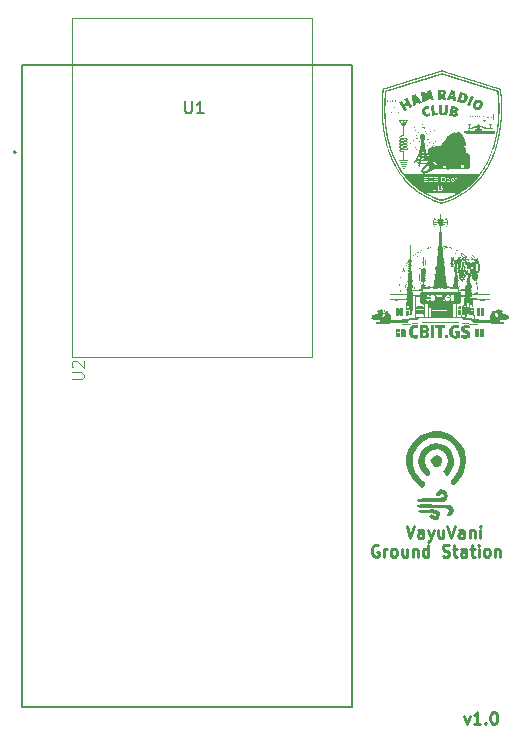
<source format=gbr>
%TF.GenerationSoftware,KiCad,Pcbnew,8.0.2-8.0.2-0~ubuntu20.04.1*%
%TF.CreationDate,2024-10-24T00:08:03+05:30*%
%TF.ProjectId,GroundStation,47726f75-6e64-4537-9461-74696f6e2e6b,rev?*%
%TF.SameCoordinates,Original*%
%TF.FileFunction,Legend,Top*%
%TF.FilePolarity,Positive*%
%FSLAX46Y46*%
G04 Gerber Fmt 4.6, Leading zero omitted, Abs format (unit mm)*
G04 Created by KiCad (PCBNEW 8.0.2-8.0.2-0~ubuntu20.04.1) date 2024-10-24 00:08:03*
%MOMM*%
%LPD*%
G01*
G04 APERTURE LIST*
%ADD10C,0.250000*%
%ADD11C,0.100000*%
%ADD12C,0.150000*%
%ADD13C,0.000000*%
%ADD14C,0.127000*%
%ADD15C,0.200000*%
G04 APERTURE END LIST*
D10*
X123771733Y-96129075D02*
X124105066Y-97129075D01*
X124105066Y-97129075D02*
X124438399Y-96129075D01*
X125200304Y-97129075D02*
X125200304Y-96605265D01*
X125200304Y-96605265D02*
X125152685Y-96510027D01*
X125152685Y-96510027D02*
X125057447Y-96462408D01*
X125057447Y-96462408D02*
X124866971Y-96462408D01*
X124866971Y-96462408D02*
X124771733Y-96510027D01*
X125200304Y-97081456D02*
X125105066Y-97129075D01*
X125105066Y-97129075D02*
X124866971Y-97129075D01*
X124866971Y-97129075D02*
X124771733Y-97081456D01*
X124771733Y-97081456D02*
X124724114Y-96986217D01*
X124724114Y-96986217D02*
X124724114Y-96890979D01*
X124724114Y-96890979D02*
X124771733Y-96795741D01*
X124771733Y-96795741D02*
X124866971Y-96748122D01*
X124866971Y-96748122D02*
X125105066Y-96748122D01*
X125105066Y-96748122D02*
X125200304Y-96700503D01*
X125581257Y-96462408D02*
X125819352Y-97129075D01*
X126057447Y-96462408D02*
X125819352Y-97129075D01*
X125819352Y-97129075D02*
X125724114Y-97367170D01*
X125724114Y-97367170D02*
X125676495Y-97414789D01*
X125676495Y-97414789D02*
X125581257Y-97462408D01*
X126866971Y-96462408D02*
X126866971Y-97129075D01*
X126438400Y-96462408D02*
X126438400Y-96986217D01*
X126438400Y-96986217D02*
X126486019Y-97081456D01*
X126486019Y-97081456D02*
X126581257Y-97129075D01*
X126581257Y-97129075D02*
X126724114Y-97129075D01*
X126724114Y-97129075D02*
X126819352Y-97081456D01*
X126819352Y-97081456D02*
X126866971Y-97033836D01*
X127200305Y-96129075D02*
X127533638Y-97129075D01*
X127533638Y-97129075D02*
X127866971Y-96129075D01*
X128628876Y-97129075D02*
X128628876Y-96605265D01*
X128628876Y-96605265D02*
X128581257Y-96510027D01*
X128581257Y-96510027D02*
X128486019Y-96462408D01*
X128486019Y-96462408D02*
X128295543Y-96462408D01*
X128295543Y-96462408D02*
X128200305Y-96510027D01*
X128628876Y-97081456D02*
X128533638Y-97129075D01*
X128533638Y-97129075D02*
X128295543Y-97129075D01*
X128295543Y-97129075D02*
X128200305Y-97081456D01*
X128200305Y-97081456D02*
X128152686Y-96986217D01*
X128152686Y-96986217D02*
X128152686Y-96890979D01*
X128152686Y-96890979D02*
X128200305Y-96795741D01*
X128200305Y-96795741D02*
X128295543Y-96748122D01*
X128295543Y-96748122D02*
X128533638Y-96748122D01*
X128533638Y-96748122D02*
X128628876Y-96700503D01*
X129105067Y-96462408D02*
X129105067Y-97129075D01*
X129105067Y-96557646D02*
X129152686Y-96510027D01*
X129152686Y-96510027D02*
X129247924Y-96462408D01*
X129247924Y-96462408D02*
X129390781Y-96462408D01*
X129390781Y-96462408D02*
X129486019Y-96510027D01*
X129486019Y-96510027D02*
X129533638Y-96605265D01*
X129533638Y-96605265D02*
X129533638Y-97129075D01*
X130009829Y-97129075D02*
X130009829Y-96462408D01*
X130009829Y-96129075D02*
X129962210Y-96176694D01*
X129962210Y-96176694D02*
X130009829Y-96224313D01*
X130009829Y-96224313D02*
X130057448Y-96176694D01*
X130057448Y-96176694D02*
X130009829Y-96129075D01*
X130009829Y-96129075D02*
X130009829Y-96224313D01*
X121390779Y-97786638D02*
X121295541Y-97739019D01*
X121295541Y-97739019D02*
X121152684Y-97739019D01*
X121152684Y-97739019D02*
X121009827Y-97786638D01*
X121009827Y-97786638D02*
X120914589Y-97881876D01*
X120914589Y-97881876D02*
X120866970Y-97977114D01*
X120866970Y-97977114D02*
X120819351Y-98167590D01*
X120819351Y-98167590D02*
X120819351Y-98310447D01*
X120819351Y-98310447D02*
X120866970Y-98500923D01*
X120866970Y-98500923D02*
X120914589Y-98596161D01*
X120914589Y-98596161D02*
X121009827Y-98691400D01*
X121009827Y-98691400D02*
X121152684Y-98739019D01*
X121152684Y-98739019D02*
X121247922Y-98739019D01*
X121247922Y-98739019D02*
X121390779Y-98691400D01*
X121390779Y-98691400D02*
X121438398Y-98643780D01*
X121438398Y-98643780D02*
X121438398Y-98310447D01*
X121438398Y-98310447D02*
X121247922Y-98310447D01*
X121866970Y-98739019D02*
X121866970Y-98072352D01*
X121866970Y-98262828D02*
X121914589Y-98167590D01*
X121914589Y-98167590D02*
X121962208Y-98119971D01*
X121962208Y-98119971D02*
X122057446Y-98072352D01*
X122057446Y-98072352D02*
X122152684Y-98072352D01*
X122628875Y-98739019D02*
X122533637Y-98691400D01*
X122533637Y-98691400D02*
X122486018Y-98643780D01*
X122486018Y-98643780D02*
X122438399Y-98548542D01*
X122438399Y-98548542D02*
X122438399Y-98262828D01*
X122438399Y-98262828D02*
X122486018Y-98167590D01*
X122486018Y-98167590D02*
X122533637Y-98119971D01*
X122533637Y-98119971D02*
X122628875Y-98072352D01*
X122628875Y-98072352D02*
X122771732Y-98072352D01*
X122771732Y-98072352D02*
X122866970Y-98119971D01*
X122866970Y-98119971D02*
X122914589Y-98167590D01*
X122914589Y-98167590D02*
X122962208Y-98262828D01*
X122962208Y-98262828D02*
X122962208Y-98548542D01*
X122962208Y-98548542D02*
X122914589Y-98643780D01*
X122914589Y-98643780D02*
X122866970Y-98691400D01*
X122866970Y-98691400D02*
X122771732Y-98739019D01*
X122771732Y-98739019D02*
X122628875Y-98739019D01*
X123819351Y-98072352D02*
X123819351Y-98739019D01*
X123390780Y-98072352D02*
X123390780Y-98596161D01*
X123390780Y-98596161D02*
X123438399Y-98691400D01*
X123438399Y-98691400D02*
X123533637Y-98739019D01*
X123533637Y-98739019D02*
X123676494Y-98739019D01*
X123676494Y-98739019D02*
X123771732Y-98691400D01*
X123771732Y-98691400D02*
X123819351Y-98643780D01*
X124295542Y-98072352D02*
X124295542Y-98739019D01*
X124295542Y-98167590D02*
X124343161Y-98119971D01*
X124343161Y-98119971D02*
X124438399Y-98072352D01*
X124438399Y-98072352D02*
X124581256Y-98072352D01*
X124581256Y-98072352D02*
X124676494Y-98119971D01*
X124676494Y-98119971D02*
X124724113Y-98215209D01*
X124724113Y-98215209D02*
X124724113Y-98739019D01*
X125628875Y-98739019D02*
X125628875Y-97739019D01*
X125628875Y-98691400D02*
X125533637Y-98739019D01*
X125533637Y-98739019D02*
X125343161Y-98739019D01*
X125343161Y-98739019D02*
X125247923Y-98691400D01*
X125247923Y-98691400D02*
X125200304Y-98643780D01*
X125200304Y-98643780D02*
X125152685Y-98548542D01*
X125152685Y-98548542D02*
X125152685Y-98262828D01*
X125152685Y-98262828D02*
X125200304Y-98167590D01*
X125200304Y-98167590D02*
X125247923Y-98119971D01*
X125247923Y-98119971D02*
X125343161Y-98072352D01*
X125343161Y-98072352D02*
X125533637Y-98072352D01*
X125533637Y-98072352D02*
X125628875Y-98119971D01*
X126819352Y-98691400D02*
X126962209Y-98739019D01*
X126962209Y-98739019D02*
X127200304Y-98739019D01*
X127200304Y-98739019D02*
X127295542Y-98691400D01*
X127295542Y-98691400D02*
X127343161Y-98643780D01*
X127343161Y-98643780D02*
X127390780Y-98548542D01*
X127390780Y-98548542D02*
X127390780Y-98453304D01*
X127390780Y-98453304D02*
X127343161Y-98358066D01*
X127343161Y-98358066D02*
X127295542Y-98310447D01*
X127295542Y-98310447D02*
X127200304Y-98262828D01*
X127200304Y-98262828D02*
X127009828Y-98215209D01*
X127009828Y-98215209D02*
X126914590Y-98167590D01*
X126914590Y-98167590D02*
X126866971Y-98119971D01*
X126866971Y-98119971D02*
X126819352Y-98024733D01*
X126819352Y-98024733D02*
X126819352Y-97929495D01*
X126819352Y-97929495D02*
X126866971Y-97834257D01*
X126866971Y-97834257D02*
X126914590Y-97786638D01*
X126914590Y-97786638D02*
X127009828Y-97739019D01*
X127009828Y-97739019D02*
X127247923Y-97739019D01*
X127247923Y-97739019D02*
X127390780Y-97786638D01*
X127676495Y-98072352D02*
X128057447Y-98072352D01*
X127819352Y-97739019D02*
X127819352Y-98596161D01*
X127819352Y-98596161D02*
X127866971Y-98691400D01*
X127866971Y-98691400D02*
X127962209Y-98739019D01*
X127962209Y-98739019D02*
X128057447Y-98739019D01*
X128819352Y-98739019D02*
X128819352Y-98215209D01*
X128819352Y-98215209D02*
X128771733Y-98119971D01*
X128771733Y-98119971D02*
X128676495Y-98072352D01*
X128676495Y-98072352D02*
X128486019Y-98072352D01*
X128486019Y-98072352D02*
X128390781Y-98119971D01*
X128819352Y-98691400D02*
X128724114Y-98739019D01*
X128724114Y-98739019D02*
X128486019Y-98739019D01*
X128486019Y-98739019D02*
X128390781Y-98691400D01*
X128390781Y-98691400D02*
X128343162Y-98596161D01*
X128343162Y-98596161D02*
X128343162Y-98500923D01*
X128343162Y-98500923D02*
X128390781Y-98405685D01*
X128390781Y-98405685D02*
X128486019Y-98358066D01*
X128486019Y-98358066D02*
X128724114Y-98358066D01*
X128724114Y-98358066D02*
X128819352Y-98310447D01*
X129152686Y-98072352D02*
X129533638Y-98072352D01*
X129295543Y-97739019D02*
X129295543Y-98596161D01*
X129295543Y-98596161D02*
X129343162Y-98691400D01*
X129343162Y-98691400D02*
X129438400Y-98739019D01*
X129438400Y-98739019D02*
X129533638Y-98739019D01*
X129866972Y-98739019D02*
X129866972Y-98072352D01*
X129866972Y-97739019D02*
X129819353Y-97786638D01*
X129819353Y-97786638D02*
X129866972Y-97834257D01*
X129866972Y-97834257D02*
X129914591Y-97786638D01*
X129914591Y-97786638D02*
X129866972Y-97739019D01*
X129866972Y-97739019D02*
X129866972Y-97834257D01*
X130486019Y-98739019D02*
X130390781Y-98691400D01*
X130390781Y-98691400D02*
X130343162Y-98643780D01*
X130343162Y-98643780D02*
X130295543Y-98548542D01*
X130295543Y-98548542D02*
X130295543Y-98262828D01*
X130295543Y-98262828D02*
X130343162Y-98167590D01*
X130343162Y-98167590D02*
X130390781Y-98119971D01*
X130390781Y-98119971D02*
X130486019Y-98072352D01*
X130486019Y-98072352D02*
X130628876Y-98072352D01*
X130628876Y-98072352D02*
X130724114Y-98119971D01*
X130724114Y-98119971D02*
X130771733Y-98167590D01*
X130771733Y-98167590D02*
X130819352Y-98262828D01*
X130819352Y-98262828D02*
X130819352Y-98548542D01*
X130819352Y-98548542D02*
X130771733Y-98643780D01*
X130771733Y-98643780D02*
X130724114Y-98691400D01*
X130724114Y-98691400D02*
X130628876Y-98739019D01*
X130628876Y-98739019D02*
X130486019Y-98739019D01*
X131247924Y-98072352D02*
X131247924Y-98739019D01*
X131247924Y-98167590D02*
X131295543Y-98119971D01*
X131295543Y-98119971D02*
X131390781Y-98072352D01*
X131390781Y-98072352D02*
X131533638Y-98072352D01*
X131533638Y-98072352D02*
X131628876Y-98119971D01*
X131628876Y-98119971D02*
X131676495Y-98215209D01*
X131676495Y-98215209D02*
X131676495Y-98739019D01*
X128637330Y-112217952D02*
X128875425Y-112884619D01*
X128875425Y-112884619D02*
X129113520Y-112217952D01*
X130018282Y-112884619D02*
X129446854Y-112884619D01*
X129732568Y-112884619D02*
X129732568Y-111884619D01*
X129732568Y-111884619D02*
X129637330Y-112027476D01*
X129637330Y-112027476D02*
X129542092Y-112122714D01*
X129542092Y-112122714D02*
X129446854Y-112170333D01*
X130446854Y-112789380D02*
X130494473Y-112837000D01*
X130494473Y-112837000D02*
X130446854Y-112884619D01*
X130446854Y-112884619D02*
X130399235Y-112837000D01*
X130399235Y-112837000D02*
X130446854Y-112789380D01*
X130446854Y-112789380D02*
X130446854Y-112884619D01*
X131113520Y-111884619D02*
X131208758Y-111884619D01*
X131208758Y-111884619D02*
X131303996Y-111932238D01*
X131303996Y-111932238D02*
X131351615Y-111979857D01*
X131351615Y-111979857D02*
X131399234Y-112075095D01*
X131399234Y-112075095D02*
X131446853Y-112265571D01*
X131446853Y-112265571D02*
X131446853Y-112503666D01*
X131446853Y-112503666D02*
X131399234Y-112694142D01*
X131399234Y-112694142D02*
X131351615Y-112789380D01*
X131351615Y-112789380D02*
X131303996Y-112837000D01*
X131303996Y-112837000D02*
X131208758Y-112884619D01*
X131208758Y-112884619D02*
X131113520Y-112884619D01*
X131113520Y-112884619D02*
X131018282Y-112837000D01*
X131018282Y-112837000D02*
X130970663Y-112789380D01*
X130970663Y-112789380D02*
X130923044Y-112694142D01*
X130923044Y-112694142D02*
X130875425Y-112503666D01*
X130875425Y-112503666D02*
X130875425Y-112265571D01*
X130875425Y-112265571D02*
X130923044Y-112075095D01*
X130923044Y-112075095D02*
X130970663Y-111979857D01*
X130970663Y-111979857D02*
X131018282Y-111932238D01*
X131018282Y-111932238D02*
X131113520Y-111884619D01*
D11*
X95427419Y-83701904D02*
X96236942Y-83701904D01*
X96236942Y-83701904D02*
X96332180Y-83654285D01*
X96332180Y-83654285D02*
X96379800Y-83606666D01*
X96379800Y-83606666D02*
X96427419Y-83511428D01*
X96427419Y-83511428D02*
X96427419Y-83320952D01*
X96427419Y-83320952D02*
X96379800Y-83225714D01*
X96379800Y-83225714D02*
X96332180Y-83178095D01*
X96332180Y-83178095D02*
X96236942Y-83130476D01*
X96236942Y-83130476D02*
X95427419Y-83130476D01*
X95522657Y-82701904D02*
X95475038Y-82654285D01*
X95475038Y-82654285D02*
X95427419Y-82559047D01*
X95427419Y-82559047D02*
X95427419Y-82320952D01*
X95427419Y-82320952D02*
X95475038Y-82225714D01*
X95475038Y-82225714D02*
X95522657Y-82178095D01*
X95522657Y-82178095D02*
X95617895Y-82130476D01*
X95617895Y-82130476D02*
X95713133Y-82130476D01*
X95713133Y-82130476D02*
X95855990Y-82178095D01*
X95855990Y-82178095D02*
X96427419Y-82749523D01*
X96427419Y-82749523D02*
X96427419Y-82130476D01*
D12*
X105027801Y-60174612D02*
X105027801Y-60984448D01*
X105027801Y-60984448D02*
X105075438Y-61079723D01*
X105075438Y-61079723D02*
X105123076Y-61127361D01*
X105123076Y-61127361D02*
X105218350Y-61174998D01*
X105218350Y-61174998D02*
X105408900Y-61174998D01*
X105408900Y-61174998D02*
X105504175Y-61127361D01*
X105504175Y-61127361D02*
X105551812Y-61079723D01*
X105551812Y-61079723D02*
X105599450Y-60984448D01*
X105599450Y-60984448D02*
X105599450Y-60174612D01*
X106599835Y-61174998D02*
X106028186Y-61174998D01*
X106314011Y-61174998D02*
X106314011Y-60174612D01*
X106314011Y-60174612D02*
X106218736Y-60317524D01*
X106218736Y-60317524D02*
X106123461Y-60412799D01*
X106123461Y-60412799D02*
X106028186Y-60460437D01*
D13*
%TO.C,G\u002A\u002A\u002A*%
G36*
X126283946Y-94771045D02*
G01*
X126476656Y-94850956D01*
X126576448Y-94988673D01*
X126608226Y-95195474D01*
X126608666Y-95232402D01*
X126540560Y-95465410D01*
X126368679Y-95609649D01*
X126141684Y-95650094D01*
X125908233Y-95571719D01*
X125802522Y-95481332D01*
X125703040Y-95333564D01*
X125733560Y-95225062D01*
X125749180Y-95208286D01*
X125868377Y-95149053D01*
X126014188Y-95208552D01*
X126171792Y-95261923D01*
X126229107Y-95227001D01*
X126239824Y-95157128D01*
X126156901Y-95107500D01*
X125958951Y-95073413D01*
X125624588Y-95050165D01*
X125381000Y-95040503D01*
X125030763Y-95022071D01*
X124820787Y-94991500D01*
X124722094Y-94942379D01*
X124703666Y-94890666D01*
X124734945Y-94829240D01*
X124847125Y-94787478D01*
X125067723Y-94760286D01*
X125424258Y-94742570D01*
X125520161Y-94739542D01*
X125973415Y-94737666D01*
X126283946Y-94771045D01*
G37*
G36*
X125727695Y-94311513D02*
G01*
X126112083Y-94317139D01*
X127576031Y-94340333D01*
X127706182Y-94573166D01*
X127788523Y-94757578D01*
X127771882Y-94907852D01*
X127706503Y-95038833D01*
X127573044Y-95197148D01*
X127412232Y-95290324D01*
X127272627Y-95303073D01*
X127202790Y-95220104D01*
X127201333Y-95197885D01*
X127250683Y-95051221D01*
X127286000Y-95017666D01*
X127357441Y-94898096D01*
X127370666Y-94803153D01*
X127360471Y-94741811D01*
X127313582Y-94697461D01*
X127205538Y-94666697D01*
X127011883Y-94646115D01*
X126708157Y-94632309D01*
X126269902Y-94621874D01*
X126038239Y-94617649D01*
X125532523Y-94607139D01*
X125171421Y-94594027D01*
X124930214Y-94575162D01*
X124784183Y-94547394D01*
X124708610Y-94507571D01*
X124678776Y-94452544D01*
X124676973Y-94444139D01*
X124677153Y-94389905D01*
X124716943Y-94351210D01*
X124819118Y-94326039D01*
X125006452Y-94312376D01*
X125301720Y-94308206D01*
X125727695Y-94311513D01*
G37*
G36*
X126880430Y-93050281D02*
G01*
X127010833Y-93115307D01*
X127201989Y-93307852D01*
X127280177Y-93570643D01*
X127234714Y-93839118D01*
X127151832Y-93967253D01*
X127074918Y-94033559D01*
X126965248Y-94078954D01*
X126792550Y-94107282D01*
X126526549Y-94122388D01*
X126136971Y-94128116D01*
X125880874Y-94128666D01*
X125366868Y-94121622D01*
X124990680Y-94101082D01*
X124763748Y-94067940D01*
X124699107Y-94036622D01*
X124673758Y-93944177D01*
X124740594Y-93876022D01*
X124917470Y-93828035D01*
X125222238Y-93796094D01*
X125672755Y-93776078D01*
X125847105Y-93771597D01*
X126291106Y-93758991D01*
X126593375Y-93742011D01*
X126781514Y-93716274D01*
X126883123Y-93677399D01*
X126925804Y-93621006D01*
X126931343Y-93599500D01*
X126900717Y-93478331D01*
X126784208Y-93451333D01*
X126643291Y-93485662D01*
X126608666Y-93536000D01*
X126537503Y-93604008D01*
X126433444Y-93620666D01*
X126303583Y-93567423D01*
X126281715Y-93437710D01*
X126357884Y-93276552D01*
X126522133Y-93128976D01*
X126545166Y-93115496D01*
X126729786Y-93033384D01*
X126880430Y-93050281D01*
G37*
G36*
X126640292Y-88131789D02*
G01*
X127182227Y-88264479D01*
X127689966Y-88521281D01*
X128141158Y-88906697D01*
X128471333Y-89351871D01*
X128614071Y-89603354D01*
X128701642Y-89807294D01*
X128747374Y-90020619D01*
X128764595Y-90300253D01*
X128766796Y-90613887D01*
X128743659Y-91135744D01*
X128663104Y-91544275D01*
X128506374Y-91891012D01*
X128254713Y-92227490D01*
X128129902Y-92363788D01*
X127906822Y-92581161D01*
X127757336Y-92670534D01*
X127652006Y-92638289D01*
X127561398Y-92490809D01*
X127559836Y-92487392D01*
X127519186Y-92348064D01*
X127557417Y-92216376D01*
X127694703Y-92038705D01*
X127752873Y-91974252D01*
X128088876Y-91496824D01*
X128261869Y-90974594D01*
X128276340Y-90433179D01*
X128141642Y-89881392D01*
X127874478Y-89411164D01*
X127498391Y-89038213D01*
X127036926Y-88778258D01*
X126513625Y-88647019D01*
X125952033Y-88660213D01*
X125702566Y-88714787D01*
X125248199Y-88920951D01*
X124857386Y-89248228D01*
X124551184Y-89662241D01*
X124350647Y-90128611D01*
X124276831Y-90612962D01*
X124318931Y-90973909D01*
X124516594Y-91531798D01*
X124804075Y-91963158D01*
X125191370Y-92289723D01*
X125345041Y-92402683D01*
X125375615Y-92506395D01*
X125302711Y-92676970D01*
X125295029Y-92691855D01*
X125199592Y-92861936D01*
X125139736Y-92942359D01*
X125136745Y-92943333D01*
X125063718Y-92891932D01*
X124901220Y-92757879D01*
X124707754Y-92590576D01*
X124235002Y-92078498D01*
X123918433Y-91516113D01*
X123762008Y-90913065D01*
X123766848Y-90299772D01*
X123922293Y-89689785D01*
X124200007Y-89172383D01*
X124577638Y-88752071D01*
X125032834Y-88433352D01*
X125543243Y-88220729D01*
X126086513Y-88118707D01*
X126640292Y-88131789D01*
G37*
G36*
X126685076Y-89165356D02*
G01*
X127084206Y-89338703D01*
X127419046Y-89618081D01*
X127661146Y-89989661D01*
X127782058Y-90439615D01*
X127790451Y-90588321D01*
X127761097Y-90991022D01*
X127645828Y-91314828D01*
X127423984Y-91631000D01*
X127212279Y-91885000D01*
X127020749Y-91696591D01*
X126829219Y-91508182D01*
X127006135Y-91315591D01*
X127195832Y-90991863D01*
X127256730Y-90604765D01*
X127201900Y-90278051D01*
X127020899Y-89955419D01*
X126752705Y-89748325D01*
X126432351Y-89655113D01*
X126094870Y-89674127D01*
X125775296Y-89803712D01*
X125508662Y-90042212D01*
X125336953Y-90366189D01*
X125308224Y-90706033D01*
X125419567Y-91060501D01*
X125654579Y-91379501D01*
X125675302Y-91399269D01*
X125799146Y-91547830D01*
X125797395Y-91683446D01*
X125766320Y-91749926D01*
X125641608Y-91896947D01*
X125489615Y-91898472D01*
X125292543Y-91751068D01*
X125187066Y-91638261D01*
X124905610Y-91205737D01*
X124779808Y-90746501D01*
X124807223Y-90287678D01*
X124985416Y-89856396D01*
X125311951Y-89479780D01*
X125386432Y-89419782D01*
X125807739Y-89192067D01*
X126250104Y-89111867D01*
X126685076Y-89165356D01*
G37*
G36*
X126583395Y-90214059D02*
G01*
X126657047Y-90270285D01*
X126766091Y-90485047D01*
X126764167Y-90744260D01*
X126658074Y-90970703D01*
X126589827Y-91033532D01*
X126369816Y-91147600D01*
X126184035Y-91126611D01*
X125975958Y-90963632D01*
X125969818Y-90957515D01*
X125803101Y-90748121D01*
X125778552Y-90562474D01*
X125889238Y-90344049D01*
X125893800Y-90337505D01*
X126086479Y-90192577D01*
X126342084Y-90149161D01*
X126583395Y-90214059D01*
G37*
%TO.C,U2*%
D11*
X95420000Y-81805600D02*
X115740000Y-81805600D01*
X115740000Y-53105600D01*
X95420000Y-53105600D01*
X95420000Y-81805600D01*
D13*
%TO.C,G\u002A\u002A\u002A*%
G36*
X121882673Y-78074431D02*
G01*
X121873294Y-78083811D01*
X121863914Y-78074431D01*
X121873294Y-78065051D01*
X121882673Y-78074431D01*
G37*
G36*
X123289616Y-75316824D02*
G01*
X123280236Y-75326204D01*
X123270856Y-75316824D01*
X123280236Y-75307444D01*
X123289616Y-75316824D01*
G37*
G36*
X123289616Y-75410620D02*
G01*
X123280236Y-75420000D01*
X123270856Y-75410620D01*
X123280236Y-75401240D01*
X123289616Y-75410620D01*
G37*
G36*
X123308375Y-74810325D02*
G01*
X123298995Y-74819704D01*
X123289616Y-74810325D01*
X123298995Y-74800945D01*
X123308375Y-74810325D01*
G37*
G36*
X123889911Y-77530413D02*
G01*
X123880531Y-77539793D01*
X123871152Y-77530413D01*
X123880531Y-77521034D01*
X123889911Y-77530413D01*
G37*
G36*
X123889911Y-77605450D02*
G01*
X123880531Y-77614830D01*
X123871152Y-77605450D01*
X123880531Y-77596071D01*
X123889911Y-77605450D01*
G37*
G36*
X123927430Y-74622732D02*
G01*
X123918050Y-74632112D01*
X123908670Y-74622732D01*
X123918050Y-74613353D01*
X123927430Y-74622732D01*
G37*
G36*
X124171300Y-77530413D02*
G01*
X124161920Y-77539793D01*
X124152540Y-77530413D01*
X124161920Y-77521034D01*
X124171300Y-77530413D01*
G37*
G36*
X124208818Y-74078715D02*
G01*
X124199438Y-74088094D01*
X124190059Y-74078715D01*
X124199438Y-74069335D01*
X124208818Y-74078715D01*
G37*
G36*
X124340133Y-76104712D02*
G01*
X124330753Y-76114091D01*
X124321373Y-76104712D01*
X124330753Y-76095332D01*
X124340133Y-76104712D01*
G37*
G36*
X124358892Y-75860842D02*
G01*
X124349512Y-75870221D01*
X124340133Y-75860842D01*
X124349512Y-75851462D01*
X124358892Y-75860842D01*
G37*
G36*
X124358892Y-76029675D02*
G01*
X124349512Y-76039054D01*
X124340133Y-76029675D01*
X124349512Y-76020295D01*
X124358892Y-76029675D01*
G37*
G36*
X124358892Y-76067193D02*
G01*
X124349512Y-76076573D01*
X124340133Y-76067193D01*
X124349512Y-76057814D01*
X124358892Y-76067193D01*
G37*
G36*
X124508966Y-73309586D02*
G01*
X124499586Y-73318966D01*
X124490207Y-73309586D01*
X124499586Y-73300207D01*
X124508966Y-73309586D01*
G37*
G36*
X124977947Y-75898360D02*
G01*
X124968567Y-75907740D01*
X124959187Y-75898360D01*
X124968567Y-75888981D01*
X124977947Y-75898360D01*
G37*
G36*
X125109261Y-75429379D02*
G01*
X125099882Y-75438759D01*
X125090502Y-75429379D01*
X125099882Y-75420000D01*
X125109261Y-75429379D01*
G37*
G36*
X125128020Y-74754047D02*
G01*
X125118641Y-74763427D01*
X125109261Y-74754047D01*
X125118641Y-74744667D01*
X125128020Y-74754047D01*
G37*
G36*
X125278094Y-74847843D02*
G01*
X125268715Y-74857223D01*
X125259335Y-74847843D01*
X125268715Y-74838464D01*
X125278094Y-74847843D01*
G37*
G36*
X125278094Y-74885362D02*
G01*
X125268715Y-74894741D01*
X125259335Y-74885362D01*
X125268715Y-74875982D01*
X125278094Y-74885362D01*
G37*
G36*
X125278094Y-75166750D02*
G01*
X125268715Y-75176130D01*
X125259335Y-75166750D01*
X125268715Y-75157370D01*
X125278094Y-75166750D01*
G37*
G36*
X125315613Y-75560694D02*
G01*
X125306233Y-75570074D01*
X125296853Y-75560694D01*
X125306233Y-75551314D01*
X125315613Y-75560694D01*
G37*
G36*
X125334372Y-75729527D02*
G01*
X125324992Y-75738907D01*
X125315613Y-75729527D01*
X125324992Y-75720147D01*
X125334372Y-75729527D01*
G37*
G36*
X125334372Y-75823323D02*
G01*
X125324992Y-75832703D01*
X125315613Y-75823323D01*
X125324992Y-75813944D01*
X125334372Y-75823323D01*
G37*
G36*
X125353131Y-75860842D02*
G01*
X125343752Y-75870221D01*
X125334372Y-75860842D01*
X125343752Y-75851462D01*
X125353131Y-75860842D01*
G37*
G36*
X125409409Y-74810325D02*
G01*
X125400029Y-74819704D01*
X125390650Y-74810325D01*
X125400029Y-74800945D01*
X125409409Y-74810325D01*
G37*
G36*
X126028464Y-74885362D02*
G01*
X126019084Y-74894741D01*
X126009704Y-74885362D01*
X126019084Y-74875982D01*
X126028464Y-74885362D01*
G37*
G36*
X126084741Y-75279305D02*
G01*
X126075362Y-75288685D01*
X126065982Y-75279305D01*
X126075362Y-75269926D01*
X126084741Y-75279305D01*
G37*
G36*
X126103500Y-75335583D02*
G01*
X126094121Y-75344963D01*
X126084741Y-75335583D01*
X126094121Y-75326204D01*
X126103500Y-75335583D01*
G37*
G36*
X126178537Y-74979158D02*
G01*
X126169158Y-74988537D01*
X126159778Y-74979158D01*
X126169158Y-74969778D01*
X126178537Y-74979158D01*
G37*
G36*
X126347370Y-70852127D02*
G01*
X126337991Y-70861506D01*
X126328611Y-70852127D01*
X126337991Y-70842747D01*
X126347370Y-70852127D01*
G37*
G36*
X126403648Y-70814608D02*
G01*
X126394269Y-70823988D01*
X126384889Y-70814608D01*
X126394269Y-70805229D01*
X126403648Y-70814608D01*
G37*
G36*
X126572481Y-75147991D02*
G01*
X126563102Y-75157370D01*
X126553722Y-75147991D01*
X126563102Y-75138611D01*
X126572481Y-75147991D01*
G37*
G36*
X127041462Y-74059955D02*
G01*
X127032082Y-74069335D01*
X127022703Y-74059955D01*
X127032082Y-74050576D01*
X127041462Y-74059955D01*
G37*
G36*
X127060221Y-74378862D02*
G01*
X127050842Y-74388242D01*
X127041462Y-74378862D01*
X127050842Y-74369483D01*
X127060221Y-74378862D01*
G37*
G36*
X127060221Y-74510177D02*
G01*
X127050842Y-74519557D01*
X127041462Y-74510177D01*
X127050842Y-74500797D01*
X127060221Y-74510177D01*
G37*
G36*
X127060221Y-74641492D02*
G01*
X127050842Y-74650871D01*
X127041462Y-74641492D01*
X127050842Y-74632112D01*
X127060221Y-74641492D01*
G37*
G36*
X127210295Y-75579453D02*
G01*
X127200916Y-75588833D01*
X127191536Y-75579453D01*
X127200916Y-75570074D01*
X127210295Y-75579453D01*
G37*
G36*
X127379128Y-72502939D02*
G01*
X127369749Y-72512319D01*
X127360369Y-72502939D01*
X127369749Y-72493560D01*
X127379128Y-72502939D01*
G37*
G36*
X127529202Y-73384623D02*
G01*
X127519822Y-73394003D01*
X127510443Y-73384623D01*
X127519822Y-73375243D01*
X127529202Y-73384623D01*
G37*
G36*
X127529202Y-74210029D02*
G01*
X127519822Y-74219409D01*
X127510443Y-74210029D01*
X127519822Y-74200650D01*
X127529202Y-74210029D01*
G37*
G36*
X127529202Y-74303825D02*
G01*
X127519822Y-74313205D01*
X127510443Y-74303825D01*
X127519822Y-74294446D01*
X127529202Y-74303825D01*
G37*
G36*
X127529202Y-74360103D02*
G01*
X127519822Y-74369483D01*
X127510443Y-74360103D01*
X127519822Y-74350723D01*
X127529202Y-74360103D01*
G37*
G36*
X127566721Y-74210029D02*
G01*
X127557341Y-74219409D01*
X127547961Y-74210029D01*
X127557341Y-74200650D01*
X127566721Y-74210029D01*
G37*
G36*
X127641757Y-73328345D02*
G01*
X127632378Y-73337725D01*
X127622998Y-73328345D01*
X127632378Y-73318966D01*
X127641757Y-73328345D01*
G37*
G36*
X127641757Y-75729527D02*
G01*
X127632378Y-75738907D01*
X127622998Y-75729527D01*
X127632378Y-75720147D01*
X127641757Y-75729527D01*
G37*
G36*
X127660517Y-74341344D02*
G01*
X127651137Y-74350723D01*
X127641757Y-74341344D01*
X127651137Y-74331964D01*
X127660517Y-74341344D01*
G37*
G36*
X127754313Y-74210029D02*
G01*
X127744933Y-74219409D01*
X127735554Y-74210029D01*
X127744933Y-74200650D01*
X127754313Y-74210029D01*
G37*
G36*
X127810591Y-73459660D02*
G01*
X127801211Y-73469040D01*
X127791831Y-73459660D01*
X127801211Y-73450280D01*
X127810591Y-73459660D01*
G37*
G36*
X127829350Y-74922880D02*
G01*
X127819970Y-74932260D01*
X127810591Y-74922880D01*
X127819970Y-74913500D01*
X127829350Y-74922880D01*
G37*
G36*
X127866868Y-72671772D02*
G01*
X127857489Y-72681152D01*
X127848109Y-72671772D01*
X127857489Y-72662393D01*
X127866868Y-72671772D01*
G37*
G36*
X127885627Y-74059955D02*
G01*
X127876248Y-74069335D01*
X127866868Y-74059955D01*
X127876248Y-74050576D01*
X127885627Y-74059955D01*
G37*
G36*
X127960664Y-72709291D02*
G01*
X127951285Y-72718670D01*
X127941905Y-72709291D01*
X127951285Y-72699911D01*
X127960664Y-72709291D01*
G37*
G36*
X128016942Y-72728050D02*
G01*
X128007562Y-72737430D01*
X127998183Y-72728050D01*
X128007562Y-72718670D01*
X128016942Y-72728050D01*
G37*
G36*
X128073220Y-73609734D02*
G01*
X128063840Y-73619113D01*
X128054461Y-73609734D01*
X128063840Y-73600354D01*
X128073220Y-73609734D01*
G37*
G36*
X128091979Y-74228788D02*
G01*
X128082599Y-74238168D01*
X128073220Y-74228788D01*
X128082599Y-74219409D01*
X128091979Y-74228788D01*
G37*
G36*
X128091979Y-74528936D02*
G01*
X128082599Y-74538316D01*
X128073220Y-74528936D01*
X128082599Y-74519557D01*
X128091979Y-74528936D01*
G37*
G36*
X128091979Y-74810325D02*
G01*
X128082599Y-74819704D01*
X128073220Y-74810325D01*
X128082599Y-74800945D01*
X128091979Y-74810325D01*
G37*
G36*
X128110738Y-73966159D02*
G01*
X128101359Y-73975539D01*
X128091979Y-73966159D01*
X128101359Y-73956780D01*
X128110738Y-73966159D01*
G37*
G36*
X128167016Y-74210029D02*
G01*
X128157636Y-74219409D01*
X128148257Y-74210029D01*
X128157636Y-74200650D01*
X128167016Y-74210029D01*
G37*
G36*
X128279571Y-73328345D02*
G01*
X128270192Y-73337725D01*
X128260812Y-73328345D01*
X128270192Y-73318966D01*
X128279571Y-73328345D01*
G37*
G36*
X128373368Y-74210029D02*
G01*
X128363988Y-74219409D01*
X128354608Y-74210029D01*
X128363988Y-74200650D01*
X128373368Y-74210029D01*
G37*
G36*
X128410886Y-74078715D02*
G01*
X128401506Y-74088094D01*
X128392127Y-74078715D01*
X128401506Y-74069335D01*
X128410886Y-74078715D01*
G37*
G36*
X128448404Y-75410620D02*
G01*
X128439025Y-75420000D01*
X128429645Y-75410620D01*
X128439025Y-75401240D01*
X128448404Y-75410620D01*
G37*
G36*
X128504682Y-74435140D02*
G01*
X128495303Y-74444520D01*
X128485923Y-74435140D01*
X128495303Y-74425760D01*
X128504682Y-74435140D01*
G37*
G36*
X128523441Y-74078715D02*
G01*
X128514062Y-74088094D01*
X128504682Y-74078715D01*
X128514062Y-74069335D01*
X128523441Y-74078715D01*
G37*
G36*
X128542201Y-73647252D02*
G01*
X128532821Y-73656632D01*
X128523441Y-73647252D01*
X128532821Y-73637873D01*
X128542201Y-73647252D01*
G37*
G36*
X128617238Y-74810325D02*
G01*
X128607858Y-74819704D01*
X128598478Y-74810325D01*
X128607858Y-74800945D01*
X128617238Y-74810325D01*
G37*
G36*
X128692274Y-74716529D02*
G01*
X128682895Y-74725908D01*
X128673515Y-74716529D01*
X128682895Y-74707149D01*
X128692274Y-74716529D01*
G37*
G36*
X128729793Y-74360103D02*
G01*
X128720413Y-74369483D01*
X128711034Y-74360103D01*
X128720413Y-74350723D01*
X128729793Y-74360103D01*
G37*
G36*
X128767311Y-77098951D02*
G01*
X128757932Y-77108331D01*
X128748552Y-77098951D01*
X128757932Y-77089571D01*
X128767311Y-77098951D01*
G37*
G36*
X128786071Y-74603973D02*
G01*
X128776691Y-74613353D01*
X128767311Y-74603973D01*
X128776691Y-74594594D01*
X128786071Y-74603973D01*
G37*
G36*
X128786071Y-75110472D02*
G01*
X128776691Y-75119852D01*
X128767311Y-75110472D01*
X128776691Y-75101093D01*
X128786071Y-75110472D01*
G37*
G36*
X128804830Y-74059955D02*
G01*
X128795450Y-74069335D01*
X128786071Y-74059955D01*
X128795450Y-74050576D01*
X128804830Y-74059955D01*
G37*
G36*
X128804830Y-74472658D02*
G01*
X128795450Y-74482038D01*
X128786071Y-74472658D01*
X128795450Y-74463279D01*
X128804830Y-74472658D01*
G37*
G36*
X128879867Y-75129232D02*
G01*
X128870487Y-75138611D01*
X128861108Y-75129232D01*
X128870487Y-75119852D01*
X128879867Y-75129232D01*
G37*
G36*
X128898626Y-74041196D02*
G01*
X128889246Y-74050576D01*
X128879867Y-74041196D01*
X128889246Y-74031817D01*
X128898626Y-74041196D01*
G37*
G36*
X128936144Y-78262023D02*
G01*
X128926765Y-78271403D01*
X128917385Y-78262023D01*
X128926765Y-78252644D01*
X128936144Y-78262023D01*
G37*
G36*
X128992422Y-74679010D02*
G01*
X128983043Y-74688390D01*
X128973663Y-74679010D01*
X128983043Y-74669630D01*
X128992422Y-74679010D01*
G37*
G36*
X129048700Y-74679010D02*
G01*
X129039320Y-74688390D01*
X129029941Y-74679010D01*
X129039320Y-74669630D01*
X129048700Y-74679010D01*
G37*
G36*
X129104978Y-74679010D02*
G01*
X129095598Y-74688390D01*
X129086218Y-74679010D01*
X129095598Y-74669630D01*
X129104978Y-74679010D01*
G37*
G36*
X129236292Y-74172511D02*
G01*
X129226913Y-74181890D01*
X129217533Y-74172511D01*
X129226913Y-74163131D01*
X129236292Y-74172511D01*
G37*
G36*
X129255051Y-73834845D02*
G01*
X129245672Y-73844224D01*
X129236292Y-73834845D01*
X129245672Y-73825465D01*
X129255051Y-73834845D01*
G37*
G36*
X129311329Y-75973397D02*
G01*
X129301949Y-75982777D01*
X129292570Y-75973397D01*
X129301949Y-75964017D01*
X129311329Y-75973397D01*
G37*
G36*
X129311329Y-76142230D02*
G01*
X129301949Y-76151610D01*
X129292570Y-76142230D01*
X129301949Y-76132851D01*
X129311329Y-76142230D01*
G37*
G36*
X129311329Y-76217267D02*
G01*
X129301949Y-76226647D01*
X129292570Y-76217267D01*
X129301949Y-76207887D01*
X129311329Y-76217267D01*
G37*
G36*
X129311329Y-76329822D02*
G01*
X129301949Y-76339202D01*
X129292570Y-76329822D01*
X129301949Y-76320443D01*
X129311329Y-76329822D01*
G37*
G36*
X129330088Y-74547695D02*
G01*
X129320709Y-74557075D01*
X129311329Y-74547695D01*
X129320709Y-74538316D01*
X129330088Y-74547695D01*
G37*
G36*
X129423884Y-74960399D02*
G01*
X129414505Y-74969778D01*
X129405125Y-74960399D01*
X129414505Y-74951019D01*
X129423884Y-74960399D01*
G37*
G36*
X129480162Y-74172511D02*
G01*
X129470783Y-74181890D01*
X129461403Y-74172511D01*
X129470783Y-74163131D01*
X129480162Y-74172511D01*
G37*
G36*
X129498921Y-75054195D02*
G01*
X129489542Y-75063574D01*
X129480162Y-75054195D01*
X129489542Y-75044815D01*
X129498921Y-75054195D01*
G37*
G36*
X129536440Y-75410620D02*
G01*
X129527060Y-75420000D01*
X129517681Y-75410620D01*
X129527060Y-75401240D01*
X129536440Y-75410620D01*
G37*
G36*
X129592718Y-74453899D02*
G01*
X129583338Y-74463279D01*
X129573958Y-74453899D01*
X129583338Y-74444520D01*
X129592718Y-74453899D01*
G37*
G36*
X129705273Y-74603973D02*
G01*
X129695893Y-74613353D01*
X129686514Y-74603973D01*
X129695893Y-74594594D01*
X129705273Y-74603973D01*
G37*
G36*
X129761551Y-75410620D02*
G01*
X129752171Y-75420000D01*
X129742791Y-75410620D01*
X129752171Y-75401240D01*
X129761551Y-75410620D01*
G37*
G36*
X129780310Y-74904121D02*
G01*
X129770930Y-74913500D01*
X129761551Y-74904121D01*
X129770930Y-74894741D01*
X129780310Y-74904121D01*
G37*
G36*
X129817828Y-75110472D02*
G01*
X129808449Y-75119852D01*
X129799069Y-75110472D01*
X129808449Y-75101093D01*
X129817828Y-75110472D01*
G37*
G36*
X131468641Y-78205746D02*
G01*
X131459261Y-78215125D01*
X131449882Y-78205746D01*
X131459261Y-78196366D01*
X131468641Y-78205746D01*
G37*
G36*
X123208326Y-75201142D02*
G01*
X123210571Y-75223405D01*
X123208326Y-75226154D01*
X123197173Y-75223579D01*
X123195820Y-75213648D01*
X123202683Y-75198207D01*
X123208326Y-75201142D01*
G37*
G36*
X123264912Y-76279407D02*
G01*
X123267148Y-76308725D01*
X123263431Y-76315362D01*
X123254905Y-76309767D01*
X123253578Y-76290741D01*
X123258160Y-76270724D01*
X123264912Y-76279407D01*
G37*
G36*
X123283363Y-75989030D02*
G01*
X123285608Y-76011293D01*
X123283363Y-76014042D01*
X123272210Y-76011467D01*
X123270856Y-76001536D01*
X123277720Y-75986095D01*
X123283363Y-75989030D01*
G37*
G36*
X123302040Y-74852533D02*
G01*
X123304517Y-74890940D01*
X123302040Y-74899431D01*
X123295193Y-74901788D01*
X123292578Y-74875982D01*
X123295526Y-74849351D01*
X123302040Y-74852533D01*
G37*
G36*
X123302430Y-75191372D02*
G01*
X123304667Y-75220690D01*
X123300949Y-75227327D01*
X123292423Y-75221732D01*
X123291097Y-75202705D01*
X123295678Y-75182689D01*
X123302430Y-75191372D01*
G37*
G36*
X123545992Y-74244421D02*
G01*
X123548237Y-74266684D01*
X123545992Y-74269433D01*
X123534839Y-74266858D01*
X123533486Y-74256927D01*
X123540349Y-74241486D01*
X123545992Y-74244421D01*
G37*
G36*
X123621029Y-75426253D02*
G01*
X123623274Y-75448516D01*
X123621029Y-75451265D01*
X123609876Y-75448690D01*
X123608523Y-75438759D01*
X123615386Y-75423318D01*
X123621029Y-75426253D01*
G37*
G36*
X123771411Y-75679112D02*
G01*
X123773648Y-75708430D01*
X123769930Y-75715067D01*
X123761404Y-75709472D01*
X123760077Y-75690445D01*
X123764659Y-75670429D01*
X123771411Y-75679112D01*
G37*
G36*
X123771411Y-75979259D02*
G01*
X123773648Y-76008578D01*
X123769930Y-76015215D01*
X123761404Y-76009620D01*
X123760077Y-75990593D01*
X123764659Y-75970576D01*
X123771411Y-75979259D01*
G37*
G36*
X123827298Y-75359032D02*
G01*
X123829776Y-75397439D01*
X123827298Y-75405930D01*
X123820451Y-75408287D01*
X123817836Y-75382481D01*
X123820784Y-75355850D01*
X123827298Y-75359032D01*
G37*
G36*
X123921094Y-74664941D02*
G01*
X123923572Y-74703347D01*
X123921094Y-74711839D01*
X123914247Y-74714195D01*
X123911632Y-74688390D01*
X123914580Y-74661758D01*
X123921094Y-74664941D01*
G37*
G36*
X123921176Y-74244421D02*
G01*
X123923422Y-74266684D01*
X123921176Y-74269433D01*
X123910024Y-74266858D01*
X123908670Y-74256927D01*
X123915534Y-74241486D01*
X123921176Y-74244421D01*
G37*
G36*
X123939936Y-73719163D02*
G01*
X123942181Y-73741426D01*
X123939936Y-73744175D01*
X123928783Y-73741600D01*
X123927430Y-73731669D01*
X123934293Y-73716228D01*
X123939936Y-73719163D01*
G37*
G36*
X123940244Y-73784429D02*
G01*
X123942481Y-73813748D01*
X123938763Y-73820384D01*
X123930237Y-73814790D01*
X123928911Y-73795763D01*
X123933492Y-73775746D01*
X123940244Y-73784429D01*
G37*
G36*
X124108769Y-75369975D02*
G01*
X124111014Y-75392238D01*
X124108769Y-75394987D01*
X124097616Y-75392412D01*
X124096263Y-75382481D01*
X124103126Y-75367040D01*
X124108769Y-75369975D01*
G37*
G36*
X124202565Y-74169384D02*
G01*
X124204810Y-74191647D01*
X124202565Y-74194397D01*
X124191413Y-74191821D01*
X124190059Y-74181890D01*
X124196923Y-74166449D01*
X124202565Y-74169384D01*
G37*
G36*
X124202565Y-74281940D02*
G01*
X124204810Y-74304202D01*
X124202565Y-74306952D01*
X124191413Y-74304377D01*
X124190059Y-74294446D01*
X124196923Y-74279005D01*
X124202565Y-74281940D01*
G37*
G36*
X124202565Y-74413254D02*
G01*
X124204810Y-74435517D01*
X124202565Y-74438267D01*
X124191413Y-74435691D01*
X124190059Y-74425760D01*
X124196923Y-74410319D01*
X124202565Y-74413254D01*
G37*
G36*
X124352557Y-75509106D02*
G01*
X124355034Y-75547513D01*
X124352557Y-75556004D01*
X124345710Y-75558361D01*
X124343095Y-75532555D01*
X124346043Y-75505924D01*
X124352557Y-75509106D01*
G37*
G36*
X124352557Y-75940568D02*
G01*
X124355034Y-75978975D01*
X124352557Y-75987466D01*
X124345710Y-75989823D01*
X124343095Y-75964017D01*
X124346043Y-75937386D01*
X124352557Y-75940568D01*
G37*
G36*
X124709064Y-73006312D02*
G01*
X124706489Y-73017464D01*
X124696558Y-73018818D01*
X124681117Y-73011954D01*
X124684052Y-73006312D01*
X124706315Y-73004067D01*
X124709064Y-73006312D01*
G37*
G36*
X124821620Y-75838956D02*
G01*
X124823865Y-75861219D01*
X124821620Y-75863968D01*
X124810467Y-75861393D01*
X124809113Y-75851462D01*
X124815977Y-75836021D01*
X124821620Y-75838956D01*
G37*
G36*
X124971611Y-75434069D02*
G01*
X124974089Y-75472476D01*
X124971611Y-75480967D01*
X124964764Y-75483324D01*
X124962149Y-75457518D01*
X124965097Y-75430887D01*
X124971611Y-75434069D01*
G37*
G36*
X124990453Y-74788439D02*
G01*
X124987878Y-74799591D01*
X124977947Y-74800945D01*
X124962506Y-74794081D01*
X124965440Y-74788439D01*
X124987703Y-74786194D01*
X124990453Y-74788439D01*
G37*
G36*
X124990453Y-74825957D02*
G01*
X124992698Y-74848220D01*
X124990453Y-74850970D01*
X124979300Y-74848395D01*
X124977947Y-74838464D01*
X124984810Y-74823023D01*
X124990453Y-74825957D01*
G37*
G36*
X125027971Y-75538808D02*
G01*
X125030216Y-75561071D01*
X125027971Y-75563820D01*
X125016819Y-75561245D01*
X125015465Y-75551314D01*
X125022329Y-75535873D01*
X125027971Y-75538808D01*
G37*
G36*
X125046730Y-74750920D02*
G01*
X125044155Y-74762073D01*
X125034224Y-74763427D01*
X125018783Y-74756563D01*
X125021718Y-74750920D01*
X125043981Y-74748675D01*
X125046730Y-74750920D01*
G37*
G36*
X125084249Y-75538808D02*
G01*
X125086494Y-75561071D01*
X125084249Y-75563820D01*
X125073097Y-75561245D01*
X125071743Y-75551314D01*
X125078606Y-75535873D01*
X125084249Y-75538808D01*
G37*
G36*
X125121767Y-75351216D02*
G01*
X125124012Y-75373479D01*
X125121767Y-75376228D01*
X125110615Y-75373653D01*
X125109261Y-75363722D01*
X125116125Y-75348281D01*
X125121767Y-75351216D01*
G37*
G36*
X125122076Y-73390485D02*
G01*
X125124312Y-73419804D01*
X125120595Y-73426441D01*
X125112069Y-73420846D01*
X125110742Y-73401819D01*
X125115324Y-73381802D01*
X125122076Y-73390485D01*
G37*
G36*
X125234323Y-73437774D02*
G01*
X125236568Y-73460037D01*
X125234323Y-73462787D01*
X125223170Y-73460211D01*
X125221817Y-73450280D01*
X125228680Y-73434839D01*
X125234323Y-73437774D01*
G37*
G36*
X125271759Y-75377791D02*
G01*
X125274237Y-75416198D01*
X125271759Y-75424690D01*
X125264912Y-75427046D01*
X125262297Y-75401240D01*
X125265245Y-75374609D01*
X125271759Y-75377791D01*
G37*
G36*
X125271841Y-74225662D02*
G01*
X125269266Y-74236814D01*
X125259335Y-74238168D01*
X125243894Y-74231304D01*
X125246829Y-74225662D01*
X125269092Y-74223417D01*
X125271841Y-74225662D01*
G37*
G36*
X125403156Y-74844717D02*
G01*
X125400581Y-74855869D01*
X125390650Y-74857223D01*
X125375209Y-74850359D01*
X125378143Y-74844717D01*
X125400406Y-74842471D01*
X125403156Y-74844717D01*
G37*
G36*
X125403156Y-75013550D02*
G01*
X125405401Y-75035813D01*
X125403156Y-75038562D01*
X125392003Y-75035987D01*
X125390650Y-75026056D01*
X125397513Y-75010615D01*
X125403156Y-75013550D01*
G37*
G36*
X126022128Y-75340273D02*
G01*
X126024606Y-75378680D01*
X126022128Y-75387171D01*
X126015281Y-75389528D01*
X126012666Y-75363722D01*
X126015614Y-75337091D01*
X126022128Y-75340273D01*
G37*
G36*
X126022519Y-75754149D02*
G01*
X126024755Y-75783467D01*
X126021038Y-75790104D01*
X126012512Y-75784509D01*
X126011185Y-75765482D01*
X126015767Y-75745465D01*
X126022519Y-75754149D01*
G37*
G36*
X126040887Y-75621661D02*
G01*
X126043365Y-75660068D01*
X126040887Y-75668560D01*
X126034040Y-75670916D01*
X126031426Y-75645110D01*
X126034374Y-75618479D01*
X126040887Y-75621661D01*
G37*
G36*
X126060037Y-75735389D02*
G01*
X126062274Y-75764708D01*
X126058556Y-75771344D01*
X126050030Y-75765750D01*
X126048704Y-75746723D01*
X126053285Y-75726706D01*
X126060037Y-75735389D01*
G37*
G36*
X126135938Y-72444707D02*
G01*
X126130344Y-72453234D01*
X126111317Y-72454560D01*
X126091300Y-72449979D01*
X126099983Y-72443226D01*
X126129302Y-72440990D01*
X126135938Y-72444707D01*
G37*
G36*
X126154698Y-72538504D02*
G01*
X126149103Y-72547030D01*
X126130076Y-72548356D01*
X126110059Y-72543775D01*
X126118742Y-72537023D01*
X126148061Y-72534786D01*
X126154698Y-72538504D01*
G37*
G36*
X126172202Y-74177201D02*
G01*
X126174680Y-74215607D01*
X126172202Y-74224099D01*
X126165355Y-74226455D01*
X126162740Y-74200650D01*
X126165688Y-74174018D01*
X126172202Y-74177201D01*
G37*
G36*
X126172202Y-74533626D02*
G01*
X126174680Y-74572033D01*
X126172202Y-74580524D01*
X126165355Y-74582881D01*
X126162740Y-74557075D01*
X126165688Y-74530444D01*
X126172202Y-74533626D01*
G37*
G36*
X126209803Y-74657124D02*
G01*
X126207228Y-74668277D01*
X126197297Y-74669630D01*
X126181856Y-74662767D01*
X126184790Y-74657124D01*
X126207053Y-74654879D01*
X126209803Y-74657124D01*
G37*
G36*
X126341426Y-73184134D02*
G01*
X126343662Y-73213452D01*
X126339945Y-73220089D01*
X126331419Y-73214494D01*
X126330092Y-73195467D01*
X126334674Y-73175451D01*
X126341426Y-73184134D01*
G37*
G36*
X126359877Y-72724923D02*
G01*
X126362122Y-72747186D01*
X126359877Y-72749936D01*
X126348724Y-72747361D01*
X126347370Y-72737430D01*
X126354234Y-72721989D01*
X126359877Y-72724923D01*
G37*
G36*
X126445856Y-72406099D02*
G01*
X126448213Y-72412946D01*
X126422407Y-72415561D01*
X126395776Y-72412613D01*
X126398958Y-72406099D01*
X126437365Y-72403621D01*
X126445856Y-72406099D01*
G37*
G36*
X127035209Y-73662885D02*
G01*
X127037454Y-73685148D01*
X127035209Y-73687897D01*
X127024057Y-73685322D01*
X127022703Y-73675391D01*
X127029567Y-73659950D01*
X127035209Y-73662885D01*
G37*
G36*
X127053968Y-74300699D02*
G01*
X127056213Y-74322962D01*
X127053968Y-74325711D01*
X127042816Y-74323136D01*
X127041462Y-74313205D01*
X127048326Y-74297764D01*
X127053968Y-74300699D01*
G37*
G36*
X127054277Y-73934503D02*
G01*
X127056513Y-73963821D01*
X127052796Y-73970458D01*
X127044269Y-73964864D01*
X127042943Y-73945837D01*
X127047524Y-73925820D01*
X127054277Y-73934503D01*
G37*
G36*
X127166524Y-74563328D02*
G01*
X127163949Y-74574480D01*
X127154017Y-74575834D01*
X127138576Y-74568971D01*
X127141511Y-74563328D01*
X127163774Y-74561083D01*
X127166524Y-74563328D01*
G37*
G36*
X127327540Y-72499895D02*
G01*
X127329897Y-72506742D01*
X127304091Y-72509357D01*
X127277460Y-72506409D01*
X127280642Y-72499895D01*
X127319049Y-72497417D01*
X127327540Y-72499895D01*
G37*
G36*
X127429153Y-74056829D02*
G01*
X127426578Y-74067981D01*
X127416647Y-74069335D01*
X127401206Y-74062471D01*
X127404141Y-74056829D01*
X127426403Y-74054584D01*
X127429153Y-74056829D01*
G37*
G36*
X127485431Y-73625367D02*
G01*
X127487676Y-73647629D01*
X127485431Y-73650379D01*
X127474278Y-73647804D01*
X127472924Y-73637873D01*
X127479788Y-73622432D01*
X127485431Y-73625367D01*
G37*
G36*
X127579227Y-73343978D02*
G01*
X127576652Y-73355130D01*
X127566721Y-73356484D01*
X127551280Y-73349620D01*
X127554214Y-73343978D01*
X127576477Y-73341733D01*
X127579227Y-73343978D01*
G37*
G36*
X127616745Y-74281940D02*
G01*
X127614170Y-74293092D01*
X127604239Y-74294446D01*
X127588798Y-74287582D01*
X127591733Y-74281940D01*
X127613996Y-74279695D01*
X127616745Y-74281940D01*
G37*
G36*
X127672941Y-75734217D02*
G01*
X127675418Y-75772623D01*
X127672941Y-75781115D01*
X127666094Y-75783472D01*
X127663479Y-75757666D01*
X127666427Y-75731035D01*
X127672941Y-75734217D01*
G37*
G36*
X127692091Y-75585315D02*
G01*
X127694327Y-75614634D01*
X127690610Y-75621271D01*
X127682083Y-75615676D01*
X127680757Y-75596649D01*
X127685338Y-75576632D01*
X127692091Y-75585315D01*
G37*
G36*
X127748060Y-73831718D02*
G01*
X127750305Y-73853981D01*
X127748060Y-73856730D01*
X127736907Y-73854155D01*
X127735554Y-73844224D01*
X127742417Y-73828783D01*
X127748060Y-73831718D01*
G37*
G36*
X127804337Y-73325219D02*
G01*
X127801762Y-73336371D01*
X127791831Y-73337725D01*
X127776390Y-73330861D01*
X127779325Y-73325219D01*
X127801588Y-73322974D01*
X127804337Y-73325219D01*
G37*
G36*
X127823097Y-72649886D02*
G01*
X127820522Y-72661039D01*
X127810591Y-72662393D01*
X127795150Y-72655529D01*
X127798084Y-72649886D01*
X127820347Y-72647641D01*
X127823097Y-72649886D01*
G37*
G36*
X127823097Y-74657124D02*
G01*
X127825342Y-74679387D01*
X127823097Y-74682137D01*
X127811944Y-74679562D01*
X127810591Y-74669630D01*
X127817454Y-74654189D01*
X127823097Y-74657124D01*
G37*
G36*
X127841856Y-74713402D02*
G01*
X127839281Y-74724554D01*
X127829350Y-74725908D01*
X127813909Y-74719044D01*
X127816844Y-74713402D01*
X127839106Y-74711157D01*
X127841856Y-74713402D01*
G37*
G36*
X127860924Y-73559318D02*
G01*
X127863160Y-73588637D01*
X127859443Y-73595274D01*
X127850916Y-73589679D01*
X127849590Y-73570652D01*
X127854171Y-73550635D01*
X127860924Y-73559318D01*
G37*
G36*
X128085726Y-74844717D02*
G01*
X128087971Y-74866979D01*
X128085726Y-74869729D01*
X128074574Y-74867154D01*
X128073220Y-74857223D01*
X128080084Y-74841782D01*
X128085726Y-74844717D01*
G37*
G36*
X128104485Y-73175145D02*
G01*
X128106730Y-73197408D01*
X128104485Y-73200157D01*
X128093333Y-73197582D01*
X128091979Y-73187651D01*
X128098843Y-73172210D01*
X128104485Y-73175145D01*
G37*
G36*
X128143176Y-73326391D02*
G01*
X128137581Y-73334918D01*
X128118555Y-73336244D01*
X128098538Y-73331663D01*
X128107221Y-73324910D01*
X128136539Y-73322674D01*
X128143176Y-73326391D01*
G37*
G36*
X128273318Y-74638365D02*
G01*
X128275563Y-74660628D01*
X128273318Y-74663377D01*
X128262166Y-74660802D01*
X128260812Y-74650871D01*
X128267676Y-74635430D01*
X128273318Y-74638365D01*
G37*
G36*
X128367114Y-74375736D02*
G01*
X128369360Y-74397999D01*
X128367114Y-74400748D01*
X128355962Y-74398173D01*
X128354608Y-74388242D01*
X128361472Y-74372801D01*
X128367114Y-74375736D01*
G37*
G36*
X128385791Y-74552385D02*
G01*
X128388269Y-74590792D01*
X128385791Y-74599283D01*
X128378944Y-74601640D01*
X128376329Y-74575834D01*
X128379278Y-74549203D01*
X128385791Y-74552385D01*
G37*
G36*
X128385874Y-74957272D02*
G01*
X128388119Y-74979535D01*
X128385874Y-74982284D01*
X128374721Y-74979709D01*
X128373368Y-74969778D01*
X128380231Y-74954337D01*
X128385874Y-74957272D01*
G37*
G36*
X128386182Y-74140855D02*
G01*
X128388419Y-74170173D01*
X128384701Y-74176810D01*
X128376175Y-74171215D01*
X128374849Y-74152188D01*
X128379430Y-74132172D01*
X128386182Y-74140855D01*
G37*
G36*
X128404551Y-75921809D02*
G01*
X128407028Y-75960216D01*
X128404551Y-75968707D01*
X128397704Y-75971064D01*
X128395089Y-75945258D01*
X128398037Y-75918627D01*
X128404551Y-75921809D01*
G37*
G36*
X128442151Y-75501290D02*
G01*
X128439576Y-75512442D01*
X128429645Y-75513796D01*
X128414204Y-75506932D01*
X128417139Y-75501290D01*
X128439402Y-75499045D01*
X128442151Y-75501290D01*
G37*
G36*
X128442151Y-75557567D02*
G01*
X128439576Y-75568720D01*
X128429645Y-75570074D01*
X128414204Y-75563210D01*
X128417139Y-75557567D01*
X128439402Y-75555322D01*
X128442151Y-75557567D01*
G37*
G36*
X128535865Y-74608663D02*
G01*
X128538343Y-74647070D01*
X128535865Y-74655561D01*
X128529018Y-74657918D01*
X128526403Y-74632112D01*
X128529351Y-74605481D01*
X128535865Y-74608663D01*
G37*
G36*
X128573775Y-74759909D02*
G01*
X128576011Y-74789228D01*
X128572294Y-74795864D01*
X128563767Y-74790270D01*
X128562441Y-74771243D01*
X128567022Y-74751226D01*
X128573775Y-74759909D01*
G37*
G36*
X128610984Y-74375736D02*
G01*
X128613230Y-74397999D01*
X128610984Y-74400748D01*
X128599832Y-74398173D01*
X128598478Y-74388242D01*
X128605342Y-74372801D01*
X128610984Y-74375736D01*
G37*
G36*
X128648503Y-74582087D02*
G01*
X128650748Y-74604350D01*
X128648503Y-74607100D01*
X128637351Y-74604525D01*
X128635997Y-74594594D01*
X128642860Y-74579153D01*
X128648503Y-74582087D01*
G37*
G36*
X128817645Y-74572317D02*
G01*
X128819881Y-74601635D01*
X128816164Y-74608272D01*
X128807637Y-74602677D01*
X128806311Y-74583651D01*
X128810892Y-74563634D01*
X128817645Y-74572317D01*
G37*
G36*
X128836095Y-74375736D02*
G01*
X128838340Y-74397999D01*
X128836095Y-74400748D01*
X128824943Y-74398173D01*
X128823589Y-74388242D01*
X128830453Y-74372801D01*
X128836095Y-74375736D01*
G37*
G36*
X128873614Y-74319458D02*
G01*
X128875859Y-74341721D01*
X128873614Y-74344470D01*
X128862461Y-74341895D01*
X128861108Y-74331964D01*
X128867971Y-74316523D01*
X128873614Y-74319458D01*
G37*
G36*
X128873614Y-74919754D02*
G01*
X128875859Y-74942016D01*
X128873614Y-74944766D01*
X128862461Y-74942191D01*
X128861108Y-74932260D01*
X128867971Y-74916819D01*
X128873614Y-74919754D01*
G37*
G36*
X128892373Y-74263180D02*
G01*
X128894618Y-74285443D01*
X128892373Y-74288193D01*
X128881221Y-74285618D01*
X128879867Y-74275687D01*
X128886730Y-74260246D01*
X128892373Y-74263180D01*
G37*
G36*
X128893545Y-75314870D02*
G01*
X128887951Y-75323396D01*
X128868924Y-75324723D01*
X128848907Y-75320141D01*
X128857590Y-75313389D01*
X128886909Y-75311152D01*
X128893545Y-75314870D01*
G37*
G36*
X128911050Y-75021366D02*
G01*
X128913528Y-75059773D01*
X128911050Y-75068264D01*
X128904203Y-75070621D01*
X128901588Y-75044815D01*
X128904536Y-75018184D01*
X128911050Y-75021366D01*
G37*
G36*
X128986478Y-74591076D02*
G01*
X128988714Y-74620395D01*
X128984997Y-74627031D01*
X128976470Y-74621437D01*
X128975144Y-74602410D01*
X128979725Y-74582393D01*
X128986478Y-74591076D01*
G37*
G36*
X129004928Y-74469532D02*
G01*
X129002353Y-74480684D01*
X128992422Y-74482038D01*
X128976981Y-74475174D01*
X128979916Y-74469532D01*
X129002179Y-74467287D01*
X129004928Y-74469532D01*
G37*
G36*
X129079965Y-74488291D02*
G01*
X129077390Y-74499444D01*
X129067459Y-74500797D01*
X129052018Y-74493934D01*
X129054953Y-74488291D01*
X129077216Y-74486046D01*
X129079965Y-74488291D01*
G37*
G36*
X129079965Y-74525810D02*
G01*
X129082210Y-74548072D01*
X129079965Y-74550822D01*
X129068813Y-74548247D01*
X129067459Y-74538316D01*
X129074323Y-74522875D01*
X129079965Y-74525810D01*
G37*
G36*
X129211280Y-73812959D02*
G01*
X129208705Y-73824111D01*
X129198774Y-73825465D01*
X129183333Y-73818601D01*
X129186268Y-73812959D01*
X129208530Y-73810714D01*
X129211280Y-73812959D01*
G37*
G36*
X129286625Y-74628595D02*
G01*
X129288862Y-74657913D01*
X129285144Y-74664550D01*
X129276618Y-74658955D01*
X129275292Y-74639928D01*
X129279873Y-74619912D01*
X129286625Y-74628595D01*
G37*
G36*
X129305076Y-74300699D02*
G01*
X129307321Y-74322962D01*
X129305076Y-74325711D01*
X129293924Y-74323136D01*
X129292570Y-74313205D01*
X129299434Y-74297764D01*
X129305076Y-74300699D01*
G37*
G36*
X129436308Y-74552385D02*
G01*
X129438786Y-74590792D01*
X129436308Y-74599283D01*
X129429461Y-74601640D01*
X129426846Y-74575834D01*
X129429795Y-74549203D01*
X129436308Y-74552385D01*
G37*
G36*
X129473909Y-75107346D02*
G01*
X129471334Y-75118498D01*
X129461403Y-75119852D01*
X129445962Y-75112988D01*
X129448897Y-75107346D01*
X129471160Y-75105101D01*
X129473909Y-75107346D01*
G37*
G36*
X129736456Y-74890051D02*
G01*
X129738934Y-74928458D01*
X129736456Y-74936949D01*
X129729609Y-74939306D01*
X129726994Y-74913500D01*
X129729942Y-74886869D01*
X129736456Y-74890051D01*
G37*
G36*
X129755298Y-75276179D02*
G01*
X129757543Y-75298442D01*
X129755298Y-75301191D01*
X129744145Y-75298616D01*
X129742791Y-75288685D01*
X129749655Y-75273244D01*
X129755298Y-75276179D01*
G37*
G36*
X129849011Y-76109401D02*
G01*
X129851489Y-76147808D01*
X129849011Y-76156300D01*
X129842165Y-76158656D01*
X129839550Y-76132851D01*
X129842498Y-76106219D01*
X129849011Y-76109401D01*
G37*
G36*
X129886921Y-75679112D02*
G01*
X129889157Y-75708430D01*
X129885440Y-75715067D01*
X129876913Y-75709472D01*
X129875587Y-75690445D01*
X129880168Y-75670429D01*
X129886921Y-75679112D01*
G37*
G36*
X123287924Y-76193035D02*
G01*
X123285625Y-76210481D01*
X123275293Y-76224602D01*
X123263033Y-76210405D01*
X123256149Y-76182788D01*
X123259598Y-76175374D01*
X123278143Y-76172293D01*
X123287924Y-76193035D01*
G37*
G36*
X124302920Y-76048623D02*
G01*
X124313742Y-76071105D01*
X124311193Y-76077869D01*
X124293083Y-76094503D01*
X124284222Y-76075557D01*
X124283855Y-76066086D01*
X124293085Y-76046765D01*
X124302920Y-76048623D01*
G37*
G36*
X124642217Y-73105218D02*
G01*
X124657628Y-73127378D01*
X124656228Y-73140109D01*
X124640163Y-73133732D01*
X124625471Y-73120102D01*
X124613514Y-73098933D01*
X124619674Y-73093855D01*
X124642217Y-73105218D01*
G37*
G36*
X124978253Y-75317013D02*
G01*
X124989074Y-75339495D01*
X124986525Y-75346259D01*
X124968416Y-75362893D01*
X124959554Y-75343947D01*
X124959187Y-75334476D01*
X124968417Y-75315155D01*
X124978253Y-75317013D01*
G37*
G36*
X126405938Y-72706008D02*
G01*
X126418366Y-72737093D01*
X126417065Y-72749025D01*
X126404269Y-72742337D01*
X126396586Y-72727325D01*
X126385958Y-72691704D01*
X126390322Y-72684597D01*
X126405938Y-72706008D01*
G37*
G36*
X127575126Y-74324807D02*
G01*
X127601531Y-74339944D01*
X127597107Y-74349733D01*
X127586587Y-74350723D01*
X127561149Y-74337099D01*
X127557474Y-74332179D01*
X127560493Y-74321519D01*
X127575126Y-74324807D01*
G37*
G36*
X128051562Y-74358312D02*
G01*
X128071701Y-74377200D01*
X128067570Y-74388059D01*
X128064947Y-74388242D01*
X128049080Y-74374918D01*
X128043290Y-74366584D01*
X128041079Y-74353747D01*
X128051562Y-74358312D01*
G37*
G36*
X128169292Y-74814490D02*
G01*
X128170176Y-74815361D01*
X128183400Y-74847790D01*
X128181794Y-74859787D01*
X128172128Y-74864142D01*
X128161974Y-74839967D01*
X128157713Y-74811008D01*
X128169292Y-74814490D01*
G37*
G36*
X128202843Y-75649017D02*
G01*
X128200543Y-75666463D01*
X128190211Y-75680584D01*
X128177952Y-75666387D01*
X128171068Y-75638770D01*
X128174517Y-75631356D01*
X128193062Y-75628276D01*
X128202843Y-75649017D01*
G37*
G36*
X128651858Y-73682979D02*
G01*
X128671996Y-73701868D01*
X128667865Y-73712727D01*
X128665243Y-73712910D01*
X128649376Y-73699585D01*
X128643585Y-73691252D01*
X128641374Y-73678415D01*
X128651858Y-73682979D01*
G37*
G36*
X128653448Y-75358564D02*
G01*
X128651170Y-75385560D01*
X128644552Y-75429379D01*
X128621464Y-75388310D01*
X128608673Y-75350818D01*
X128618435Y-75334843D01*
X128644438Y-75330403D01*
X128653448Y-75358564D01*
G37*
G36*
X128653613Y-74891977D02*
G01*
X128662611Y-74906914D01*
X128670079Y-74938081D01*
X128657529Y-74937727D01*
X128640873Y-74921980D01*
X128628938Y-74896469D01*
X128634218Y-74886461D01*
X128653613Y-74891977D01*
G37*
G36*
X128839450Y-74958607D02*
G01*
X128859589Y-74977496D01*
X128855458Y-74988355D01*
X128852835Y-74988537D01*
X128836968Y-74975213D01*
X128831177Y-74966880D01*
X128828966Y-74954043D01*
X128839450Y-74958607D01*
G37*
G36*
X128871553Y-74006830D02*
G01*
X128868265Y-74021463D01*
X128853127Y-74047867D01*
X128843339Y-74043444D01*
X128842348Y-74032924D01*
X128855973Y-74007486D01*
X128860893Y-74003811D01*
X128871553Y-74006830D01*
G37*
G36*
X129289671Y-76252994D02*
G01*
X129309810Y-76271883D01*
X129305679Y-76282742D01*
X129303057Y-76282924D01*
X129287190Y-76269600D01*
X129281399Y-76261267D01*
X129279188Y-76248430D01*
X129289671Y-76252994D01*
G37*
G36*
X123069195Y-79757368D02*
G01*
X123242718Y-79762762D01*
X123248087Y-79945664D01*
X123253456Y-80128567D01*
X123074564Y-80128567D01*
X122895672Y-80128567D01*
X122895672Y-79940271D01*
X122895672Y-79751974D01*
X123069195Y-79757368D01*
G37*
G36*
X123245410Y-75177951D02*
G01*
X123246338Y-75181177D01*
X123249084Y-75222040D01*
X123245643Y-75237454D01*
X123239484Y-75238078D01*
X123236969Y-75208711D01*
X123236995Y-75204269D01*
X123239700Y-75175174D01*
X123245410Y-75177951D01*
G37*
G36*
X123270311Y-75546830D02*
G01*
X123270856Y-75551314D01*
X123256581Y-75569528D01*
X123252097Y-75570074D01*
X123233883Y-75555798D01*
X123233338Y-75551314D01*
X123247613Y-75533100D01*
X123252097Y-75532555D01*
X123270311Y-75546830D01*
G37*
G36*
X123302547Y-75480967D02*
G01*
X123305464Y-75528545D01*
X123302547Y-75546625D01*
X123297110Y-75552463D01*
X123294149Y-75526524D01*
X123293968Y-75513796D01*
X123295924Y-75479667D01*
X123300793Y-75475645D01*
X123302547Y-75480967D01*
G37*
G36*
X123401408Y-74608211D02*
G01*
X123402171Y-74613353D01*
X123395771Y-74631624D01*
X123393899Y-74632112D01*
X123377882Y-74618967D01*
X123374032Y-74613353D01*
X123375520Y-74596066D01*
X123382305Y-74594594D01*
X123401408Y-74608211D01*
G37*
G36*
X123642674Y-76035957D02*
G01*
X123646041Y-76056706D01*
X123637427Y-76092618D01*
X123627282Y-76104712D01*
X123613371Y-76098070D01*
X123608523Y-76068300D01*
X123614809Y-76032520D01*
X123627282Y-76020295D01*
X123642674Y-76035957D01*
G37*
G36*
X123683560Y-79940975D02*
G01*
X123683560Y-80128567D01*
X123505347Y-80128567D01*
X123327134Y-80128567D01*
X123327134Y-79940975D01*
X123327134Y-79753382D01*
X123505347Y-79753382D01*
X123683560Y-79753382D01*
X123683560Y-79940975D01*
G37*
G36*
X123775495Y-73875480D02*
G01*
X123800939Y-73902329D01*
X123803143Y-73904186D01*
X123801272Y-73913371D01*
X123781537Y-73914418D01*
X123754140Y-73902372D01*
X123753889Y-73885713D01*
X123768510Y-73871158D01*
X123775495Y-73875480D01*
G37*
G36*
X123789427Y-75797006D02*
G01*
X123790356Y-75800231D01*
X123793102Y-75841095D01*
X123789661Y-75856509D01*
X123783502Y-75857132D01*
X123780987Y-75827766D01*
X123781013Y-75823323D01*
X123783718Y-75794228D01*
X123789427Y-75797006D01*
G37*
G36*
X123977822Y-77064170D02*
G01*
X123974328Y-77070812D01*
X123956652Y-77088727D01*
X123953354Y-77089571D01*
X123952074Y-77077454D01*
X123955568Y-77070812D01*
X123973244Y-77052897D01*
X123976542Y-77052053D01*
X123977822Y-77064170D01*
G37*
G36*
X124302077Y-75133316D02*
G01*
X124302614Y-75137504D01*
X124288978Y-75162910D01*
X124283855Y-75166750D01*
X124267795Y-75162497D01*
X124265096Y-75149098D01*
X124274890Y-75123431D01*
X124283855Y-75119852D01*
X124302077Y-75133316D01*
G37*
G36*
X124302614Y-75992156D02*
G01*
X124320510Y-76009013D01*
X124321373Y-76012023D01*
X124306860Y-76020080D01*
X124302614Y-76020295D01*
X124284576Y-76005874D01*
X124283855Y-76000429D01*
X124295348Y-75989225D01*
X124302614Y-75992156D01*
G37*
G36*
X124577554Y-73067829D02*
G01*
X124574623Y-73075096D01*
X124557766Y-73092992D01*
X124554757Y-73093855D01*
X124546699Y-73079341D01*
X124546484Y-73075096D01*
X124560905Y-73057057D01*
X124566351Y-73056336D01*
X124577554Y-73067829D01*
G37*
G36*
X124688548Y-73065313D02*
G01*
X124712026Y-73085648D01*
X124705347Y-73092578D01*
X124692975Y-73093258D01*
X124658618Y-73083295D01*
X124648889Y-73073848D01*
X124641809Y-73049763D01*
X124659306Y-73048113D01*
X124688548Y-73065313D01*
G37*
G36*
X124806994Y-72961682D02*
G01*
X124797727Y-72989145D01*
X124776360Y-73016205D01*
X124751833Y-73011479D01*
X124745777Y-73003813D01*
X124752086Y-72983716D01*
X124772808Y-72966136D01*
X124802114Y-72950818D01*
X124806994Y-72961682D01*
G37*
G36*
X124926359Y-76044575D02*
G01*
X124935248Y-76049214D01*
X124911680Y-76052157D01*
X124884150Y-76052704D01*
X124843577Y-76051241D01*
X124832439Y-76047499D01*
X124841942Y-76044575D01*
X124896606Y-76041471D01*
X124926359Y-76044575D01*
G37*
G36*
X124996491Y-74890496D02*
G01*
X124996706Y-74894741D01*
X124982285Y-74912780D01*
X124976839Y-74913500D01*
X124965636Y-74902008D01*
X124968567Y-74894741D01*
X124985424Y-74876845D01*
X124988433Y-74875982D01*
X124996491Y-74890496D01*
G37*
G36*
X125104144Y-72921882D02*
G01*
X125109261Y-72943781D01*
X125095911Y-72973960D01*
X125067479Y-72980552D01*
X125043604Y-72962540D01*
X125041159Y-72931076D01*
X125065554Y-72909082D01*
X125082229Y-72906263D01*
X125104144Y-72921882D01*
G37*
G36*
X125124514Y-74827425D02*
G01*
X125123982Y-74844664D01*
X125116231Y-74881456D01*
X125105287Y-74894741D01*
X125095849Y-74879356D01*
X125096389Y-74857706D01*
X125106854Y-74819324D01*
X125118379Y-74808213D01*
X125124514Y-74827425D01*
G37*
G36*
X125380056Y-75722060D02*
G01*
X125378097Y-75742758D01*
X125362914Y-75768415D01*
X125342503Y-75789029D01*
X125335256Y-75785805D01*
X125343158Y-75756112D01*
X125360815Y-75729460D01*
X125377849Y-75720614D01*
X125380056Y-75722060D01*
G37*
G36*
X125398473Y-74890897D02*
G01*
X125399262Y-74923405D01*
X125390458Y-74955155D01*
X125384779Y-74963143D01*
X125375507Y-74957050D01*
X125371890Y-74926007D01*
X125376938Y-74889269D01*
X125387515Y-74875982D01*
X125398473Y-74890897D01*
G37*
G36*
X125408864Y-75546830D02*
G01*
X125409409Y-75551314D01*
X125395134Y-75569528D01*
X125390650Y-75570074D01*
X125372436Y-75555798D01*
X125371890Y-75551314D01*
X125386166Y-75533100D01*
X125390650Y-75532555D01*
X125408864Y-75546830D01*
G37*
G36*
X126045106Y-74928695D02*
G01*
X126047223Y-74941639D01*
X126037093Y-74966604D01*
X126028464Y-74969778D01*
X126011821Y-74954584D01*
X126009704Y-74941639D01*
X126019834Y-74916675D01*
X126028464Y-74913500D01*
X126045106Y-74928695D01*
G37*
G36*
X126137496Y-74221926D02*
G01*
X126129397Y-74265039D01*
X126125843Y-74278319D01*
X126108528Y-74341344D01*
X126094096Y-74287742D01*
X126089576Y-74240605D01*
X126105108Y-74218415D01*
X126129951Y-74207977D01*
X126137496Y-74221926D01*
G37*
G36*
X126190848Y-74080828D02*
G01*
X126187917Y-74088094D01*
X126171060Y-74105990D01*
X126168051Y-74106853D01*
X126159993Y-74092340D01*
X126159778Y-74088094D01*
X126174199Y-74070056D01*
X126179644Y-74069335D01*
X126190848Y-74080828D01*
G37*
G36*
X126325732Y-73388073D02*
G01*
X126327422Y-73426831D01*
X126325140Y-73474553D01*
X126315310Y-73486446D01*
X126301543Y-73470772D01*
X126299794Y-73442013D01*
X126308627Y-73409805D01*
X126320597Y-73383244D01*
X126325732Y-73388073D01*
G37*
G36*
X126341542Y-72985989D02*
G01*
X126344460Y-73033567D01*
X126341542Y-73051647D01*
X126336105Y-73057485D01*
X126333145Y-73031546D01*
X126332963Y-73018818D01*
X126334919Y-72984689D01*
X126339789Y-72980667D01*
X126341542Y-72985989D01*
G37*
G36*
X126378201Y-72945603D02*
G01*
X126379130Y-72948828D01*
X126381876Y-72989691D01*
X126378435Y-73005106D01*
X126372276Y-73005729D01*
X126369761Y-72976362D01*
X126369787Y-72971920D01*
X126372492Y-72942825D01*
X126378201Y-72945603D01*
G37*
G36*
X126459734Y-70649669D02*
G01*
X126485351Y-70664036D01*
X126486747Y-70676047D01*
X126459211Y-70691531D01*
X126424700Y-70686549D01*
X126416664Y-70680677D01*
X126410308Y-70659489D01*
X126431101Y-70647621D01*
X126459734Y-70649669D01*
G37*
G36*
X126553507Y-74215163D02*
G01*
X126553722Y-74219409D01*
X126539301Y-74237447D01*
X126533856Y-74238168D01*
X126522652Y-74226675D01*
X126525583Y-74219409D01*
X126542440Y-74201513D01*
X126545450Y-74200650D01*
X126553507Y-74215163D01*
G37*
G36*
X126740551Y-74439378D02*
G01*
X126741314Y-74444520D01*
X126734914Y-74462791D01*
X126733042Y-74463279D01*
X126717026Y-74450134D01*
X126713175Y-74444520D01*
X126714663Y-74427233D01*
X126721448Y-74425760D01*
X126740551Y-74439378D01*
G37*
G36*
X126885560Y-72704601D02*
G01*
X126888478Y-72752179D01*
X126885560Y-72770258D01*
X126880123Y-72776097D01*
X126877163Y-72750157D01*
X126876981Y-72737430D01*
X126878937Y-72703301D01*
X126883806Y-72699278D01*
X126885560Y-72704601D01*
G37*
G36*
X126896078Y-70815652D02*
G01*
X126931543Y-70839235D01*
X126947586Y-70853831D01*
X126947666Y-70854284D01*
X126939633Y-70860494D01*
X126912624Y-70842925D01*
X126888777Y-70822875D01*
X126844490Y-70784243D01*
X126896078Y-70815652D01*
G37*
G36*
X126983073Y-73643990D02*
G01*
X126981599Y-73669233D01*
X126974985Y-73692942D01*
X126966406Y-73682029D01*
X126960740Y-73668016D01*
X126953512Y-73634792D01*
X126956604Y-73622682D01*
X126973805Y-73620396D01*
X126983073Y-73643990D01*
G37*
G36*
X127017211Y-73896031D02*
G01*
X127020232Y-73944910D01*
X127016833Y-73971068D01*
X127011762Y-73975453D01*
X127008917Y-73948514D01*
X127008674Y-73928641D01*
X127010521Y-73892312D01*
X127014758Y-73886800D01*
X127017211Y-73896031D01*
G37*
G36*
X127035970Y-74177419D02*
G01*
X127038991Y-74226299D01*
X127035592Y-74252456D01*
X127030521Y-74256841D01*
X127027676Y-74229902D01*
X127027434Y-74210029D01*
X127029281Y-74173700D01*
X127033517Y-74168189D01*
X127035970Y-74177419D01*
G37*
G36*
X127134713Y-73633389D02*
G01*
X127135258Y-73637873D01*
X127120983Y-73656087D01*
X127116499Y-73656632D01*
X127098285Y-73642357D01*
X127097740Y-73637873D01*
X127112015Y-73619659D01*
X127116499Y-73619113D01*
X127134713Y-73633389D01*
G37*
G36*
X127319740Y-75742920D02*
G01*
X127322851Y-75746279D01*
X127308182Y-75758375D01*
X127294712Y-75764450D01*
X127270556Y-75764840D01*
X127266573Y-75757077D01*
X127281776Y-75740954D01*
X127294712Y-75738907D01*
X127319740Y-75742920D01*
G37*
G36*
X127378507Y-73670158D02*
G01*
X127389848Y-73702190D01*
X127396032Y-73741949D01*
X127393014Y-73761555D01*
X127382429Y-73752981D01*
X127371089Y-73720949D01*
X127364904Y-73681191D01*
X127367923Y-73661584D01*
X127378507Y-73670158D01*
G37*
G36*
X127397723Y-73949348D02*
G01*
X127397887Y-73961926D01*
X127391124Y-74003063D01*
X127378376Y-74022902D01*
X127367026Y-74018138D01*
X127371636Y-73981800D01*
X127385187Y-73933990D01*
X127393924Y-73923141D01*
X127397723Y-73949348D01*
G37*
G36*
X127447478Y-73695972D02*
G01*
X127448406Y-73699197D01*
X127451152Y-73740061D01*
X127447711Y-73755475D01*
X127441552Y-73756098D01*
X127439037Y-73726732D01*
X127439063Y-73722289D01*
X127441768Y-73693195D01*
X127447478Y-73695972D01*
G37*
G36*
X127447478Y-73939842D02*
G01*
X127448406Y-73943067D01*
X127451152Y-73983931D01*
X127447711Y-73999345D01*
X127441552Y-73999969D01*
X127439037Y-73970602D01*
X127439063Y-73966159D01*
X127441768Y-73937065D01*
X127447478Y-73939842D01*
G37*
G36*
X127515133Y-72705431D02*
G01*
X127524022Y-72710070D01*
X127500454Y-72713014D01*
X127472924Y-72713561D01*
X127432351Y-72712098D01*
X127421213Y-72708356D01*
X127430716Y-72705431D01*
X127485380Y-72702328D01*
X127515133Y-72705431D01*
G37*
G36*
X127547198Y-73445139D02*
G01*
X127547961Y-73450280D01*
X127541561Y-73468552D01*
X127539689Y-73469040D01*
X127523673Y-73455894D01*
X127519822Y-73450280D01*
X127521310Y-73432994D01*
X127528095Y-73431521D01*
X127547198Y-73445139D01*
G37*
G36*
X127633147Y-73365761D02*
G01*
X127616299Y-73384623D01*
X127583254Y-73410287D01*
X127567720Y-73404540D01*
X127566721Y-73396010D01*
X127581713Y-73375713D01*
X127596394Y-73367871D01*
X127630500Y-73357404D01*
X127633147Y-73365761D01*
G37*
G36*
X127713684Y-72610128D02*
G01*
X127716794Y-72613488D01*
X127702125Y-72625584D01*
X127688656Y-72631658D01*
X127664500Y-72632048D01*
X127660517Y-72624285D01*
X127675720Y-72608162D01*
X127688656Y-72606115D01*
X127713684Y-72610128D01*
G37*
G36*
X127785946Y-73762546D02*
G01*
X127782452Y-73769187D01*
X127764776Y-73787102D01*
X127761478Y-73787947D01*
X127760198Y-73775829D01*
X127763692Y-73769187D01*
X127781368Y-73751272D01*
X127784666Y-73750428D01*
X127785946Y-73762546D01*
G37*
G36*
X127822901Y-73987031D02*
G01*
X127819970Y-73994298D01*
X127803113Y-74012194D01*
X127800104Y-74013057D01*
X127792046Y-73998543D01*
X127791831Y-73994298D01*
X127806253Y-73976260D01*
X127811698Y-73975539D01*
X127822901Y-73987031D01*
G37*
G36*
X127847564Y-72920538D02*
G01*
X127848109Y-72925022D01*
X127833834Y-72943236D01*
X127829350Y-72943781D01*
X127811136Y-72929506D01*
X127810591Y-72925022D01*
X127824866Y-72906808D01*
X127829350Y-72906263D01*
X127847564Y-72920538D01*
G37*
G36*
X127866323Y-73033093D02*
G01*
X127866868Y-73037577D01*
X127852593Y-73055791D01*
X127848109Y-73056336D01*
X127829895Y-73042061D01*
X127829350Y-73037577D01*
X127843625Y-73019363D01*
X127848109Y-73018818D01*
X127866323Y-73033093D01*
G37*
G36*
X128067700Y-73201721D02*
G01*
X128070803Y-73256385D01*
X128067700Y-73286137D01*
X128063060Y-73295027D01*
X128060117Y-73271458D01*
X128059570Y-73243929D01*
X128061033Y-73203355D01*
X128064775Y-73192217D01*
X128067700Y-73201721D01*
G37*
G36*
X128073005Y-73971293D02*
G01*
X128073220Y-73975539D01*
X128058799Y-73993577D01*
X128053353Y-73994298D01*
X128042150Y-73982805D01*
X128045081Y-73975539D01*
X128061938Y-73957643D01*
X128064947Y-73956780D01*
X128073005Y-73971293D01*
G37*
G36*
X128091764Y-73502313D02*
G01*
X128091979Y-73506558D01*
X128077558Y-73524596D01*
X128072113Y-73525317D01*
X128060909Y-73513825D01*
X128063840Y-73506558D01*
X128080697Y-73488662D01*
X128083707Y-73487799D01*
X128091764Y-73502313D01*
G37*
G36*
X128198706Y-75781115D02*
G01*
X128201624Y-75828693D01*
X128198706Y-75846772D01*
X128193269Y-75852611D01*
X128190309Y-75826671D01*
X128190127Y-75813944D01*
X128192083Y-75779815D01*
X128196953Y-75775792D01*
X128198706Y-75781115D01*
G37*
G36*
X128228840Y-72844915D02*
G01*
X128232673Y-72849985D01*
X128231816Y-72867299D01*
X128225508Y-72868744D01*
X128198988Y-72855055D01*
X128195155Y-72849985D01*
X128196012Y-72832671D01*
X128202320Y-72831226D01*
X128228840Y-72844915D01*
G37*
G36*
X128431303Y-73127303D02*
G01*
X128456709Y-73142287D01*
X128477106Y-73162649D01*
X128469204Y-73168234D01*
X128440084Y-73156753D01*
X128430188Y-73150865D01*
X128410999Y-73131956D01*
X128411459Y-73124548D01*
X128431303Y-73127303D01*
G37*
G36*
X128446288Y-73202845D02*
G01*
X128448404Y-73215790D01*
X128438275Y-73240754D01*
X128429645Y-73243929D01*
X128413002Y-73228735D01*
X128410886Y-73215790D01*
X128421015Y-73190826D01*
X128429645Y-73187651D01*
X128446288Y-73202845D01*
G37*
G36*
X128535703Y-75530041D02*
G01*
X128555210Y-75544059D01*
X128543951Y-75549689D01*
X128515000Y-75550744D01*
X128478940Y-75547475D01*
X128476297Y-75535223D01*
X128480363Y-75530611D01*
X128509921Y-75519757D01*
X128535703Y-75530041D01*
G37*
G36*
X128729578Y-73577350D02*
G01*
X128729793Y-73581595D01*
X128715372Y-73599633D01*
X128709927Y-73600354D01*
X128698723Y-73588862D01*
X128701654Y-73581595D01*
X128718511Y-73563699D01*
X128721520Y-73562836D01*
X128729578Y-73577350D01*
G37*
G36*
X128729578Y-73839979D02*
G01*
X128729793Y-73844224D01*
X128715372Y-73862263D01*
X128709927Y-73862983D01*
X128698723Y-73851491D01*
X128701654Y-73844224D01*
X128718511Y-73826328D01*
X128721520Y-73825465D01*
X128729578Y-73839979D01*
G37*
G36*
X128761849Y-73284698D02*
G01*
X128784722Y-73314133D01*
X128772762Y-73331429D01*
X128741451Y-73333612D01*
X128710730Y-73326565D01*
X128711381Y-73307413D01*
X128717229Y-73297257D01*
X128740373Y-73275961D01*
X128761849Y-73284698D01*
G37*
G36*
X128778456Y-74228503D02*
G01*
X128776691Y-74238168D01*
X128752708Y-74256212D01*
X128747445Y-74256927D01*
X128730298Y-74242619D01*
X128729793Y-74238168D01*
X128745062Y-74221705D01*
X128759039Y-74219409D01*
X128778456Y-74228503D01*
G37*
G36*
X128782077Y-75453882D02*
G01*
X128786071Y-75475170D01*
X128778417Y-75506250D01*
X128767311Y-75513796D01*
X128750486Y-75498682D01*
X128748552Y-75486764D01*
X128759985Y-75454826D01*
X128767311Y-75448139D01*
X128782077Y-75453882D01*
G37*
G36*
X128786071Y-74378862D02*
G01*
X128804114Y-74402845D01*
X128804830Y-74408108D01*
X128790521Y-74425255D01*
X128786071Y-74425760D01*
X128769607Y-74410491D01*
X128767311Y-74396514D01*
X128776406Y-74377098D01*
X128786071Y-74378862D01*
G37*
G36*
X128823101Y-74703374D02*
G01*
X128830373Y-74716529D01*
X128836466Y-74740948D01*
X128834677Y-74744667D01*
X128819004Y-74732261D01*
X128804830Y-74716529D01*
X128793415Y-74693676D01*
X128800526Y-74688390D01*
X128823101Y-74703374D01*
G37*
G36*
X128840930Y-75012348D02*
G01*
X128872215Y-75024519D01*
X128879867Y-75039428D01*
X128869457Y-75061560D01*
X128844173Y-75055154D01*
X128824468Y-75036495D01*
X128813352Y-75016144D01*
X128833611Y-75011897D01*
X128840930Y-75012348D01*
G37*
G36*
X128860344Y-75433617D02*
G01*
X128861108Y-75438759D01*
X128854707Y-75457030D01*
X128852835Y-75457518D01*
X128836819Y-75444373D01*
X128832969Y-75438759D01*
X128834456Y-75421473D01*
X128841241Y-75420000D01*
X128860344Y-75433617D01*
G37*
G36*
X128896116Y-74160194D02*
G01*
X128902620Y-74188143D01*
X128901477Y-74222440D01*
X128889246Y-74231915D01*
X128875175Y-74216415D01*
X128875873Y-74188143D01*
X128884109Y-74154523D01*
X128889246Y-74144372D01*
X128896116Y-74160194D01*
G37*
G36*
X128973448Y-73689905D02*
G01*
X128973663Y-73694150D01*
X128959242Y-73712189D01*
X128953797Y-73712910D01*
X128942593Y-73701417D01*
X128945524Y-73694150D01*
X128962381Y-73676254D01*
X128965390Y-73675391D01*
X128973448Y-73689905D01*
G37*
G36*
X129025251Y-74431588D02*
G01*
X129031089Y-74437026D01*
X129005150Y-74439986D01*
X128992422Y-74440167D01*
X128958293Y-74438212D01*
X128954271Y-74433342D01*
X128959594Y-74431588D01*
X129007171Y-74428671D01*
X129025251Y-74431588D01*
G37*
G36*
X129212310Y-74985418D02*
G01*
X129217533Y-75007297D01*
X129205803Y-75037851D01*
X129189394Y-75044815D01*
X129166478Y-75029176D01*
X129161255Y-75007297D01*
X129172985Y-74976742D01*
X129189394Y-74969778D01*
X129212310Y-74985418D01*
G37*
G36*
X129229605Y-75440580D02*
G01*
X129230533Y-75443806D01*
X129233279Y-75484669D01*
X129229838Y-75500083D01*
X129223679Y-75500707D01*
X129221164Y-75471340D01*
X129221190Y-75466898D01*
X129223895Y-75437803D01*
X129229605Y-75440580D01*
G37*
G36*
X129285882Y-75440580D02*
G01*
X129286811Y-75443806D01*
X129289557Y-75484669D01*
X129286116Y-75500083D01*
X129279957Y-75500707D01*
X129277442Y-75471340D01*
X129277468Y-75466898D01*
X129280173Y-75437803D01*
X129285882Y-75440580D01*
G37*
G36*
X129285882Y-76040876D02*
G01*
X129286811Y-76044101D01*
X129289557Y-76084965D01*
X129286116Y-76100379D01*
X129279957Y-76101002D01*
X129277442Y-76071636D01*
X129277468Y-76067193D01*
X129280173Y-76038098D01*
X129285882Y-76040876D01*
G37*
G36*
X129345330Y-75323156D02*
G01*
X129348848Y-75344963D01*
X129340992Y-75375446D01*
X129330088Y-75382481D01*
X129314847Y-75366769D01*
X129311329Y-75344963D01*
X129319185Y-75314480D01*
X129330088Y-75307444D01*
X129345330Y-75323156D01*
G37*
G36*
X129490734Y-74833491D02*
G01*
X129480162Y-74857223D01*
X129460789Y-74886704D01*
X129450703Y-74894741D01*
X129450831Y-74880954D01*
X129461403Y-74857223D01*
X129480776Y-74827742D01*
X129490862Y-74819704D01*
X129490734Y-74833491D01*
G37*
G36*
X129498158Y-75396099D02*
G01*
X129498921Y-75401240D01*
X129492521Y-75419512D01*
X129490649Y-75420000D01*
X129474633Y-75406854D01*
X129470783Y-75401240D01*
X129472270Y-75383954D01*
X129479055Y-75382481D01*
X129498158Y-75396099D01*
G37*
G36*
X129573958Y-74952359D02*
G01*
X129563889Y-74978521D01*
X129541860Y-75003647D01*
X129520143Y-75015810D01*
X129512473Y-75012130D01*
X129518632Y-74990131D01*
X129539416Y-74965088D01*
X129564654Y-74947514D01*
X129573958Y-74952359D01*
G37*
G36*
X129680994Y-76203198D02*
G01*
X129684097Y-76257862D01*
X129680994Y-76287614D01*
X129676354Y-76296504D01*
X129673411Y-76272935D01*
X129672864Y-76245406D01*
X129674327Y-76204833D01*
X129678069Y-76193695D01*
X129680994Y-76203198D01*
G37*
G36*
X129784399Y-75566659D02*
G01*
X129796355Y-75598662D01*
X129795207Y-75619669D01*
X129788341Y-75635712D01*
X129780433Y-75616917D01*
X129777018Y-75601480D01*
X129773633Y-75567088D01*
X129783893Y-75566163D01*
X129784399Y-75566659D01*
G37*
G36*
X129854810Y-76221351D02*
G01*
X129855347Y-76225540D01*
X129841711Y-76250946D01*
X129836588Y-76254786D01*
X129820528Y-76250533D01*
X129817828Y-76237133D01*
X129827623Y-76211467D01*
X129836588Y-76207887D01*
X129854810Y-76221351D01*
G37*
G36*
X129911625Y-79940975D02*
G01*
X129911625Y-80128567D01*
X129733412Y-80128567D01*
X129555199Y-80128567D01*
X129555199Y-79940975D01*
X129555199Y-79753382D01*
X129733412Y-79753382D01*
X129911625Y-79753382D01*
X129911625Y-79940975D01*
G37*
G36*
X130343087Y-79940975D02*
G01*
X130343087Y-80128567D01*
X130164874Y-80128567D01*
X129986661Y-80128567D01*
X129986661Y-79940975D01*
X129986661Y-79753382D01*
X130164874Y-79753382D01*
X130343087Y-79753382D01*
X130343087Y-79940975D01*
G37*
G36*
X123720660Y-76282924D02*
G01*
X123727678Y-76334352D01*
X123711286Y-76356807D01*
X123702319Y-76357961D01*
X123678046Y-76344781D01*
X123677490Y-76343892D01*
X123677689Y-76317816D01*
X123688300Y-76282924D01*
X123707394Y-76236026D01*
X123720660Y-76282924D01*
G37*
G36*
X123790895Y-76259363D02*
G01*
X123790951Y-76259811D01*
X123794015Y-76320988D01*
X123790760Y-76372367D01*
X123786851Y-76382729D01*
X123784121Y-76360408D01*
X123783169Y-76311063D01*
X123784296Y-76262922D01*
X123787071Y-76244377D01*
X123790895Y-76259363D01*
G37*
G36*
X123942835Y-74313604D02*
G01*
X123938893Y-74344657D01*
X123927430Y-74388242D01*
X123916665Y-74416828D01*
X123912378Y-74410640D01*
X123911859Y-74397622D01*
X123918934Y-74348348D01*
X123927430Y-74322585D01*
X123939014Y-74303644D01*
X123942835Y-74313604D01*
G37*
G36*
X124382341Y-73284105D02*
G01*
X124411144Y-73303261D01*
X124405113Y-73313048D01*
X124363191Y-73314974D01*
X124360769Y-73314910D01*
X124325120Y-73310497D01*
X124321773Y-73297799D01*
X124327941Y-73290023D01*
X124361314Y-73276897D01*
X124382341Y-73284105D01*
G37*
G36*
X126031860Y-75235673D02*
G01*
X126032138Y-75237097D01*
X126036721Y-75277288D01*
X126031279Y-75287592D01*
X126018042Y-75264524D01*
X126016726Y-75261165D01*
X126011870Y-75221610D01*
X126014210Y-75209577D01*
X126022630Y-75207485D01*
X126031860Y-75235673D01*
G37*
G36*
X126193507Y-74309747D02*
G01*
X126193399Y-74348141D01*
X126178537Y-74397622D01*
X126168060Y-74415233D01*
X126162818Y-74401844D01*
X126161097Y-74364793D01*
X126164663Y-74319591D01*
X126175159Y-74295612D01*
X126178537Y-74294446D01*
X126193507Y-74309747D01*
G37*
G36*
X126344863Y-73522823D02*
G01*
X126346052Y-73548766D01*
X126341135Y-73586171D01*
X126328611Y-73600354D01*
X126311411Y-73589691D01*
X126311170Y-73586285D01*
X126318974Y-73559195D01*
X126328611Y-73534697D01*
X126340129Y-73512460D01*
X126344863Y-73522823D01*
G37*
G36*
X126399790Y-72813940D02*
G01*
X126404132Y-72831099D01*
X126413129Y-72878961D01*
X126413063Y-72902108D01*
X126404704Y-72895812D01*
X126396586Y-72877399D01*
X126387649Y-72833194D01*
X126386809Y-72806242D01*
X126390955Y-72792111D01*
X126399790Y-72813940D01*
G37*
G36*
X128471316Y-75110560D02*
G01*
X128478398Y-75128716D01*
X128473210Y-75153812D01*
X128465504Y-75157370D01*
X128448890Y-75143046D01*
X128448404Y-75138611D01*
X128448404Y-75111985D01*
X128448404Y-75110472D01*
X128456480Y-75099203D01*
X128471316Y-75110560D01*
G37*
G36*
X128481881Y-75452483D02*
G01*
X128515961Y-75466447D01*
X128548469Y-75485499D01*
X128548629Y-75493556D01*
X128532821Y-75494634D01*
X128486986Y-75485908D01*
X128467707Y-75477010D01*
X128446471Y-75457627D01*
X128453816Y-75448878D01*
X128481881Y-75452483D01*
G37*
G36*
X128722016Y-73640465D02*
G01*
X128724533Y-73653745D01*
X128715534Y-73650034D01*
X128692038Y-73652271D01*
X128685978Y-73661205D01*
X128677292Y-73673693D01*
X128674996Y-73662429D01*
X128684657Y-73634548D01*
X128707464Y-73628409D01*
X128722016Y-73640465D01*
G37*
G36*
X128763862Y-74481996D02*
G01*
X128764032Y-74482522D01*
X128784509Y-74515881D01*
X128793337Y-74523416D01*
X128794791Y-74532530D01*
X128774511Y-74533700D01*
X128745595Y-74522644D01*
X128745206Y-74492806D01*
X128754824Y-74469538D01*
X128763862Y-74481996D01*
G37*
G36*
X129057301Y-73629939D02*
G01*
X129059606Y-73654152D01*
X129059376Y-73654535D01*
X129033686Y-73674427D01*
X129009797Y-73658634D01*
X129004628Y-73647853D01*
X129002808Y-73618929D01*
X129008207Y-73611572D01*
X129034795Y-73611234D01*
X129057301Y-73629939D01*
G37*
G36*
X129169442Y-73691339D02*
G01*
X129173340Y-73722276D01*
X129170692Y-73757565D01*
X129168853Y-73769174D01*
X129156645Y-73757188D01*
X129135983Y-73734836D01*
X129116429Y-73700001D01*
X129129689Y-73679172D01*
X129153018Y-73675391D01*
X129169442Y-73691339D01*
G37*
G36*
X123364993Y-74641702D02*
G01*
X123372285Y-74664432D01*
X123366663Y-74700656D01*
X123352004Y-74730321D01*
X123347023Y-74734589D01*
X123340205Y-74724645D01*
X123341743Y-74689453D01*
X123342009Y-74687590D01*
X123351903Y-74651772D01*
X123364611Y-74641485D01*
X123364993Y-74641702D01*
G37*
G36*
X123742208Y-76394553D02*
G01*
X123749871Y-76412507D01*
X123748002Y-76416205D01*
X123719045Y-76430427D01*
X123668818Y-76425943D01*
X123637186Y-76415904D01*
X123615865Y-76405038D01*
X123625934Y-76397328D01*
X123654756Y-76391015D01*
X123707661Y-76386621D01*
X123742208Y-76394553D01*
G37*
G36*
X124713248Y-73290319D02*
G01*
X124724697Y-73300207D01*
X124717292Y-73313426D01*
X124680572Y-73318948D01*
X124677799Y-73318966D01*
X124639667Y-73313970D01*
X124630403Y-73301099D01*
X124630901Y-73300207D01*
X124657438Y-73284284D01*
X124677799Y-73281447D01*
X124713248Y-73290319D01*
G37*
G36*
X124965510Y-72972829D02*
G01*
X125000498Y-72987754D01*
X125001832Y-73003151D01*
X124973091Y-73014862D01*
X124925922Y-73018818D01*
X124882742Y-73017198D01*
X124871119Y-73009406D01*
X124885133Y-72991044D01*
X124886583Y-72989587D01*
X124931102Y-72969224D01*
X124965510Y-72972829D01*
G37*
G36*
X125150834Y-74233550D02*
G01*
X125135629Y-74263214D01*
X125138044Y-74279979D01*
X125138337Y-74311304D01*
X125130390Y-74321120D01*
X125117488Y-74314817D01*
X125115328Y-74282277D01*
X125127412Y-74242301D01*
X125147066Y-74224138D01*
X125163927Y-74222078D01*
X125150834Y-74233550D01*
G37*
G36*
X126024434Y-74396297D02*
G01*
X126034009Y-74449209D01*
X126036899Y-74494329D01*
X126030427Y-74518302D01*
X126027284Y-74519557D01*
X126016458Y-74502868D01*
X126010267Y-74460988D01*
X126009704Y-74441393D01*
X126011458Y-74389168D01*
X126016485Y-74374174D01*
X126024434Y-74396297D01*
G37*
G36*
X126039463Y-72461802D02*
G01*
X126025568Y-72469483D01*
X126009704Y-72474800D01*
X125958329Y-72486625D01*
X125925288Y-72489820D01*
X125904909Y-72487798D01*
X125918804Y-72480118D01*
X125934667Y-72474800D01*
X125986042Y-72462976D01*
X126019084Y-72459781D01*
X126039463Y-72461802D01*
G37*
G36*
X126119012Y-75134673D02*
G01*
X126120037Y-75169206D01*
X126106575Y-75208552D01*
X126103500Y-75213648D01*
X126091045Y-75224613D01*
X126085676Y-75203560D01*
X126085028Y-75180820D01*
X126089878Y-75139328D01*
X126102076Y-75120027D01*
X126103500Y-75119852D01*
X126119012Y-75134673D01*
G37*
G36*
X127194489Y-75424025D02*
G01*
X127202100Y-75464226D01*
X127202323Y-75470074D01*
X127200871Y-75517491D01*
X127194343Y-75531756D01*
X127183754Y-75510788D01*
X127183235Y-75509106D01*
X127167852Y-75444751D01*
X127170643Y-75412223D01*
X127180040Y-75407543D01*
X127194489Y-75424025D01*
G37*
G36*
X128292703Y-75317896D02*
G01*
X128313637Y-75347528D01*
X128317090Y-75360085D01*
X128304273Y-75386379D01*
X128292703Y-75398127D01*
X128276024Y-75404418D01*
X128269112Y-75382039D01*
X128268316Y-75355938D01*
X128270747Y-75316152D01*
X128280404Y-75308175D01*
X128292703Y-75317896D01*
G37*
G36*
X128314598Y-74759170D02*
G01*
X128315484Y-74782186D01*
X128309228Y-74830182D01*
X128298331Y-74857223D01*
X128284453Y-74873056D01*
X128281051Y-74854749D01*
X128281177Y-74847843D01*
X128289626Y-74798438D01*
X128298331Y-74772806D01*
X128310194Y-74749148D01*
X128314598Y-74759170D01*
G37*
G36*
X128803996Y-75803708D02*
G01*
X128804830Y-75838956D01*
X128800430Y-75883581D01*
X128789550Y-75906802D01*
X128786540Y-75907740D01*
X128776902Y-75891622D01*
X128779130Y-75850757D01*
X128779855Y-75846772D01*
X128791486Y-75795204D01*
X128799579Y-75780835D01*
X128803996Y-75803708D01*
G37*
G36*
X129587056Y-76324392D02*
G01*
X129598863Y-76328788D01*
X129579947Y-76337247D01*
X129573958Y-76339202D01*
X129511745Y-76354030D01*
X129472398Y-76352624D01*
X129461403Y-76339202D01*
X129478087Y-76328143D01*
X129520052Y-76322488D01*
X129541130Y-76322313D01*
X129587056Y-76324392D01*
G37*
G36*
X123602079Y-74481102D02*
G01*
X123608172Y-74520731D01*
X123608523Y-74537209D01*
X123607278Y-74589258D01*
X123601857Y-74610262D01*
X123589730Y-74606655D01*
X123583510Y-74600847D01*
X123572861Y-74571237D01*
X123571971Y-74526933D01*
X123579903Y-74487193D01*
X123589763Y-74472658D01*
X123602079Y-74481102D01*
G37*
G36*
X123772450Y-76062733D02*
G01*
X123786510Y-76085380D01*
X123797535Y-76085075D01*
X123812931Y-76083572D01*
X123809165Y-76104524D01*
X123789816Y-76136097D01*
X123774250Y-76151788D01*
X123767215Y-76140238D01*
X123765328Y-76098579D01*
X123766634Y-76062926D01*
X123770655Y-76056914D01*
X123772450Y-76062733D01*
G37*
G36*
X123954429Y-74108976D02*
G01*
X123955978Y-74156632D01*
X123954312Y-74213893D01*
X123949579Y-74235716D01*
X123941036Y-74224109D01*
X123936220Y-74210029D01*
X123922337Y-74165786D01*
X123918104Y-74152358D01*
X123921915Y-74114958D01*
X123932583Y-74099021D01*
X123947397Y-74090838D01*
X123954429Y-74108976D01*
G37*
G36*
X124277816Y-75286425D02*
G01*
X124281527Y-75327842D01*
X124279456Y-75382054D01*
X124271699Y-75436941D01*
X124266701Y-75457518D01*
X124259155Y-75470743D01*
X124254581Y-75447005D01*
X124252939Y-75387171D01*
X124255035Y-75326429D01*
X124260847Y-75284057D01*
X124268222Y-75269926D01*
X124277816Y-75286425D01*
G37*
G36*
X124310979Y-75471121D02*
G01*
X124307619Y-75523175D01*
X124299990Y-75594060D01*
X124293205Y-75633423D01*
X124288036Y-75639704D01*
X124285258Y-75611339D01*
X124285173Y-75568510D01*
X124289501Y-75508070D01*
X124298691Y-75458357D01*
X124302148Y-75448139D01*
X124309273Y-75442776D01*
X124310979Y-75471121D01*
G37*
G36*
X124393446Y-73213402D02*
G01*
X124396410Y-73226733D01*
X124383091Y-73240163D01*
X124372961Y-73238453D01*
X124345097Y-73244307D01*
X124304838Y-73269521D01*
X124293235Y-73279098D01*
X124236957Y-73328345D01*
X124292054Y-73267378D01*
X124336562Y-73226093D01*
X124372445Y-73207289D01*
X124393446Y-73213402D01*
G37*
G36*
X124902910Y-77661728D02*
G01*
X124902910Y-77783663D01*
X124752836Y-77783663D01*
X124602762Y-77783663D01*
X124602762Y-77673657D01*
X124602762Y-77563652D01*
X124689797Y-77551722D01*
X124758833Y-77544204D01*
X124824379Y-77540069D01*
X124839871Y-77539793D01*
X124902910Y-77539793D01*
X124902910Y-77661728D01*
G37*
G36*
X124936326Y-74299092D02*
G01*
X124957825Y-74314495D01*
X124959187Y-74322585D01*
X124946829Y-74345874D01*
X124935738Y-74347913D01*
X124900379Y-74343114D01*
X124860701Y-74337287D01*
X124818964Y-74325385D01*
X124811343Y-74311022D01*
X124835164Y-74299086D01*
X124884150Y-74294446D01*
X124936326Y-74299092D01*
G37*
G36*
X124986781Y-75548258D02*
G01*
X124988934Y-75584477D01*
X124985104Y-75624879D01*
X124975827Y-75653130D01*
X124974096Y-75655214D01*
X124956160Y-75653395D01*
X124951112Y-75647221D01*
X124946338Y-75617529D01*
X124952426Y-75577229D01*
X124965349Y-75543426D01*
X124978112Y-75532555D01*
X124986781Y-75548258D01*
G37*
G36*
X124992347Y-74974102D02*
G01*
X124995060Y-75022273D01*
X124995225Y-75030746D01*
X124993259Y-75082685D01*
X124986595Y-75114800D01*
X124981713Y-75119852D01*
X124973738Y-75103418D01*
X124972656Y-75062627D01*
X124973693Y-75049505D01*
X124981168Y-74988150D01*
X124987551Y-74962872D01*
X124992347Y-74974102D01*
G37*
G36*
X126054383Y-76722776D02*
G01*
X126065982Y-76742526D01*
X126051753Y-76767414D01*
X126039377Y-76770664D01*
X125998125Y-76777245D01*
X125983100Y-76782051D01*
X125959385Y-76780723D01*
X125953427Y-76753912D01*
X125961467Y-76725196D01*
X125992365Y-76714938D01*
X126009704Y-76714387D01*
X126054383Y-76722776D01*
G37*
G36*
X126187823Y-74804273D02*
G01*
X126186702Y-74810325D01*
X126171887Y-74861995D01*
X126154597Y-74885059D01*
X126138248Y-74875688D01*
X126134909Y-74868359D01*
X126137741Y-74835860D01*
X126148427Y-74824890D01*
X126178050Y-74795059D01*
X126185278Y-74782186D01*
X126190672Y-74777886D01*
X126187823Y-74804273D01*
G37*
G36*
X126327179Y-72756189D02*
G01*
X126349353Y-72835987D01*
X126358109Y-72884432D01*
X126353974Y-72905000D01*
X126349916Y-72906263D01*
X126332535Y-72890522D01*
X126321676Y-72864054D01*
X126313635Y-72813045D01*
X126311721Y-72765568D01*
X126313311Y-72728401D01*
X126317604Y-72726744D01*
X126327179Y-72756189D01*
G37*
G36*
X127008134Y-72629010D02*
G01*
X127038285Y-72641273D01*
X127044818Y-72654638D01*
X127016395Y-72666222D01*
X127003112Y-72669125D01*
X126948165Y-72678820D01*
X126920519Y-72678181D01*
X126910992Y-72665615D01*
X126910147Y-72653013D01*
X126925846Y-72633418D01*
X126963319Y-72624976D01*
X127008134Y-72629010D01*
G37*
G36*
X127297124Y-80112311D02*
G01*
X127293134Y-80179001D01*
X127279816Y-80220174D01*
X127250035Y-80241204D01*
X127196658Y-80247463D01*
X127121189Y-80244832D01*
X127022703Y-80239162D01*
X127022703Y-80118207D01*
X127022703Y-79997252D01*
X127161119Y-79997252D01*
X127299536Y-79997252D01*
X127297124Y-80112311D01*
G37*
G36*
X127375775Y-73815859D02*
G01*
X127378018Y-73838174D01*
X127370703Y-73876960D01*
X127358320Y-73915525D01*
X127345357Y-73937182D01*
X127342918Y-73938020D01*
X127338393Y-73922443D01*
X127345568Y-73883937D01*
X127348650Y-73873478D01*
X127363446Y-73833216D01*
X127374385Y-73815590D01*
X127375775Y-73815859D01*
G37*
G36*
X128588494Y-75054195D02*
G01*
X128619537Y-75095385D01*
X128641929Y-75132428D01*
X128649712Y-75154842D01*
X128647144Y-75157370D01*
X128631035Y-75143782D01*
X128624390Y-75133921D01*
X128605056Y-75100629D01*
X128583785Y-75063574D01*
X128566524Y-75032440D01*
X128569137Y-75031669D01*
X128588494Y-75054195D01*
G37*
G36*
X129361118Y-74963486D02*
G01*
X129361821Y-74987236D01*
X129369547Y-74992311D01*
X129377086Y-75006655D01*
X129363443Y-75021727D01*
X129342839Y-75032966D01*
X129338804Y-75012281D01*
X129339118Y-75007354D01*
X129348800Y-74969569D01*
X129357726Y-74956091D01*
X129365160Y-74954769D01*
X129361118Y-74963486D01*
G37*
G36*
X124408157Y-75586716D02*
G01*
X124414691Y-75628290D01*
X124415170Y-75645110D01*
X124411009Y-75692099D01*
X124400615Y-75718234D01*
X124396410Y-75720147D01*
X124384663Y-75703505D01*
X124378129Y-75661931D01*
X124377651Y-75645110D01*
X124381812Y-75598122D01*
X124392205Y-75571987D01*
X124396410Y-75570074D01*
X124408157Y-75586716D01*
G37*
G36*
X125831582Y-75724308D02*
G01*
X125857717Y-75734702D01*
X125859630Y-75738907D01*
X125842988Y-75750654D01*
X125801414Y-75757188D01*
X125784594Y-75757666D01*
X125737605Y-75753505D01*
X125711470Y-75743112D01*
X125709557Y-75738907D01*
X125726199Y-75727160D01*
X125767773Y-75720626D01*
X125784594Y-75720147D01*
X125831582Y-75724308D01*
G37*
G36*
X126067645Y-76889322D02*
G01*
X126084623Y-76908796D01*
X126084741Y-76911359D01*
X126072012Y-76937214D01*
X126061292Y-76941061D01*
X126024265Y-76944321D01*
X125995635Y-76947305D01*
X125961741Y-76941749D01*
X125953427Y-76917603D01*
X125962207Y-76893583D01*
X125994596Y-76884050D01*
X126019084Y-76883220D01*
X126067645Y-76889322D01*
G37*
G36*
X126852389Y-72522636D02*
G01*
X126863069Y-72564394D01*
X126874388Y-72581611D01*
X126888338Y-72615777D01*
X126887510Y-72636951D01*
X126879380Y-72649780D01*
X126866287Y-72628748D01*
X126856103Y-72601262D01*
X126842876Y-72550408D01*
X126840203Y-72512782D01*
X126841500Y-72507465D01*
X126849313Y-72503587D01*
X126852389Y-72522636D01*
G37*
G36*
X127147005Y-74236051D02*
G01*
X127153539Y-74277626D01*
X127154017Y-74294446D01*
X127149857Y-74341434D01*
X127139463Y-74367569D01*
X127135258Y-74369483D01*
X127123511Y-74352840D01*
X127116977Y-74311266D01*
X127116499Y-74294446D01*
X127120660Y-74247457D01*
X127131053Y-74221322D01*
X127135258Y-74219409D01*
X127147005Y-74236051D01*
G37*
G36*
X129212392Y-74830642D02*
G01*
X129231779Y-74856134D01*
X129222014Y-74873262D01*
X129215885Y-74877397D01*
X129181503Y-74893358D01*
X129168571Y-74887923D01*
X129180014Y-74866602D01*
X129193310Y-74843818D01*
X129181204Y-74838464D01*
X129167916Y-74827086D01*
X129170724Y-74819560D01*
X129191187Y-74815166D01*
X129212392Y-74830642D01*
G37*
G36*
X123252097Y-79563367D02*
G01*
X123252097Y-79697105D01*
X123073884Y-79697105D01*
X122895672Y-79697105D01*
X122895672Y-79586637D01*
X122895740Y-79537901D01*
X122899920Y-79504242D01*
X122914179Y-79482056D01*
X122944482Y-79467742D01*
X122996794Y-79457696D01*
X123077080Y-79448316D01*
X123134852Y-79442186D01*
X123252097Y-79429629D01*
X123252097Y-79563367D01*
G37*
G36*
X123444379Y-79442186D02*
G01*
X123542455Y-79452723D01*
X123609299Y-79461959D01*
X123650878Y-79473496D01*
X123673157Y-79490938D01*
X123682100Y-79517887D01*
X123683674Y-79557945D01*
X123683560Y-79586637D01*
X123683560Y-79697105D01*
X123505347Y-79697105D01*
X123327134Y-79697105D01*
X123327134Y-79563367D01*
X123327134Y-79429629D01*
X123444379Y-79442186D01*
G37*
G36*
X123971853Y-73896498D02*
G01*
X123973007Y-73916520D01*
X123964048Y-73919261D01*
X123950431Y-73932814D01*
X123952750Y-73946820D01*
X123952153Y-73981949D01*
X123936113Y-74026546D01*
X123908901Y-74078715D01*
X123909632Y-74031817D01*
X123915932Y-73983868D01*
X123930360Y-73937863D01*
X123948340Y-73903754D01*
X123965295Y-73891495D01*
X123971853Y-73896498D01*
G37*
G36*
X124752836Y-77813245D02*
G01*
X124893530Y-77813283D01*
X124893530Y-78018894D01*
X124893530Y-78224505D01*
X124755160Y-78224505D01*
X124682157Y-78221903D01*
X124630810Y-78214822D01*
X124609056Y-78204410D01*
X124606278Y-78178013D01*
X124605079Y-78123295D01*
X124605563Y-78049426D01*
X124606732Y-77998761D01*
X124612142Y-77813206D01*
X124752836Y-77813245D01*
G37*
G36*
X128031458Y-73412762D02*
G01*
X128038262Y-73453073D01*
X128045908Y-73459959D01*
X128056435Y-73440901D01*
X128068597Y-73415411D01*
X128070155Y-73424042D01*
X128068371Y-73439346D01*
X128053843Y-73473089D01*
X128040391Y-73483118D01*
X128024477Y-73475210D01*
X128019554Y-73434954D01*
X128019944Y-73419015D01*
X128022946Y-73347105D01*
X128031458Y-73412762D01*
G37*
G36*
X129911625Y-79563199D02*
G01*
X129911625Y-79697105D01*
X129733412Y-79697105D01*
X129555199Y-79697105D01*
X129555199Y-79586894D01*
X129555566Y-79536761D01*
X129560705Y-79502284D01*
X129576674Y-79479707D01*
X129609529Y-79465275D01*
X129665327Y-79455231D01*
X129750126Y-79445821D01*
X129789142Y-79441843D01*
X129911625Y-79429294D01*
X129911625Y-79563199D01*
G37*
G36*
X130103907Y-79442186D02*
G01*
X130201982Y-79452723D01*
X130268827Y-79461959D01*
X130310405Y-79473496D01*
X130332684Y-79490938D01*
X130341627Y-79517887D01*
X130343201Y-79557945D01*
X130343087Y-79586637D01*
X130343087Y-79697105D01*
X130164874Y-79697105D01*
X129986661Y-79697105D01*
X129986661Y-79563367D01*
X129986661Y-79429629D01*
X130103907Y-79442186D01*
G37*
G36*
X123359963Y-77937637D02*
G01*
X123505347Y-77943116D01*
X123510727Y-78138460D01*
X123511621Y-78220383D01*
X123509796Y-78287645D01*
X123505631Y-78331880D01*
X123501347Y-78344812D01*
X123476531Y-78349496D01*
X123424961Y-78351544D01*
X123357333Y-78350567D01*
X123350583Y-78350308D01*
X123214579Y-78344796D01*
X123214579Y-78138477D01*
X123214579Y-77932159D01*
X123359963Y-77937637D01*
G37*
G36*
X128382792Y-75342121D02*
G01*
X128397568Y-75378867D01*
X128399006Y-75419933D01*
X128392327Y-75438434D01*
X128373791Y-75446804D01*
X128356859Y-75432092D01*
X128343991Y-75408017D01*
X128358515Y-75396736D01*
X128372836Y-75384605D01*
X128359046Y-75359896D01*
X128357001Y-75357393D01*
X128341026Y-75333374D01*
X128352467Y-75326386D01*
X128359504Y-75326204D01*
X128382792Y-75342121D01*
G37*
G36*
X128822434Y-73912771D02*
G01*
X128838407Y-73928863D01*
X128860165Y-73958229D01*
X128851620Y-73971589D01*
X128850066Y-73972002D01*
X128825128Y-73993259D01*
X128820053Y-74006514D01*
X128808263Y-74024266D01*
X128800303Y-74021156D01*
X128798400Y-73997142D01*
X128807091Y-73982194D01*
X128818698Y-73945037D01*
X128815182Y-73924412D01*
X128809998Y-73905061D01*
X128822434Y-73912771D01*
G37*
G36*
X129869416Y-77937637D02*
G01*
X130014800Y-77943116D01*
X130020180Y-78138460D01*
X130021075Y-78220383D01*
X130019250Y-78287645D01*
X130015085Y-78331880D01*
X130010801Y-78344812D01*
X129985985Y-78349496D01*
X129934415Y-78351544D01*
X129866786Y-78350567D01*
X129860037Y-78350308D01*
X129724032Y-78344796D01*
X129724032Y-78138477D01*
X129724032Y-77932159D01*
X129869416Y-77937637D01*
G37*
G36*
X130343087Y-78129920D02*
G01*
X130343139Y-78212813D01*
X130343281Y-78281462D01*
X130343488Y-78327379D01*
X130343670Y-78341750D01*
X130333574Y-78351962D01*
X130299236Y-78356757D01*
X130236197Y-78356364D01*
X130150180Y-78351696D01*
X130041689Y-78344530D01*
X130047004Y-78143823D01*
X130052319Y-77943116D01*
X130197703Y-77937637D01*
X130343087Y-77932159D01*
X130343087Y-78129920D01*
G37*
G36*
X124352626Y-75180546D02*
G01*
X124353260Y-75185509D01*
X124351256Y-75240032D01*
X124337282Y-75303633D01*
X124332820Y-75316824D01*
X124305258Y-75391861D01*
X124303936Y-75330893D01*
X124308076Y-75289424D01*
X124319932Y-75270106D01*
X124321373Y-75269926D01*
X124334150Y-75253330D01*
X124342293Y-75212188D01*
X124343135Y-75199579D01*
X124345458Y-75158147D01*
X124348186Y-75152408D01*
X124352626Y-75180546D01*
G37*
G36*
X124443773Y-75876157D02*
G01*
X124451480Y-75910176D01*
X124452688Y-75941506D01*
X124458288Y-75994029D01*
X124472075Y-76031490D01*
X124475199Y-76035303D01*
X124484328Y-76052017D01*
X124461647Y-76057662D01*
X124451750Y-76057825D01*
X124424734Y-76055126D01*
X124412141Y-76040632D01*
X124409946Y-76004778D01*
X124412290Y-75964029D01*
X124420400Y-75905190D01*
X124432153Y-75875197D01*
X124443773Y-75876157D01*
G37*
G36*
X125144472Y-73574186D02*
G01*
X125145771Y-73611781D01*
X125144088Y-73667670D01*
X125139839Y-73732335D01*
X125133437Y-73796263D01*
X125128001Y-73834845D01*
X125121561Y-73867502D01*
X125118510Y-73866003D01*
X125118782Y-73829295D01*
X125122309Y-73756324D01*
X125122642Y-73750428D01*
X125127703Y-73672775D01*
X125132979Y-73610488D01*
X125137676Y-73572184D01*
X125139777Y-73564399D01*
X125144472Y-73574186D01*
G37*
G36*
X125350005Y-74726509D02*
G01*
X125371523Y-74743100D01*
X125382833Y-74744667D01*
X125406777Y-74755312D01*
X125409409Y-74763427D01*
X125394215Y-74780069D01*
X125381270Y-74782186D01*
X125356306Y-74772056D01*
X125353131Y-74763427D01*
X125337633Y-74747378D01*
X125320303Y-74744380D01*
X125298607Y-74741301D01*
X125312208Y-74728409D01*
X125315613Y-74726222D01*
X125343167Y-74718711D01*
X125350005Y-74726509D01*
G37*
G36*
X124809113Y-72901407D02*
G01*
X124793754Y-72918828D01*
X124754549Y-72944542D01*
X124725122Y-72960319D01*
X124674296Y-72987988D01*
X124638795Y-73011536D01*
X124630219Y-73019922D01*
X124603928Y-73037127D01*
X124599125Y-73037577D01*
X124597545Y-73028237D01*
X124621051Y-73005549D01*
X124623681Y-73003520D01*
X124679813Y-72963713D01*
X124734236Y-72929905D01*
X124778766Y-72906604D01*
X124805219Y-72898316D01*
X124809113Y-72901407D01*
G37*
G36*
X125001396Y-77539999D02*
G01*
X125072723Y-77543128D01*
X125143056Y-77550525D01*
X125151469Y-77551833D01*
X125221817Y-77563461D01*
X125221817Y-77673562D01*
X125221817Y-77783663D01*
X125084249Y-77783663D01*
X125015627Y-77782068D01*
X124962461Y-77777861D01*
X124935180Y-77771912D01*
X124934175Y-77771157D01*
X124927422Y-77746963D01*
X124922881Y-77697300D01*
X124921669Y-77649222D01*
X124921669Y-77539793D01*
X125001396Y-77539999D01*
G37*
G36*
X125248411Y-73634092D02*
G01*
X125252370Y-73701566D01*
X125253460Y-73742561D01*
X125254383Y-73818776D01*
X125253983Y-73878478D01*
X125252377Y-73913488D01*
X125250975Y-73919261D01*
X125246467Y-73902114D01*
X125240102Y-73856858D01*
X125233159Y-73792772D01*
X125232254Y-73783257D01*
X125227946Y-73709990D01*
X125228742Y-73646928D01*
X125234454Y-73607349D01*
X125234739Y-73606557D01*
X125242488Y-73602087D01*
X125248411Y-73634092D01*
G37*
G36*
X126232403Y-74137817D02*
G01*
X126234428Y-74176903D01*
X126234290Y-74235460D01*
X126232272Y-74304515D01*
X126228654Y-74375092D01*
X126223720Y-74438217D01*
X126217753Y-74484918D01*
X126216477Y-74491418D01*
X126210072Y-74510204D01*
X126206998Y-74491990D01*
X126207270Y-74437148D01*
X126210676Y-74350723D01*
X126215338Y-74264863D01*
X126220202Y-74193790D01*
X126224670Y-74145262D01*
X126227933Y-74127176D01*
X126232403Y-74137817D01*
G37*
G36*
X126349074Y-72459355D02*
G01*
X126353323Y-72461327D01*
X126383418Y-72481845D01*
X126383197Y-72509799D01*
X126376773Y-72525073D01*
X126353784Y-72555933D01*
X126328123Y-72568892D01*
X126311427Y-72559642D01*
X126309852Y-72549837D01*
X126293630Y-72535584D01*
X126258264Y-72529082D01*
X126206676Y-72527087D01*
X126258264Y-72506702D01*
X126295152Y-72485240D01*
X126309852Y-72463564D01*
X126318396Y-72450260D01*
X126349074Y-72459355D01*
G37*
G36*
X128749038Y-75689102D02*
G01*
X128759323Y-75731698D01*
X128764495Y-75783533D01*
X128763708Y-75831881D01*
X128756115Y-75864016D01*
X128747884Y-75870221D01*
X128735374Y-75855110D01*
X128737191Y-75808162D01*
X128739574Y-75792810D01*
X128745076Y-75743196D01*
X128738711Y-75726138D01*
X128731843Y-75728260D01*
X128715175Y-75724469D01*
X128711034Y-75700932D01*
X128719779Y-75671502D01*
X128734483Y-75668471D01*
X128749038Y-75689102D01*
G37*
G36*
X128952937Y-74331276D02*
G01*
X128942550Y-74361709D01*
X128915000Y-74379767D01*
X128913937Y-74379938D01*
X128893195Y-74378116D01*
X128895092Y-74360103D01*
X128917385Y-74360103D01*
X128926765Y-74369483D01*
X128936144Y-74360103D01*
X128926765Y-74350723D01*
X128917385Y-74360103D01*
X128895092Y-74360103D01*
X128895423Y-74356957D01*
X128902611Y-74340090D01*
X128923111Y-74310743D01*
X128939926Y-74306163D01*
X128952937Y-74331276D01*
G37*
G36*
X129268357Y-75578833D02*
G01*
X129259367Y-75593523D01*
X129238764Y-75631374D01*
X129231107Y-75654490D01*
X129223597Y-75676561D01*
X129219835Y-75662435D01*
X129219709Y-75660714D01*
X129211953Y-75615202D01*
X129206384Y-75595057D01*
X129200883Y-75572797D01*
X129211712Y-75583666D01*
X129215476Y-75588833D01*
X129232204Y-75604391D01*
X129236005Y-75593523D01*
X129249553Y-75571740D01*
X129257348Y-75570074D01*
X129268357Y-75578833D01*
G37*
G36*
X129320088Y-73917157D02*
G01*
X129324640Y-73958758D01*
X129324972Y-73975539D01*
X129321133Y-74022532D01*
X129311541Y-74048665D01*
X129307664Y-74050576D01*
X129298853Y-74038932D01*
X129301949Y-74031817D01*
X129299339Y-74014581D01*
X129291670Y-74013057D01*
X129278769Y-73999739D01*
X129283418Y-73980229D01*
X129295686Y-73939918D01*
X129297931Y-73923951D01*
X129307108Y-73902098D01*
X129311898Y-73900502D01*
X129320088Y-73917157D01*
G37*
G36*
X129695804Y-75437551D02*
G01*
X129702332Y-75485469D01*
X129705210Y-75556648D01*
X129705273Y-75570074D01*
X129703079Y-75644394D01*
X129697089Y-75696620D01*
X129688192Y-75719647D01*
X129686514Y-75720147D01*
X129677224Y-75702596D01*
X129670695Y-75654678D01*
X129667817Y-75583499D01*
X129667755Y-75570074D01*
X129669948Y-75495753D01*
X129675938Y-75443527D01*
X129684836Y-75420500D01*
X129686514Y-75420000D01*
X129695804Y-75437551D01*
G37*
G36*
X130127356Y-77663222D02*
G01*
X130198417Y-77667957D01*
X130268842Y-77677416D01*
X130272740Y-77678142D01*
X130343087Y-77691567D01*
X130343087Y-77803272D01*
X130343087Y-77914978D01*
X130203500Y-77914978D01*
X130135135Y-77913220D01*
X130082932Y-77908578D01*
X130056822Y-77901998D01*
X130055774Y-77900908D01*
X130051793Y-77875896D01*
X130049784Y-77825412D01*
X130049977Y-77774283D01*
X130052319Y-77661728D01*
X130127356Y-77663222D01*
G37*
G36*
X123350583Y-77660681D02*
G01*
X123419203Y-77669041D01*
X123472851Y-77678745D01*
X123500809Y-77687817D01*
X123501730Y-77688565D01*
X123509207Y-77714209D01*
X123512154Y-77764282D01*
X123511110Y-77804433D01*
X123505347Y-77905598D01*
X123383412Y-77907815D01*
X123316689Y-77907727D01*
X123263667Y-77905299D01*
X123238028Y-77901562D01*
X123223145Y-77876600D01*
X123215577Y-77815598D01*
X123214579Y-77770296D01*
X123214579Y-77647501D01*
X123350583Y-77660681D01*
G37*
G36*
X128252393Y-75715002D02*
G01*
X128248894Y-75735054D01*
X128244482Y-75777887D01*
X128254977Y-75791934D01*
X128261875Y-75791332D01*
X128286129Y-75798366D01*
X128292951Y-75824161D01*
X128281662Y-75853906D01*
X128265388Y-75867772D01*
X128243086Y-75875649D01*
X128232019Y-75862644D01*
X128227310Y-75821239D01*
X128226665Y-75808071D01*
X128228735Y-75751774D01*
X128238231Y-75708686D01*
X128241954Y-75701388D01*
X128252879Y-75691849D01*
X128252393Y-75715002D01*
G37*
G36*
X123418677Y-74691545D02*
G01*
X123423207Y-74747597D01*
X123431219Y-74791889D01*
X123432080Y-74794721D01*
X123437571Y-74817338D01*
X123426024Y-74806949D01*
X123421272Y-74800945D01*
X123401049Y-74783904D01*
X123389800Y-74796255D01*
X123370914Y-74817071D01*
X123351145Y-74815405D01*
X123345893Y-74800945D01*
X123358206Y-74782712D01*
X123361987Y-74782186D01*
X123375698Y-74765750D01*
X123391372Y-74724337D01*
X123397253Y-74702459D01*
X123416425Y-74622732D01*
X123418677Y-74691545D01*
G37*
G36*
X125699398Y-72595775D02*
G01*
X125709557Y-72615495D01*
X125693249Y-72638126D01*
X125662658Y-72643633D01*
X125615384Y-72656641D01*
X125574985Y-72684409D01*
X125548600Y-72707373D01*
X125543721Y-72701303D01*
X125546014Y-72694424D01*
X125548314Y-72674030D01*
X125526964Y-72670644D01*
X125502372Y-72674753D01*
X125459230Y-72680391D01*
X125450854Y-72673449D01*
X125476883Y-72654525D01*
X125531139Y-72626940D01*
X125604247Y-72598743D01*
X125662410Y-72588222D01*
X125699398Y-72595775D01*
G37*
G36*
X126064788Y-75391861D02*
G01*
X126069005Y-75416699D01*
X126081687Y-75406858D01*
X126085598Y-75401240D01*
X126096787Y-75390651D01*
X126095579Y-75412420D01*
X126092052Y-75429379D01*
X126079036Y-75478437D01*
X126070126Y-75492620D01*
X126066124Y-75470946D01*
X126065982Y-75461233D01*
X126058221Y-75432031D01*
X126033153Y-75431738D01*
X126014153Y-75434592D01*
X126020961Y-75426459D01*
X126046243Y-75395153D01*
X126052309Y-75382481D01*
X126061009Y-75369260D01*
X126064788Y-75391861D01*
G37*
G36*
X128566432Y-73104217D02*
G01*
X128600298Y-73115658D01*
X128615396Y-73127373D01*
X128641832Y-73148566D01*
X128654756Y-73154311D01*
X128656594Y-73160017D01*
X128627859Y-73162737D01*
X128609860Y-73162709D01*
X128569379Y-73160307D01*
X128555245Y-73155963D01*
X128558273Y-73154155D01*
X128579465Y-73138356D01*
X128570891Y-73125010D01*
X128544318Y-73125384D01*
X128508923Y-73123366D01*
X128495422Y-73112807D01*
X128500792Y-73101189D01*
X128528862Y-73098860D01*
X128566432Y-73104217D01*
G37*
G36*
X129627054Y-75147914D02*
G01*
X129611673Y-75168426D01*
X129584573Y-75199954D01*
X129549442Y-75237134D01*
X129516389Y-75269723D01*
X129495525Y-75287478D01*
X129493265Y-75288398D01*
X129476948Y-75279144D01*
X129461403Y-75268856D01*
X129442753Y-75253874D01*
X129456104Y-75252078D01*
X129461403Y-75252607D01*
X129511369Y-75252359D01*
X129537223Y-75234522D01*
X129544346Y-75218292D01*
X129567673Y-75183513D01*
X129597198Y-75159000D01*
X129626098Y-75142119D01*
X129627054Y-75147914D01*
G37*
G36*
X130020393Y-77776979D02*
G01*
X130014800Y-77905598D01*
X129882666Y-77911031D01*
X129815362Y-77911970D01*
X129763464Y-77909296D01*
X129737708Y-77903586D01*
X129737282Y-77903215D01*
X129729300Y-77877661D01*
X129725084Y-77829831D01*
X129724585Y-77773320D01*
X129727752Y-77721725D01*
X129734533Y-77688644D01*
X129738102Y-77683723D01*
X129762499Y-77677914D01*
X129813720Y-77670380D01*
X129881210Y-77662649D01*
X129889078Y-77661862D01*
X130025985Y-77648359D01*
X130020393Y-77776979D01*
G37*
G36*
X123134960Y-77935214D02*
G01*
X123172139Y-77941895D01*
X123180643Y-77947806D01*
X123182195Y-77971333D01*
X123181830Y-78023836D01*
X123179691Y-78096826D01*
X123177060Y-78158848D01*
X123167681Y-78355820D01*
X123026986Y-78350293D01*
X122886292Y-78344767D01*
X122887278Y-78162701D01*
X122888068Y-78081883D01*
X122889380Y-78014179D01*
X122890997Y-77969094D01*
X122891968Y-77957186D01*
X122910679Y-77946626D01*
X122955583Y-77938784D01*
X123015432Y-77934024D01*
X123078975Y-77932712D01*
X123134960Y-77935214D01*
G37*
G36*
X125119714Y-77810969D02*
G01*
X125172739Y-77813550D01*
X125198368Y-77817179D01*
X125209795Y-77834151D01*
X125217215Y-77878299D01*
X125221047Y-77953384D01*
X125221817Y-78028693D01*
X125221817Y-78232191D01*
X125078956Y-78228348D01*
X125007800Y-78223980D01*
X124954799Y-78215991D01*
X124929039Y-78205824D01*
X124928162Y-78204410D01*
X124925303Y-78178027D01*
X124924035Y-78123302D01*
X124924469Y-78049381D01*
X124925639Y-77998059D01*
X124931048Y-77811802D01*
X125052983Y-77810482D01*
X125119714Y-77810969D01*
G37*
G36*
X127123222Y-74836505D02*
G01*
X127132905Y-74879154D01*
X127141541Y-74936026D01*
X127147715Y-74995494D01*
X127150011Y-75045931D01*
X127147016Y-75075710D01*
X127145402Y-75078443D01*
X127138524Y-75069482D01*
X127135293Y-75034084D01*
X127135258Y-75029182D01*
X127130089Y-74988337D01*
X127117541Y-74969869D01*
X127116499Y-74969778D01*
X127104752Y-74953136D01*
X127098218Y-74911561D01*
X127097740Y-74894741D01*
X127101327Y-74847745D01*
X127110288Y-74821613D01*
X127113908Y-74819704D01*
X127123222Y-74836505D01*
G37*
G36*
X123606513Y-74114991D02*
G01*
X123622361Y-74141778D01*
X123627282Y-74175625D01*
X123621721Y-74209435D01*
X123601385Y-74213302D01*
X123596490Y-74211607D01*
X123576228Y-74206722D01*
X123584638Y-74222496D01*
X123589783Y-74228812D01*
X123605989Y-74255827D01*
X123605796Y-74265907D01*
X123591235Y-74258670D01*
X123574348Y-74236552D01*
X123561098Y-74200166D01*
X123566678Y-74174781D01*
X123587671Y-74171712D01*
X123593069Y-74174554D01*
X123604290Y-74171211D01*
X123599143Y-74144372D01*
X123594319Y-74114880D01*
X123606513Y-74114991D01*
G37*
G36*
X123995101Y-77901468D02*
G01*
X123995575Y-77901833D01*
X124000304Y-77923453D01*
X124005517Y-77974321D01*
X124010495Y-78046183D01*
X124013632Y-78108704D01*
X124022043Y-78305929D01*
X123879293Y-78312115D01*
X123810229Y-78314113D01*
X123757287Y-78313776D01*
X123730218Y-78311209D01*
X123728811Y-78310485D01*
X123725585Y-78289621D01*
X123723019Y-78239523D01*
X123721433Y-78168474D01*
X123721078Y-78110727D01*
X123721078Y-77918785D01*
X123853504Y-77905486D01*
X123920072Y-77900191D01*
X123970699Y-77898763D01*
X123995101Y-77901468D01*
G37*
G36*
X128398691Y-75120034D02*
G01*
X128411055Y-75138611D01*
X128443041Y-75188057D01*
X128461527Y-75210957D01*
X128473038Y-75212491D01*
X128484096Y-75197844D01*
X128484598Y-75197033D01*
X128502607Y-75183163D01*
X128512824Y-75192886D01*
X128513869Y-75211612D01*
X128507165Y-75213648D01*
X128487384Y-75228948D01*
X128482609Y-75241649D01*
X128470735Y-75249449D01*
X128445422Y-75223088D01*
X128435364Y-75208820D01*
X128404874Y-75158909D01*
X128383617Y-75115545D01*
X128381780Y-75110472D01*
X128382564Y-75101079D01*
X128398691Y-75120034D01*
G37*
G36*
X124870515Y-74837155D02*
G01*
X124876821Y-74884275D01*
X124882346Y-74953215D01*
X124886739Y-75036124D01*
X124889652Y-75125155D01*
X124890735Y-75212457D01*
X124889639Y-75290181D01*
X124886951Y-75340273D01*
X124879394Y-75388981D01*
X124868171Y-75417185D01*
X124863502Y-75420000D01*
X124857802Y-75402286D01*
X124852926Y-75353324D01*
X124849226Y-75279379D01*
X124847056Y-75186717D01*
X124846632Y-75119852D01*
X124847648Y-75015728D01*
X124850472Y-74928126D01*
X124854769Y-74862902D01*
X124860206Y-74825913D01*
X124863777Y-74819704D01*
X124870515Y-74837155D01*
G37*
G36*
X125399382Y-73400429D02*
G01*
X125402750Y-73453005D01*
X125405198Y-73542182D01*
X125406752Y-73668383D01*
X125406902Y-73689461D01*
X125406919Y-73829870D01*
X125404977Y-73939772D01*
X125401156Y-74017276D01*
X125395538Y-74060494D01*
X125390650Y-74069335D01*
X125383090Y-74051084D01*
X125377589Y-73998267D01*
X125374320Y-73913790D01*
X125373457Y-73800558D01*
X125373534Y-73783257D01*
X125375094Y-73674672D01*
X125378259Y-73571378D01*
X125382621Y-73482941D01*
X125387770Y-73418926D01*
X125389787Y-73403382D01*
X125395070Y-73384029D01*
X125399382Y-73400429D01*
G37*
G36*
X128120234Y-74634794D02*
G01*
X128127427Y-74686384D01*
X128126161Y-74755252D01*
X128126113Y-74755835D01*
X128120536Y-74798743D01*
X128112873Y-74806883D01*
X128105988Y-74794562D01*
X128099452Y-74757173D01*
X128103510Y-74741186D01*
X128104135Y-74712326D01*
X128090819Y-74676842D01*
X128078477Y-74641492D01*
X128091979Y-74641492D01*
X128101359Y-74650871D01*
X128110738Y-74641492D01*
X128101359Y-74632112D01*
X128091979Y-74641492D01*
X128078477Y-74641492D01*
X128076545Y-74635959D01*
X128087568Y-74610260D01*
X128106356Y-74607185D01*
X128120234Y-74634794D01*
G37*
G36*
X123180099Y-77774776D02*
G01*
X123182227Y-77839074D01*
X123181665Y-77886765D01*
X123178624Y-77907234D01*
X123155644Y-77912348D01*
X123107537Y-77914841D01*
X123045844Y-77914967D01*
X122982106Y-77912978D01*
X122927864Y-77909126D01*
X122894658Y-77903664D01*
X122889736Y-77900908D01*
X122886316Y-77876206D01*
X122885522Y-77827885D01*
X122887135Y-77769734D01*
X122890935Y-77715546D01*
X122892947Y-77698576D01*
X122911038Y-77681694D01*
X122928500Y-77678516D01*
X122964760Y-77675805D01*
X123023025Y-77669505D01*
X123067543Y-77663973D01*
X123173758Y-77650061D01*
X123180099Y-77774776D01*
G37*
G36*
X123251272Y-76067676D02*
G01*
X123251810Y-76090642D01*
X123248932Y-76139343D01*
X123241355Y-76167549D01*
X123237532Y-76170369D01*
X123230016Y-76186888D01*
X123228870Y-76228190D01*
X123230123Y-76245406D01*
X123232090Y-76292265D01*
X123228334Y-76318451D01*
X123225929Y-76320443D01*
X123217213Y-76304211D01*
X123213087Y-76268855D01*
X123211165Y-76220211D01*
X123207915Y-76153233D01*
X123205807Y-76114091D01*
X123204202Y-76062917D01*
X123205964Y-76035819D01*
X123209570Y-76036487D01*
X123220658Y-76052666D01*
X123235322Y-76036487D01*
X123245991Y-76033975D01*
X123251272Y-76067676D01*
G37*
G36*
X123269628Y-74959639D02*
G01*
X123289253Y-74989714D01*
X123300009Y-75040126D01*
X123299432Y-75094248D01*
X123293345Y-75119695D01*
X123281686Y-75147030D01*
X123272407Y-75145798D01*
X123259027Y-75112854D01*
X123254892Y-75101046D01*
X123245136Y-75063574D01*
X123273818Y-75063574D01*
X123276766Y-75090205D01*
X123283280Y-75087023D01*
X123285758Y-75048617D01*
X123283280Y-75040125D01*
X123276433Y-75037769D01*
X123273818Y-75063574D01*
X123245136Y-75063574D01*
X123242592Y-75053802D01*
X123248811Y-75029178D01*
X123254606Y-75024505D01*
X123267420Y-74998266D01*
X123264425Y-74980077D01*
X123261998Y-74959206D01*
X123269628Y-74959639D01*
G37*
G36*
X123757409Y-73946397D02*
G01*
X123751315Y-73968928D01*
X123753311Y-74013431D01*
X123767553Y-74031465D01*
X123793436Y-74067622D01*
X123787315Y-74099966D01*
X123766442Y-74114226D01*
X123732521Y-74123958D01*
X123722230Y-74111466D01*
X123727680Y-74074025D01*
X123732210Y-74044842D01*
X123728531Y-74045030D01*
X123728150Y-74045886D01*
X123706552Y-74067600D01*
X123698459Y-74069335D01*
X123691683Y-74058335D01*
X123702695Y-74040743D01*
X123719686Y-74011246D01*
X123711855Y-74001094D01*
X123687336Y-74011705D01*
X123663152Y-74033849D01*
X123623047Y-74078715D01*
X123649989Y-74033192D01*
X123687154Y-73987012D01*
X123720285Y-73958882D01*
X123750522Y-73940643D01*
X123757409Y-73946397D01*
G37*
G36*
X127191241Y-75016676D02*
G01*
X127197837Y-75055737D01*
X127201568Y-75116666D01*
X127202579Y-75188766D01*
X127201015Y-75261343D01*
X127197020Y-75323701D01*
X127190739Y-75365144D01*
X127186387Y-75375124D01*
X127175557Y-75367164D01*
X127167321Y-75344884D01*
X127164382Y-75305712D01*
X127165196Y-75288685D01*
X127172777Y-75288685D01*
X127179640Y-75304126D01*
X127185283Y-75301191D01*
X127187528Y-75278928D01*
X127185283Y-75276179D01*
X127174130Y-75278754D01*
X127172777Y-75288685D01*
X127165196Y-75288685D01*
X127167306Y-75244584D01*
X127173289Y-75191266D01*
X127180780Y-75118960D01*
X127183108Y-75052679D01*
X127181106Y-75018566D01*
X127172735Y-74960399D01*
X127191241Y-75016676D01*
G37*
G36*
X125968847Y-79117548D02*
G01*
X126103500Y-79120316D01*
X126103500Y-79678532D01*
X126103500Y-80236749D01*
X126061292Y-80243625D01*
X126018086Y-80246570D01*
X125955687Y-80246324D01*
X125921149Y-80244851D01*
X125823214Y-80239200D01*
X125817973Y-79694312D01*
X125816992Y-79554642D01*
X125816788Y-79427025D01*
X125817314Y-79316321D01*
X125818522Y-79227388D01*
X125820366Y-79165086D01*
X125820573Y-79162466D01*
X126065982Y-79162466D01*
X126075362Y-79171846D01*
X126084741Y-79162466D01*
X126075362Y-79153087D01*
X126065982Y-79162466D01*
X125820573Y-79162466D01*
X125822797Y-79134273D01*
X125823463Y-79132102D01*
X125846204Y-79123954D01*
X125896040Y-79118720D01*
X125962595Y-79117438D01*
X125968847Y-79117548D01*
G37*
G36*
X128375742Y-73336486D02*
G01*
X128378135Y-73365864D01*
X128375465Y-73389660D01*
X128386539Y-73380061D01*
X128388694Y-73377058D01*
X128401641Y-73366168D01*
X128404915Y-73388052D01*
X128404391Y-73400493D01*
X128397538Y-73441131D01*
X128383604Y-73445060D01*
X128362269Y-73412285D01*
X128356917Y-73400958D01*
X128338418Y-73368626D01*
X128325686Y-73360394D01*
X128327362Y-73381156D01*
X128342831Y-73420854D01*
X128346635Y-73428703D01*
X128364884Y-73473671D01*
X128370405Y-73505263D01*
X128369895Y-73507597D01*
X128359540Y-73505503D01*
X128341928Y-73476092D01*
X128337002Y-73465162D01*
X128311199Y-73391718D01*
X128309018Y-73346021D01*
X128330544Y-73326603D01*
X128345071Y-73325816D01*
X128375742Y-73336486D01*
G37*
G36*
X123203306Y-75641102D02*
G01*
X123224656Y-75686935D01*
X123239647Y-75766221D01*
X123245680Y-75827446D01*
X123250471Y-75903635D01*
X123249805Y-75950489D01*
X123242749Y-75975919D01*
X123228370Y-75987834D01*
X123226700Y-75988509D01*
X123199750Y-75986098D01*
X123184799Y-75954781D01*
X123179565Y-75910118D01*
X123183127Y-75885096D01*
X123191554Y-75876772D01*
X123194339Y-75893670D01*
X123205433Y-75921539D01*
X123216612Y-75926499D01*
X123228421Y-75912266D01*
X123225723Y-75878575D01*
X123211920Y-75838938D01*
X123190411Y-75806867D01*
X123185413Y-75802496D01*
X123170432Y-75775739D01*
X123161017Y-75731307D01*
X123157982Y-75682640D01*
X123162140Y-75643179D01*
X123174302Y-75626365D01*
X123174763Y-75626351D01*
X123203306Y-75641102D01*
G37*
G36*
X123249877Y-75285119D02*
G01*
X123252021Y-75321895D01*
X123252097Y-75340789D01*
X123248142Y-75389297D01*
X123238202Y-75417282D01*
X123233338Y-75420000D01*
X123220854Y-75436470D01*
X123214711Y-75476885D01*
X123214579Y-75484550D01*
X123209296Y-75531507D01*
X123196405Y-75560091D01*
X123194683Y-75561396D01*
X123184485Y-75554554D01*
X123182843Y-75514764D01*
X123187961Y-75454638D01*
X123198859Y-75385796D01*
X123204548Y-75363722D01*
X123214579Y-75363722D01*
X123221442Y-75379163D01*
X123227085Y-75376228D01*
X123229330Y-75353965D01*
X123227085Y-75351216D01*
X123215933Y-75353791D01*
X123214579Y-75363722D01*
X123204548Y-75363722D01*
X123213783Y-75327892D01*
X123226616Y-75298580D01*
X123242445Y-75279064D01*
X123249877Y-75285119D01*
G37*
G36*
X123732825Y-75586716D02*
G01*
X123739359Y-75628290D01*
X123739837Y-75645110D01*
X123735677Y-75692099D01*
X123725283Y-75718234D01*
X123721078Y-75720147D01*
X123711788Y-75737699D01*
X123705260Y-75785617D01*
X123702381Y-75856796D01*
X123702319Y-75870221D01*
X123700125Y-75944542D01*
X123694135Y-75996768D01*
X123685238Y-76019795D01*
X123683560Y-76020295D01*
X123674269Y-76002744D01*
X123667741Y-75954826D01*
X123664863Y-75883647D01*
X123664800Y-75870221D01*
X123666994Y-75795901D01*
X123672984Y-75743675D01*
X123681881Y-75720648D01*
X123683560Y-75720147D01*
X123695307Y-75703505D01*
X123701840Y-75661931D01*
X123702319Y-75645110D01*
X123706479Y-75598122D01*
X123716873Y-75571987D01*
X123721078Y-75570074D01*
X123732825Y-75586716D01*
G37*
G36*
X121932952Y-77823987D02*
G01*
X121948213Y-77850688D01*
X121945721Y-77862923D01*
X121947914Y-77887792D01*
X121955942Y-77895126D01*
X121968589Y-77920214D01*
X121959338Y-77951418D01*
X121934832Y-77970496D01*
X121928224Y-77971255D01*
X121899601Y-77986056D01*
X121883854Y-78006567D01*
X121856624Y-78041991D01*
X121831326Y-78052608D01*
X121816775Y-78036519D01*
X121815999Y-78021172D01*
X121823176Y-77976633D01*
X121829419Y-77976633D01*
X121833984Y-77987116D01*
X121852872Y-78007255D01*
X121863731Y-78003124D01*
X121863914Y-78000501D01*
X121850590Y-77984634D01*
X121842256Y-77978844D01*
X121829419Y-77976633D01*
X121823176Y-77976633D01*
X121827613Y-77949102D01*
X121849643Y-77886540D01*
X121877875Y-77840587D01*
X121908099Y-77818346D01*
X121932952Y-77823987D01*
G37*
G36*
X124516841Y-73119076D02*
G01*
X124515668Y-73122207D01*
X124515458Y-73142094D01*
X124533877Y-73139396D01*
X124573112Y-73138906D01*
X124596933Y-73147992D01*
X124618999Y-73163082D01*
X124606727Y-73167844D01*
X124589970Y-73168321D01*
X124550076Y-73184131D01*
X124510251Y-73223388D01*
X124508966Y-73225170D01*
X124472503Y-73267569D01*
X124446450Y-73280173D01*
X124434361Y-73261649D01*
X124433929Y-73253308D01*
X124447740Y-73228411D01*
X124459723Y-73225170D01*
X124479694Y-73208688D01*
X124485517Y-73175270D01*
X124485517Y-73125370D01*
X124450760Y-73170580D01*
X124426324Y-73197798D01*
X124416436Y-73194388D01*
X124415587Y-73185119D01*
X124429745Y-73153415D01*
X124461408Y-73124151D01*
X124503209Y-73099301D01*
X124520181Y-73097663D01*
X124516841Y-73119076D01*
G37*
G36*
X128410886Y-77661728D02*
G01*
X128410886Y-77783663D01*
X128279571Y-77783663D01*
X128214845Y-77785503D01*
X128167940Y-77790345D01*
X128148346Y-77797172D01*
X128148242Y-77797732D01*
X128165385Y-77803997D01*
X128210533Y-77807306D01*
X128274246Y-77807010D01*
X128280174Y-77806799D01*
X128412121Y-77801797D01*
X128406813Y-78013151D01*
X128401506Y-78224505D01*
X128269372Y-78229938D01*
X128202086Y-78230890D01*
X128150224Y-78228251D01*
X128124513Y-78222592D01*
X128124088Y-78222221D01*
X128119822Y-78200006D01*
X128116225Y-78146661D01*
X128113532Y-78068573D01*
X128111979Y-77972130D01*
X128111715Y-77886241D01*
X128112493Y-77563411D01*
X128198651Y-77551602D01*
X128267563Y-77544123D01*
X128333039Y-77540046D01*
X128347847Y-77539793D01*
X128410886Y-77539793D01*
X128410886Y-77661728D01*
G37*
G36*
X125856604Y-72496376D02*
G01*
X125876983Y-72503351D01*
X125925195Y-72506848D01*
X125991668Y-72506279D01*
X126006678Y-72505607D01*
X126063966Y-72503183D01*
X126093254Y-72502999D01*
X126090582Y-72505016D01*
X126080051Y-72506386D01*
X126027718Y-72519460D01*
X126009704Y-72542115D01*
X126009704Y-72542196D01*
X126002599Y-72560005D01*
X125975652Y-72551679D01*
X125973419Y-72550497D01*
X125940274Y-72538397D01*
X125903752Y-72532095D01*
X125875063Y-72532085D01*
X125865419Y-72538858D01*
X125872949Y-72546078D01*
X125869266Y-72554374D01*
X125835900Y-72560597D01*
X125797912Y-72562812D01*
X125700177Y-72565121D01*
X125784594Y-72540562D01*
X125830686Y-72525625D01*
X125842406Y-72516948D01*
X125822112Y-72512842D01*
X125790898Y-72509325D01*
X125794793Y-72502383D01*
X125812732Y-72494758D01*
X125844952Y-72489413D01*
X125856604Y-72496376D01*
G37*
G36*
X125096199Y-72763523D02*
G01*
X125100724Y-72796332D01*
X125094465Y-72832050D01*
X125078968Y-72837183D01*
X125048115Y-72839238D01*
X125003473Y-72855914D01*
X124999464Y-72857938D01*
X124952112Y-72875217D01*
X124930534Y-72867912D01*
X124905105Y-72856511D01*
X124877882Y-72858700D01*
X124855024Y-72863173D01*
X124864973Y-72855617D01*
X124884150Y-72845913D01*
X124891642Y-72841820D01*
X124947058Y-72841820D01*
X124950912Y-72849388D01*
X124980177Y-72839457D01*
X125007190Y-72822443D01*
X125027594Y-72801872D01*
X125023740Y-72794304D01*
X124994476Y-72804236D01*
X124967463Y-72821249D01*
X124947058Y-72841820D01*
X124891642Y-72841820D01*
X124921883Y-72825299D01*
X124940428Y-72811921D01*
X124962369Y-72798613D01*
X124999920Y-72781201D01*
X125059237Y-72781201D01*
X125061812Y-72792353D01*
X125071743Y-72793707D01*
X125087184Y-72786844D01*
X125084249Y-72781201D01*
X125061986Y-72778956D01*
X125059237Y-72781201D01*
X124999920Y-72781201D01*
X125003942Y-72779336D01*
X125049487Y-72760844D01*
X125083341Y-72749892D01*
X125085007Y-72749556D01*
X125096199Y-72763523D01*
G37*
G36*
X128331029Y-72913796D02*
G01*
X128352103Y-72923744D01*
X128406243Y-72955165D01*
X128459475Y-72992140D01*
X128503711Y-73028168D01*
X128530862Y-73056747D01*
X128534455Y-73070335D01*
X128516999Y-73064089D01*
X128483742Y-73037488D01*
X128466429Y-73020970D01*
X128426971Y-72987991D01*
X128395988Y-72973349D01*
X128388142Y-72974383D01*
X128385152Y-72991032D01*
X128403787Y-73005741D01*
X128441106Y-73033620D01*
X128463367Y-73063781D01*
X128465684Y-73086835D01*
X128449669Y-73093855D01*
X128430501Y-73078402D01*
X128420570Y-73057296D01*
X128390828Y-73019391D01*
X128339069Y-73003799D01*
X128293641Y-73008860D01*
X128271996Y-73012782D01*
X128282091Y-73003308D01*
X128305089Y-72989681D01*
X128340204Y-72963425D01*
X128341435Y-72942257D01*
X128338713Y-72939141D01*
X128311471Y-72930305D01*
X128289985Y-72942923D01*
X128258570Y-72956222D01*
X128227770Y-72953459D01*
X128211431Y-72938132D01*
X128214623Y-72923875D01*
X128240321Y-72911414D01*
X128253330Y-72913775D01*
X128276294Y-72912985D01*
X128279571Y-72905293D01*
X128294163Y-72901610D01*
X128331029Y-72913796D01*
G37*
G36*
X129780223Y-75844491D02*
G01*
X129791316Y-75867763D01*
X129792540Y-75870663D01*
X129810705Y-75920781D01*
X129820160Y-75960029D01*
X129820298Y-75961481D01*
X129824979Y-75966012D01*
X129833617Y-75939655D01*
X129836588Y-75926499D01*
X129845655Y-75889365D01*
X129850456Y-75887646D01*
X129852059Y-75907740D01*
X129849816Y-75944316D01*
X129842510Y-75994200D01*
X129832122Y-76048525D01*
X129820633Y-76098421D01*
X129810026Y-76135019D01*
X129802280Y-76149449D01*
X129799673Y-76142230D01*
X129796004Y-76115832D01*
X129788418Y-76125525D01*
X129782408Y-76140471D01*
X129776505Y-76138681D01*
X129771714Y-76105405D01*
X129768635Y-76046673D01*
X129767817Y-75993375D01*
X129767823Y-75988362D01*
X129783426Y-75988362D01*
X129791559Y-76023648D01*
X129804611Y-76039054D01*
X129806571Y-76022871D01*
X129802401Y-75983377D01*
X129801581Y-75978087D01*
X129793423Y-75944100D01*
X129786023Y-75945299D01*
X129784484Y-75951044D01*
X129783426Y-75988362D01*
X129767823Y-75988362D01*
X129767912Y-75910979D01*
X129769415Y-75861660D01*
X129773221Y-75840976D01*
X129780223Y-75844491D01*
G37*
G36*
X127976521Y-72752134D02*
G01*
X128004499Y-72767280D01*
X128021439Y-72764846D01*
X128050702Y-72765007D01*
X128091335Y-72776791D01*
X128130984Y-72794746D01*
X128157294Y-72813422D01*
X128159833Y-72825903D01*
X128139042Y-72824230D01*
X128118418Y-72811055D01*
X128086171Y-72795736D01*
X128040876Y-72785807D01*
X127996279Y-72782678D01*
X127966123Y-72787758D01*
X127960664Y-72794889D01*
X127975481Y-72813645D01*
X128005096Y-72820863D01*
X128026828Y-72811647D01*
X128044182Y-72796033D01*
X128070204Y-72802729D01*
X128110738Y-72831226D01*
X128157636Y-72867910D01*
X128091979Y-72867009D01*
X128027837Y-72857119D01*
X127973714Y-72837479D01*
X128041954Y-72837479D01*
X128044529Y-72848631D01*
X128054461Y-72849985D01*
X128069902Y-72843121D01*
X128066967Y-72837479D01*
X128044704Y-72835234D01*
X128041954Y-72837479D01*
X127973714Y-72837479D01*
X127965799Y-72834607D01*
X127965780Y-72834597D01*
X127920548Y-72806176D01*
X127905764Y-72785364D01*
X127923221Y-72775377D01*
X127932526Y-72774948D01*
X127957617Y-72762329D01*
X127960952Y-72751499D01*
X127965167Y-72738127D01*
X127976521Y-72752134D01*
G37*
G36*
X128111617Y-72992031D02*
G01*
X128153461Y-72997191D01*
X128167016Y-73003968D01*
X128150122Y-73013806D01*
X128106786Y-73020587D01*
X128048029Y-73023309D01*
X127984873Y-73020971D01*
X127982402Y-73020757D01*
X127952570Y-73024121D01*
X127950257Y-73035915D01*
X127947015Y-73061313D01*
X127923830Y-73093171D01*
X127905383Y-73116513D01*
X127893979Y-73147420D01*
X127888043Y-73194697D01*
X127885997Y-73267149D01*
X127885915Y-73304896D01*
X127887374Y-73389067D01*
X127891631Y-73438281D01*
X127899016Y-73455021D01*
X127905244Y-73450280D01*
X127916433Y-73439691D01*
X127915225Y-73461460D01*
X127911697Y-73478419D01*
X127898660Y-73527613D01*
X127889816Y-73541301D01*
X127885802Y-73518777D01*
X127885627Y-73507388D01*
X127881883Y-73478220D01*
X127865883Y-73481245D01*
X127857489Y-73487799D01*
X127834179Y-73500355D01*
X127829350Y-73490096D01*
X127843560Y-73470086D01*
X127849965Y-73469040D01*
X127860288Y-73452178D01*
X127865204Y-73400798D01*
X127864807Y-73313709D01*
X127864034Y-73290148D01*
X127862828Y-73201048D01*
X127866230Y-73136264D01*
X127873862Y-73101491D01*
X127876767Y-73097865D01*
X127898336Y-73071528D01*
X127915858Y-73038307D01*
X127930676Y-73012585D01*
X127953922Y-72998456D01*
X127995912Y-72992289D01*
X128051343Y-72990628D01*
X128111617Y-72992031D01*
G37*
G36*
X123515704Y-74285671D02*
G01*
X123526332Y-74310761D01*
X123523132Y-74338233D01*
X123516606Y-74364235D01*
X123523518Y-74361170D01*
X123543793Y-74334368D01*
X123568096Y-74305373D01*
X123583163Y-74305453D01*
X123594148Y-74321706D01*
X123604003Y-74352945D01*
X123600863Y-74364637D01*
X123590683Y-74360355D01*
X123589016Y-74349160D01*
X123582344Y-74346536D01*
X123566733Y-74368653D01*
X123547243Y-74405444D01*
X123528936Y-74446843D01*
X123516871Y-74482782D01*
X123514726Y-74496955D01*
X123501057Y-74516072D01*
X123479558Y-74514736D01*
X123460788Y-74512900D01*
X123451415Y-74525091D01*
X123449664Y-74558975D01*
X123453757Y-74622224D01*
X123453988Y-74625103D01*
X123457207Y-74686391D01*
X123456225Y-74729514D01*
X123451637Y-74744667D01*
X123442484Y-74728649D01*
X123439690Y-74700060D01*
X123432448Y-74653362D01*
X123414619Y-74595880D01*
X123410588Y-74585803D01*
X123396472Y-74545431D01*
X123395517Y-74526590D01*
X123399075Y-74527023D01*
X123415583Y-74519816D01*
X123432134Y-74490726D01*
X123441564Y-74454690D01*
X123441383Y-74438825D01*
X123451187Y-74414789D01*
X123466696Y-74396074D01*
X123484333Y-74360239D01*
X123482603Y-74337724D01*
X123479707Y-74317115D01*
X123495967Y-74322585D01*
X123512957Y-74327083D01*
X123508750Y-74305928D01*
X123505857Y-74283999D01*
X123515704Y-74285671D01*
G37*
G36*
X127000278Y-79235763D02*
G01*
X127000211Y-79304087D01*
X126992650Y-79348155D01*
X126985177Y-79359443D01*
X126956226Y-79366103D01*
X126902798Y-79370056D01*
X126852839Y-79370563D01*
X126741315Y-79368818D01*
X126741315Y-79802497D01*
X126741314Y-80236176D01*
X126595930Y-80239295D01*
X126450546Y-80242415D01*
X126455909Y-79810306D01*
X126457279Y-79666618D01*
X126457262Y-79556619D01*
X126455695Y-79476498D01*
X126452413Y-79422445D01*
X126447250Y-79390651D01*
X126440043Y-79377305D01*
X126437150Y-79376297D01*
X126402064Y-79375904D01*
X126353686Y-79377594D01*
X126307063Y-79372903D01*
X126286323Y-79349503D01*
X126285515Y-79346666D01*
X126280908Y-79331300D01*
X126928907Y-79331300D01*
X126938286Y-79340679D01*
X126947666Y-79331300D01*
X126966425Y-79331300D01*
X126975805Y-79340679D01*
X126985184Y-79331300D01*
X126975805Y-79321920D01*
X126966425Y-79331300D01*
X126947666Y-79331300D01*
X126938286Y-79321920D01*
X126928907Y-79331300D01*
X126280908Y-79331300D01*
X126278260Y-79322469D01*
X126275325Y-79334730D01*
X126274510Y-79346744D01*
X126259808Y-79373220D01*
X126239505Y-79374626D01*
X126221330Y-79364916D01*
X126211258Y-79339078D01*
X126207158Y-79288804D01*
X126206676Y-79246626D01*
X126206676Y-79124948D01*
X126600620Y-79124948D01*
X126994564Y-79124948D01*
X127000278Y-79235763D01*
G37*
G36*
X123809198Y-75136211D02*
G01*
X123814207Y-75177444D01*
X123811144Y-75231790D01*
X123800011Y-75287483D01*
X123796066Y-75299955D01*
X123786696Y-75363171D01*
X123791580Y-75450740D01*
X123793779Y-75466898D01*
X123802749Y-75522569D01*
X123808454Y-75542781D01*
X123811677Y-75529372D01*
X123812587Y-75511113D01*
X123820611Y-75467670D01*
X123837036Y-75436854D01*
X123855185Y-75424580D01*
X123868383Y-75436765D01*
X123871152Y-75459214D01*
X123863472Y-75485454D01*
X123849465Y-75483848D01*
X123835954Y-75485773D01*
X123835440Y-75518889D01*
X123837533Y-75534328D01*
X123840595Y-75585173D01*
X123839338Y-75657788D01*
X123834041Y-75736709D01*
X123833832Y-75738907D01*
X123826761Y-75800714D01*
X123820711Y-75829709D01*
X123816180Y-75823901D01*
X123815098Y-75813944D01*
X123810384Y-75753708D01*
X123806485Y-75701388D01*
X123801442Y-75642836D01*
X123797763Y-75607592D01*
X123817836Y-75607592D01*
X123820784Y-75634223D01*
X123827298Y-75631041D01*
X123829776Y-75592634D01*
X123827298Y-75584143D01*
X123820451Y-75581786D01*
X123817836Y-75607592D01*
X123797763Y-75607592D01*
X123792375Y-75560694D01*
X123780176Y-75603933D01*
X123775258Y-75605239D01*
X123771581Y-75574718D01*
X123769579Y-75518051D01*
X123769426Y-75463238D01*
X123770767Y-75339565D01*
X123772799Y-75248721D01*
X123775888Y-75186020D01*
X123780397Y-75146774D01*
X123786691Y-75126296D01*
X123795134Y-75119898D01*
X123796115Y-75119852D01*
X123809198Y-75136211D01*
G37*
G36*
X125705818Y-72521086D02*
G01*
X125694253Y-72530016D01*
X125656501Y-72544209D01*
X125631656Y-72551773D01*
X125574692Y-72571608D01*
X125530012Y-72593296D01*
X125520487Y-72599972D01*
X125476755Y-72621185D01*
X125452147Y-72624874D01*
X125415923Y-72636720D01*
X125401379Y-72663318D01*
X125414035Y-72691260D01*
X125422425Y-72697070D01*
X125436727Y-72709060D01*
X125418300Y-72713644D01*
X125400884Y-72713981D01*
X125367996Y-72710860D01*
X125369204Y-72700123D01*
X125374577Y-72695939D01*
X125383264Y-72685318D01*
X125358367Y-72688800D01*
X125353131Y-72690133D01*
X125298083Y-72701756D01*
X125243536Y-72709048D01*
X125199440Y-72711327D01*
X125175747Y-72707913D01*
X125176086Y-72702241D01*
X125197037Y-72690531D01*
X125259335Y-72690531D01*
X125268715Y-72699911D01*
X125278094Y-72690531D01*
X125268715Y-72681152D01*
X125259335Y-72690531D01*
X125197037Y-72690531D01*
X125218525Y-72678521D01*
X125251453Y-72668646D01*
X125303107Y-72668646D01*
X125305682Y-72679798D01*
X125315613Y-72681152D01*
X125331054Y-72674288D01*
X125328119Y-72668646D01*
X125305856Y-72666401D01*
X125303107Y-72668646D01*
X125251453Y-72668646D01*
X125277442Y-72660852D01*
X125332936Y-72654398D01*
X125351852Y-72656623D01*
X125382398Y-72656892D01*
X125390650Y-72646701D01*
X125407021Y-72628261D01*
X125449513Y-72603401D01*
X125508191Y-72576080D01*
X125573121Y-72550258D01*
X125634370Y-72529893D01*
X125682003Y-72518946D01*
X125705818Y-72521086D01*
G37*
G36*
X129770386Y-75162022D02*
G01*
X129781546Y-75188628D01*
X129781628Y-75190199D01*
X129784753Y-75210409D01*
X129794656Y-75197410D01*
X129800340Y-75185509D01*
X129810477Y-75168941D01*
X129811511Y-75185096D01*
X129807695Y-75213648D01*
X129801842Y-75255964D01*
X129804747Y-75264434D01*
X129819435Y-75242288D01*
X129825268Y-75232407D01*
X129836147Y-75216810D01*
X129843477Y-75216559D01*
X129847725Y-75236200D01*
X129849357Y-75280280D01*
X129848838Y-75353345D01*
X129846994Y-75444314D01*
X129843907Y-75539373D01*
X129839519Y-75620706D01*
X129834351Y-75681086D01*
X129828925Y-75713283D01*
X129827371Y-75716323D01*
X129822334Y-75705265D01*
X129820577Y-75664466D01*
X129822273Y-75601574D01*
X129824078Y-75570074D01*
X129827234Y-75506198D01*
X129827026Y-75467226D01*
X129823622Y-75458109D01*
X129820622Y-75466898D01*
X129811743Y-75499538D01*
X129805589Y-75503367D01*
X129798799Y-75475240D01*
X129792892Y-75440944D01*
X129786578Y-75389124D01*
X129786839Y-75354718D01*
X129789067Y-75348711D01*
X129798224Y-75353322D01*
X129799069Y-75361703D01*
X129810074Y-75375825D01*
X129817828Y-75373102D01*
X129831722Y-75347515D01*
X129836300Y-75311027D01*
X129833238Y-75279151D01*
X129823126Y-75281492D01*
X129818830Y-75287707D01*
X129804680Y-75299953D01*
X129793288Y-75280007D01*
X129788945Y-75264258D01*
X129774421Y-75227434D01*
X129759517Y-75213648D01*
X129744669Y-75198424D01*
X129742791Y-75185509D01*
X129752283Y-75160356D01*
X129770386Y-75162022D01*
G37*
G36*
X126884178Y-72437927D02*
G01*
X126889086Y-72454650D01*
X126908849Y-72492331D01*
X126929424Y-72507666D01*
X126946933Y-72510383D01*
X126931761Y-72497489D01*
X126931118Y-72497039D01*
X126922210Y-72480192D01*
X126942941Y-72466941D01*
X126985545Y-72457990D01*
X127042255Y-72454043D01*
X127105303Y-72455806D01*
X127166922Y-72463984D01*
X127200916Y-72472557D01*
X127257193Y-72490335D01*
X127206827Y-72491947D01*
X127150197Y-72487133D01*
X127113030Y-72477878D01*
X127060555Y-72470857D01*
X127022703Y-72476008D01*
X126991632Y-72486136D01*
X126995403Y-72490288D01*
X127017247Y-72491690D01*
X127055374Y-72495291D01*
X127118041Y-72503089D01*
X127192715Y-72513507D01*
X127204481Y-72515243D01*
X127277436Y-72527639D01*
X127315256Y-72538180D01*
X127320231Y-72547630D01*
X127313113Y-72551443D01*
X127265673Y-72565366D01*
X127238911Y-72563979D01*
X127238434Y-72549837D01*
X127232202Y-72535649D01*
X127206712Y-72531365D01*
X127180709Y-72535953D01*
X127185010Y-72545435D01*
X127181009Y-72553390D01*
X127147517Y-72559011D01*
X127113281Y-72560616D01*
X127060110Y-72560600D01*
X127039665Y-72556977D01*
X127047181Y-72547591D01*
X127063529Y-72538075D01*
X127087415Y-72523567D01*
X127083347Y-72519085D01*
X127047338Y-72522999D01*
X127032082Y-72525215D01*
X126975893Y-72536208D01*
X126932247Y-72549314D01*
X126926288Y-72551999D01*
X126899777Y-72555133D01*
X126884335Y-72525940D01*
X126875759Y-72474602D01*
X126874755Y-72446661D01*
X126877457Y-72425120D01*
X126884178Y-72437927D01*
G37*
G36*
X127465235Y-72525699D02*
G01*
X127512357Y-72538939D01*
X127553004Y-72554007D01*
X127574354Y-72567113D01*
X127574808Y-72570687D01*
X127582053Y-72590194D01*
X127611018Y-72619416D01*
X127614747Y-72622411D01*
X127658265Y-72647878D01*
X127698875Y-72646461D01*
X127709944Y-72642672D01*
X127754461Y-72628024D01*
X127772154Y-72627156D01*
X127759241Y-72640050D01*
X127754856Y-72642901D01*
X127737186Y-72663761D01*
X127753711Y-72679648D01*
X127801226Y-72688517D01*
X127828152Y-72689641D01*
X127872045Y-72693034D01*
X127892877Y-72700408D01*
X127892923Y-72703155D01*
X127871455Y-72709674D01*
X127824207Y-72713219D01*
X127780667Y-72713331D01*
X127726194Y-72710011D01*
X127703830Y-72703763D01*
X127710533Y-72697336D01*
X127733123Y-72686615D01*
X127721010Y-72682869D01*
X127713212Y-72682470D01*
X127679372Y-72691075D01*
X127669896Y-72699911D01*
X127647021Y-72718134D01*
X127630968Y-72705260D01*
X127629772Y-72689205D01*
X127615105Y-72666163D01*
X127575297Y-72641338D01*
X127522046Y-72620062D01*
X127467049Y-72607669D01*
X127448135Y-72606397D01*
X127407276Y-72593486D01*
X127384902Y-72577050D01*
X127370158Y-72562034D01*
X127367473Y-72554458D01*
X127382965Y-72554329D01*
X127422753Y-72561652D01*
X127492953Y-72576433D01*
X127496373Y-72577156D01*
X127537543Y-72583229D01*
X127546577Y-72578918D01*
X127526336Y-72567366D01*
X127479682Y-72551714D01*
X127471031Y-72549327D01*
X127426154Y-72534949D01*
X127403396Y-72523043D01*
X127402850Y-72519862D01*
X127424459Y-72518077D01*
X127465235Y-72525699D01*
G37*
G36*
X125548915Y-79179009D02*
G01*
X125620660Y-79254869D01*
X125660597Y-79344383D01*
X125667722Y-79440391D01*
X125641030Y-79535734D01*
X125606794Y-79591720D01*
X125555232Y-79659321D01*
X125611975Y-79712328D01*
X125658966Y-79779630D01*
X125684822Y-79867920D01*
X125686721Y-79965442D01*
X125681069Y-80000212D01*
X125661399Y-80069174D01*
X125631478Y-80119612D01*
X125581369Y-80166207D01*
X125555693Y-80185433D01*
X125478817Y-80241122D01*
X125183878Y-80241122D01*
X124888939Y-80241122D01*
X124884370Y-80013634D01*
X125165539Y-80013634D01*
X125226506Y-80019513D01*
X125306844Y-80021111D01*
X125357119Y-80006316D01*
X125381656Y-79973745D01*
X125382853Y-79969484D01*
X125388544Y-79920719D01*
X125387342Y-79863844D01*
X125382381Y-79828033D01*
X125369915Y-79808516D01*
X125340419Y-79799510D01*
X125284368Y-79795229D01*
X125273404Y-79794654D01*
X125165539Y-79789028D01*
X125165539Y-79901331D01*
X125165539Y-80013634D01*
X124884370Y-80013634D01*
X124882115Y-79901331D01*
X124881498Y-79870627D01*
X124879624Y-79742224D01*
X124878994Y-79613457D01*
X124879223Y-79565790D01*
X125165539Y-79565790D01*
X125248615Y-79565790D01*
X125314936Y-79558329D01*
X125359087Y-79538263D01*
X125361171Y-79536311D01*
X125370721Y-79518892D01*
X125578242Y-79518892D01*
X125587622Y-79528271D01*
X125597001Y-79518892D01*
X125587622Y-79509512D01*
X125578242Y-79518892D01*
X125370721Y-79518892D01*
X125383259Y-79496024D01*
X125390650Y-79453235D01*
X125377198Y-79392730D01*
X125335853Y-79355724D01*
X125265129Y-79341042D01*
X125248615Y-79340679D01*
X125165539Y-79340679D01*
X125165539Y-79453235D01*
X125165539Y-79565790D01*
X124879223Y-79565790D01*
X124879567Y-79494058D01*
X124880273Y-79453235D01*
X124881301Y-79393757D01*
X124882966Y-79350059D01*
X125128020Y-79350059D01*
X125137400Y-79359438D01*
X125146780Y-79350059D01*
X125137400Y-79340679D01*
X125128020Y-79350059D01*
X124882966Y-79350059D01*
X124883793Y-79328357D01*
X124886481Y-79252928D01*
X124885321Y-79197428D01*
X124880607Y-79168848D01*
X124877027Y-79166825D01*
X124867128Y-79162638D01*
X124869283Y-79151008D01*
X124879909Y-79140862D01*
X124907134Y-79133597D01*
X124955796Y-79128805D01*
X125030733Y-79126078D01*
X125136786Y-79125007D01*
X125178066Y-79124948D01*
X125478089Y-79124948D01*
X125548915Y-79179009D01*
G37*
G36*
X124614263Y-79107060D02*
G01*
X124687178Y-79122642D01*
X124733314Y-79138673D01*
X124754186Y-79157808D01*
X124758249Y-79193119D01*
X124756021Y-79229066D01*
X124748933Y-79283460D01*
X124738424Y-79321614D01*
X124734038Y-79328896D01*
X124725981Y-79358560D01*
X124729327Y-79374119D01*
X124730692Y-79393461D01*
X124706904Y-79392816D01*
X124695032Y-79389543D01*
X124651652Y-79380461D01*
X124587214Y-79371100D01*
X124536103Y-79365497D01*
X124469643Y-79361177D01*
X124426662Y-79365550D01*
X124393581Y-79381435D01*
X124370114Y-79399993D01*
X124331106Y-79446487D01*
X124311161Y-79508740D01*
X124307751Y-79533206D01*
X124299534Y-79582818D01*
X124289700Y-79610749D01*
X124284684Y-79613200D01*
X124280737Y-79625634D01*
X124282042Y-79664608D01*
X124287399Y-79719704D01*
X124295608Y-79780501D01*
X124305469Y-79836581D01*
X124314774Y-79874442D01*
X124353512Y-79940697D01*
X124418913Y-79982003D01*
X124508957Y-79997596D01*
X124615308Y-79987933D01*
X124673883Y-79977043D01*
X124710987Y-79975295D01*
X124732903Y-79988823D01*
X124745914Y-80023757D01*
X124756304Y-80086228D01*
X124762787Y-80131845D01*
X124775432Y-80219540D01*
X124703166Y-80240917D01*
X124586780Y-80264372D01*
X124464594Y-80270531D01*
X124352561Y-80259072D01*
X124318689Y-80250502D01*
X124508966Y-80250502D01*
X124518345Y-80259882D01*
X124527725Y-80250502D01*
X124518345Y-80241122D01*
X124508966Y-80250502D01*
X124318689Y-80250502D01*
X124311994Y-80248808D01*
X124200563Y-80195576D01*
X124117757Y-80119187D01*
X124152540Y-80119187D01*
X124161920Y-80128567D01*
X124171300Y-80119187D01*
X124161920Y-80109808D01*
X124152540Y-80119187D01*
X124117757Y-80119187D01*
X124110156Y-80112175D01*
X124079967Y-80062910D01*
X124715317Y-80062910D01*
X124724697Y-80072289D01*
X124734077Y-80062910D01*
X124724697Y-80053530D01*
X124715317Y-80062910D01*
X124079967Y-80062910D01*
X124056975Y-80025391D01*
X124659040Y-80025391D01*
X124668419Y-80034771D01*
X124677799Y-80025391D01*
X124668419Y-80016012D01*
X124659040Y-80025391D01*
X124056975Y-80025391D01*
X124040085Y-79997828D01*
X124003754Y-79902175D01*
X123993554Y-79842104D01*
X123989532Y-79756713D01*
X123991141Y-79657595D01*
X123997837Y-79556340D01*
X124009074Y-79464542D01*
X124009489Y-79462614D01*
X124021226Y-79462614D01*
X124030605Y-79471994D01*
X124039985Y-79462614D01*
X124030605Y-79453235D01*
X124021226Y-79462614D01*
X124009489Y-79462614D01*
X124024306Y-79393791D01*
X124028245Y-79381912D01*
X124080508Y-79287008D01*
X124158885Y-79203455D01*
X124252124Y-79142243D01*
X124289200Y-79127094D01*
X124387034Y-79106023D01*
X124501447Y-79099277D01*
X124614263Y-79107060D01*
G37*
G36*
X126906725Y-78856601D02*
G01*
X127222415Y-78860873D01*
X127529709Y-78868739D01*
X127825408Y-78880009D01*
X128106314Y-78894493D01*
X128369227Y-78911999D01*
X128610949Y-78932338D01*
X128828280Y-78955319D01*
X129018021Y-78980753D01*
X129176973Y-79008448D01*
X129301938Y-79038215D01*
X129311329Y-79040965D01*
X129348638Y-79047013D01*
X129418481Y-79053456D01*
X129515877Y-79060095D01*
X129635848Y-79066728D01*
X129773412Y-79073156D01*
X129923589Y-79079179D01*
X130081400Y-79084596D01*
X130241865Y-79089207D01*
X130400003Y-79092813D01*
X130550835Y-79095212D01*
X130685443Y-79096198D01*
X130803512Y-79097201D01*
X130888087Y-79099864D01*
X130943169Y-79104513D01*
X130972759Y-79111474D01*
X130980907Y-79120258D01*
X130962906Y-79126652D01*
X130911891Y-79131914D01*
X130832347Y-79136080D01*
X130728760Y-79139182D01*
X130605616Y-79141257D01*
X130467400Y-79142339D01*
X130318598Y-79142462D01*
X130163696Y-79141662D01*
X130007180Y-79139973D01*
X129853535Y-79137430D01*
X129707248Y-79134067D01*
X129572803Y-79129920D01*
X129454687Y-79125022D01*
X129357386Y-79119409D01*
X129285385Y-79113115D01*
X129245672Y-79106835D01*
X129109530Y-79076381D01*
X128959450Y-79049552D01*
X128793051Y-79026202D01*
X128607950Y-79006184D01*
X128401768Y-78989352D01*
X128172122Y-78975562D01*
X127916632Y-78964666D01*
X127632916Y-78956519D01*
X127318594Y-78950975D01*
X126971283Y-78947889D01*
X126638139Y-78947089D01*
X126260580Y-78948213D01*
X125918115Y-78951552D01*
X125608378Y-78957244D01*
X125329002Y-78965428D01*
X125077620Y-78976242D01*
X124851866Y-78989823D01*
X124649374Y-79006311D01*
X124467776Y-79025842D01*
X124304705Y-79048555D01*
X124157797Y-79074588D01*
X124049365Y-79098123D01*
X124004297Y-79107816D01*
X123956301Y-79115703D01*
X123900846Y-79122007D01*
X123833402Y-79126954D01*
X123749438Y-79130770D01*
X123644424Y-79133679D01*
X123513830Y-79135906D01*
X123353126Y-79137676D01*
X123233338Y-79138666D01*
X123071052Y-79139705D01*
X122913958Y-79140356D01*
X122767684Y-79140622D01*
X122637862Y-79140505D01*
X122530123Y-79140009D01*
X122450097Y-79139136D01*
X122411990Y-79138249D01*
X122336193Y-79133556D01*
X122286172Y-79126159D01*
X122267230Y-79116919D01*
X122267713Y-79114800D01*
X122289659Y-79108486D01*
X122343428Y-79103156D01*
X122423328Y-79099136D01*
X122523668Y-79096751D01*
X122591941Y-79096239D01*
X122780548Y-79094932D01*
X122970943Y-79091829D01*
X123158525Y-79087142D01*
X123338692Y-79081080D01*
X123506843Y-79073854D01*
X123658377Y-79065674D01*
X123788693Y-79056752D01*
X123893188Y-79047296D01*
X123967263Y-79037519D01*
X123993087Y-79032155D01*
X124125095Y-79001698D01*
X124277932Y-78974499D01*
X124453570Y-78950406D01*
X124653981Y-78929271D01*
X124881136Y-78910943D01*
X125137007Y-78895273D01*
X125423565Y-78882110D01*
X125742782Y-78871305D01*
X126096630Y-78862708D01*
X126262954Y-78859600D01*
X126585838Y-78856113D01*
X126906725Y-78856601D01*
G37*
G36*
X128106485Y-79114525D02*
G01*
X128138877Y-79122311D01*
X128193697Y-79138254D01*
X128220800Y-79154089D01*
X128228925Y-79178561D01*
X128227570Y-79211055D01*
X128217504Y-79277133D01*
X128202306Y-79337081D01*
X128185745Y-79378096D01*
X128164264Y-79391029D01*
X128123813Y-79384189D01*
X128122993Y-79383979D01*
X128072828Y-79375999D01*
X128001921Y-79370507D01*
X127937614Y-79368818D01*
X127867027Y-79370514D01*
X127821410Y-79378032D01*
X127788278Y-79395013D01*
X127759401Y-79420812D01*
X127733971Y-79449359D01*
X127717941Y-79479580D01*
X127708628Y-79521428D01*
X127703349Y-79584858D01*
X127700998Y-79637504D01*
X127700431Y-79764236D01*
X127710794Y-79859073D01*
X127733332Y-79926366D01*
X127769290Y-79970467D01*
X127801714Y-79989292D01*
X127866499Y-80008133D01*
X127932726Y-80016011D01*
X127932951Y-80016012D01*
X128000239Y-80016012D01*
X127994521Y-79926905D01*
X127989353Y-79872852D01*
X127977633Y-79845276D01*
X127951379Y-79833161D01*
X127923146Y-79828419D01*
X127857489Y-79819040D01*
X127857489Y-79800280D01*
X127923146Y-79800280D01*
X127932526Y-79809660D01*
X127941905Y-79800280D01*
X127932526Y-79790901D01*
X127923146Y-79800280D01*
X127857489Y-79800280D01*
X127857489Y-79715864D01*
X127857489Y-79612688D01*
X128063840Y-79612688D01*
X128270192Y-79612688D01*
X128270516Y-79900092D01*
X128269413Y-80013074D01*
X128266025Y-80104010D01*
X128260648Y-80168117D01*
X128253579Y-80200608D01*
X128251757Y-80203096D01*
X128204651Y-80226123D01*
X128130583Y-80245220D01*
X128039999Y-80259328D01*
X127943344Y-80267387D01*
X127851066Y-80268338D01*
X127773609Y-80261122D01*
X127744933Y-80254499D01*
X127681499Y-80231743D01*
X127754313Y-80231743D01*
X127763692Y-80241122D01*
X127773072Y-80231743D01*
X127763692Y-80222363D01*
X127754313Y-80231743D01*
X127681499Y-80231743D01*
X127660935Y-80224366D01*
X127611927Y-80194881D01*
X127595452Y-80164337D01*
X127597328Y-80151730D01*
X127602111Y-80131016D01*
X127590514Y-80143550D01*
X127588679Y-80146120D01*
X127568950Y-80163380D01*
X127543945Y-80151669D01*
X127538548Y-80147298D01*
X127499347Y-80099170D01*
X127460455Y-80024790D01*
X127426668Y-79935154D01*
X127425763Y-79931595D01*
X127454165Y-79931595D01*
X127463545Y-79940975D01*
X127472924Y-79931595D01*
X127463545Y-79922215D01*
X127454165Y-79931595D01*
X127425763Y-79931595D01*
X127402783Y-79841260D01*
X127401157Y-79832250D01*
X127393376Y-79765248D01*
X127390317Y-79689055D01*
X127391539Y-79612680D01*
X127396603Y-79545133D01*
X127405068Y-79495424D01*
X127416492Y-79472563D01*
X127418771Y-79471994D01*
X127427043Y-79458265D01*
X127424080Y-79445548D01*
X127426279Y-79405994D01*
X127451612Y-79348581D01*
X127495985Y-79281257D01*
X127516355Y-79256263D01*
X127547961Y-79256263D01*
X127557341Y-79265642D01*
X127566721Y-79256263D01*
X127557341Y-79246883D01*
X127547961Y-79256263D01*
X127516355Y-79256263D01*
X127530685Y-79238681D01*
X127609869Y-79174711D01*
X127714878Y-79128811D01*
X127837875Y-79102481D01*
X127971023Y-79097219D01*
X128106485Y-79114525D01*
G37*
G36*
X128904887Y-79103157D02*
G01*
X128982663Y-79117129D01*
X129050901Y-79136918D01*
X129101405Y-79159936D01*
X129125983Y-79183593D01*
X129126719Y-79192659D01*
X129121190Y-79225446D01*
X129114106Y-79280500D01*
X129110025Y-79317230D01*
X129103019Y-79372183D01*
X129096044Y-79407933D01*
X129092371Y-79415716D01*
X129072015Y-79409176D01*
X129030615Y-79392931D01*
X129017668Y-79387577D01*
X128944674Y-79366793D01*
X128864076Y-79358739D01*
X128787681Y-79363065D01*
X128727295Y-79379421D01*
X128701670Y-79396939D01*
X128679567Y-79425468D01*
X128683559Y-79445999D01*
X128708614Y-79469895D01*
X128791410Y-79520144D01*
X128904083Y-79555435D01*
X128939886Y-79570277D01*
X128943214Y-79588287D01*
X128943018Y-79601605D01*
X128963662Y-79596763D01*
X129003831Y-79599373D01*
X129053385Y-79627152D01*
X129102924Y-79672792D01*
X129143051Y-79728985D01*
X129149236Y-79741089D01*
X129174988Y-79832648D01*
X129175115Y-79933929D01*
X129152127Y-80033937D01*
X129108536Y-80121679D01*
X129047754Y-80185518D01*
X128933371Y-80244239D01*
X128800419Y-80271933D01*
X128651917Y-80268261D01*
X128546494Y-80247375D01*
X128679768Y-80247375D01*
X128682343Y-80258528D01*
X128692274Y-80259882D01*
X128707715Y-80253018D01*
X128704781Y-80247375D01*
X128682518Y-80245130D01*
X128679768Y-80247375D01*
X128546494Y-80247375D01*
X128529449Y-80243998D01*
X128487176Y-80231743D01*
X128861108Y-80231743D01*
X128870487Y-80241122D01*
X128879867Y-80231743D01*
X128870487Y-80222363D01*
X128861108Y-80231743D01*
X128487176Y-80231743D01*
X128467379Y-80226004D01*
X128420653Y-80209885D01*
X128400922Y-80200139D01*
X128398222Y-80178033D01*
X128401269Y-80131652D01*
X128408411Y-80072174D01*
X128418000Y-80010774D01*
X128418825Y-80006632D01*
X128560960Y-80006632D01*
X128570339Y-80016012D01*
X128579719Y-80006632D01*
X128570339Y-79997252D01*
X128560960Y-80006632D01*
X128418825Y-80006632D01*
X128426297Y-79969113D01*
X128467164Y-79969113D01*
X128476543Y-79978493D01*
X128485923Y-79969113D01*
X128476543Y-79959734D01*
X128467164Y-79969113D01*
X128426297Y-79969113D01*
X128428385Y-79958631D01*
X128437916Y-79926920D01*
X128441953Y-79922215D01*
X128471869Y-79931920D01*
X128500981Y-79953273D01*
X128514655Y-79974634D01*
X128513613Y-79979219D01*
X128516724Y-79989875D01*
X128527157Y-79987646D01*
X128557059Y-79985321D01*
X128612270Y-79987966D01*
X128680994Y-79995005D01*
X128682895Y-79995247D01*
X128752725Y-80003206D01*
X128796648Y-80003797D01*
X128825855Y-79995248D01*
X128851535Y-79975790D01*
X128860681Y-79967120D01*
X128907153Y-79922215D01*
X128860681Y-79877847D01*
X128815758Y-79846642D01*
X128752259Y-79815861D01*
X128713697Y-79801766D01*
X128612729Y-79762134D01*
X128524970Y-79713001D01*
X128460058Y-79660230D01*
X128439616Y-79634983D01*
X128411211Y-79565776D01*
X128398201Y-79477045D01*
X128402087Y-79384116D01*
X128410815Y-79340944D01*
X128454472Y-79244708D01*
X128526793Y-79172180D01*
X128626990Y-79123821D01*
X128754279Y-79100090D01*
X128825766Y-79097589D01*
X128904887Y-79103157D01*
G37*
G36*
X127734147Y-73331544D02*
G01*
X127758578Y-73352321D01*
X127763125Y-73375367D01*
X127755224Y-73384060D01*
X127736885Y-73411366D01*
X127736178Y-73418559D01*
X127746475Y-73421880D01*
X127770741Y-73400088D01*
X127773696Y-73396614D01*
X127798820Y-73371708D01*
X127810488Y-73370492D01*
X127810591Y-73371825D01*
X127798559Y-73400009D01*
X127783345Y-73418568D01*
X127766557Y-73445670D01*
X127768704Y-73458418D01*
X127765752Y-73463644D01*
X127750261Y-73459108D01*
X127716948Y-73464293D01*
X127682915Y-73499759D01*
X127650689Y-73558411D01*
X127622796Y-73633153D01*
X127601763Y-73716889D01*
X127590118Y-73802523D01*
X127590386Y-73882960D01*
X127592653Y-73901706D01*
X127612101Y-73983655D01*
X127642495Y-74058608D01*
X127679015Y-74117674D01*
X127716841Y-74151960D01*
X127730864Y-74156688D01*
X127763509Y-74154223D01*
X127773072Y-74143147D01*
X127762963Y-74130720D01*
X127758107Y-74132647D01*
X127732392Y-74133570D01*
X127702392Y-74104221D01*
X127665384Y-74041811D01*
X127660808Y-74032885D01*
X127629176Y-73936718D01*
X127618504Y-73823844D01*
X127628867Y-73708726D01*
X127658604Y-73609688D01*
X127680262Y-73558276D01*
X127693522Y-73522051D01*
X127695551Y-73512955D01*
X127709944Y-73491907D01*
X127744823Y-73480694D01*
X127773910Y-73482582D01*
X127790967Y-73491298D01*
X127786918Y-73508272D01*
X127758802Y-73540632D01*
X127743249Y-73556391D01*
X127708090Y-73597837D01*
X127690794Y-73631155D01*
X127691299Y-73642151D01*
X127706349Y-73646516D01*
X127717785Y-73626359D01*
X127743819Y-73583358D01*
X127763024Y-73563391D01*
X127790096Y-73546703D01*
X127807811Y-73558162D01*
X127811733Y-73564042D01*
X127828024Y-73599747D01*
X127817179Y-73611166D01*
X127801211Y-73607138D01*
X127780911Y-73608742D01*
X127773395Y-73639113D01*
X127773072Y-73653518D01*
X127768024Y-73697191D01*
X127756062Y-73721208D01*
X127746026Y-73714441D01*
X127747212Y-73689486D01*
X127751343Y-73663337D01*
X127745612Y-73670189D01*
X127734748Y-73694150D01*
X127724108Y-73742121D01*
X127722548Y-73805091D01*
X127724323Y-73825465D01*
X127731214Y-73883291D01*
X127736385Y-73928064D01*
X127737474Y-73938020D01*
X127751576Y-73971605D01*
X127778558Y-74008133D01*
X127810856Y-74035562D01*
X127836057Y-74033431D01*
X127842209Y-74028929D01*
X127860154Y-74018164D01*
X127856468Y-74037092D01*
X127830915Y-74070713D01*
X127794297Y-74068866D01*
X127747522Y-74031642D01*
X127742163Y-74025801D01*
X127714743Y-73991954D01*
X127698701Y-73958785D01*
X127691035Y-73914793D01*
X127688744Y-73848477D01*
X127688656Y-73820771D01*
X127686761Y-73739590D01*
X127681997Y-73691987D01*
X127675739Y-73678799D01*
X127669365Y-73700861D01*
X127664251Y-73759009D01*
X127662519Y-73804901D01*
X127664401Y-73892990D01*
X127677275Y-73961297D01*
X127700690Y-74019706D01*
X127726920Y-74066354D01*
X127748963Y-74092926D01*
X127757601Y-74095441D01*
X127768902Y-74091595D01*
X127775402Y-74104714D01*
X127780860Y-74144061D01*
X127782167Y-74155985D01*
X127778249Y-74185195D01*
X127752322Y-74186803D01*
X127751634Y-74186625D01*
X127723254Y-74188037D01*
X127716794Y-74198462D01*
X127703022Y-74218395D01*
X127696928Y-74219409D01*
X127686553Y-74207562D01*
X127690447Y-74197751D01*
X127692716Y-74184660D01*
X127685100Y-74187670D01*
X127668139Y-74178208D01*
X127641798Y-74142243D01*
X127612280Y-74088531D01*
X127583857Y-74033641D01*
X127561577Y-73996662D01*
X127550368Y-73985638D01*
X127550880Y-74007697D01*
X127564291Y-74050396D01*
X127585442Y-74101486D01*
X127609176Y-74148720D01*
X127630333Y-74179849D01*
X127633365Y-74182710D01*
X127655041Y-74212325D01*
X127659505Y-74242009D01*
X127644858Y-74256831D01*
X127642818Y-74256927D01*
X127622232Y-74242319D01*
X127595492Y-74206651D01*
X127592478Y-74201670D01*
X127566790Y-74167255D01*
X127546502Y-74155155D01*
X127544519Y-74155879D01*
X127528780Y-74153756D01*
X127527936Y-74150169D01*
X127523696Y-74116233D01*
X127529202Y-74116233D01*
X127538582Y-74125613D01*
X127547961Y-74116233D01*
X127538582Y-74106853D01*
X127529202Y-74116233D01*
X127523696Y-74116233D01*
X127518208Y-74072313D01*
X127504030Y-74003435D01*
X127496150Y-73977688D01*
X127491124Y-73940683D01*
X127491003Y-73877962D01*
X127493990Y-73828621D01*
X127531709Y-73828621D01*
X127533237Y-73877664D01*
X127539728Y-73922043D01*
X127548847Y-73950252D01*
X127556937Y-73952899D01*
X127556977Y-73932856D01*
X127552315Y-73887655D01*
X127547747Y-73853604D01*
X127539869Y-73802343D01*
X127535369Y-73786142D01*
X127532862Y-73802845D01*
X127531709Y-73828621D01*
X127493990Y-73828621D01*
X127495663Y-73800992D01*
X127498369Y-73773099D01*
X127503379Y-73722289D01*
X127547961Y-73722289D01*
X127557341Y-73731669D01*
X127566721Y-73722289D01*
X127557341Y-73712910D01*
X127547961Y-73722289D01*
X127503379Y-73722289D01*
X127506531Y-73690316D01*
X127508839Y-73662429D01*
X127549280Y-73662429D01*
X127551471Y-73691171D01*
X127558930Y-73683607D01*
X127566721Y-73666012D01*
X127580386Y-73629125D01*
X127584161Y-73613317D01*
X127573708Y-73606485D01*
X127566721Y-73609734D01*
X127552172Y-73635802D01*
X127549280Y-73662429D01*
X127508839Y-73662429D01*
X127512807Y-73614485D01*
X127516137Y-73558825D01*
X127516137Y-73558807D01*
X127586658Y-73558807D01*
X127586669Y-73559192D01*
X127591896Y-73571569D01*
X127605236Y-73547382D01*
X127606416Y-73544462D01*
X127629423Y-73496957D01*
X127647435Y-73468506D01*
X127651873Y-73460018D01*
X127634477Y-73476216D01*
X127627688Y-73483236D01*
X127598391Y-73523469D01*
X127586658Y-73558807D01*
X127516137Y-73558807D01*
X127516401Y-73548245D01*
X127520237Y-73510820D01*
X127530088Y-73507820D01*
X127532175Y-73510727D01*
X127545365Y-73522129D01*
X127547674Y-73513987D01*
X127559668Y-73487576D01*
X127588798Y-73449396D01*
X127595073Y-73442444D01*
X127637247Y-73407403D01*
X127675058Y-73402376D01*
X127681838Y-73404196D01*
X127709354Y-73407923D01*
X127709647Y-73397615D01*
X127712311Y-73374252D01*
X127721367Y-73367639D01*
X127725551Y-73362759D01*
X127705852Y-73366309D01*
X127673543Y-73364957D01*
X127666770Y-73351133D01*
X127682323Y-73329091D01*
X127699911Y-73323982D01*
X127734147Y-73331544D01*
G37*
G36*
X128717472Y-73202794D02*
G01*
X128772498Y-73239338D01*
X128846771Y-73302876D01*
X128861795Y-73316710D01*
X128925273Y-73379542D01*
X128959159Y-73423071D01*
X128964853Y-73449136D01*
X128964063Y-73450637D01*
X128959956Y-73467594D01*
X128977968Y-73464203D01*
X129011908Y-73468468D01*
X129047132Y-73495615D01*
X129072153Y-73533248D01*
X129075485Y-73568972D01*
X129075362Y-73569299D01*
X129057247Y-73596341D01*
X129032757Y-73591436D01*
X128997568Y-73553493D01*
X128993988Y-73548766D01*
X128961469Y-73506195D01*
X128960095Y-73504468D01*
X129011249Y-73504468D01*
X129017655Y-73533888D01*
X129037513Y-73559246D01*
X129048270Y-73562836D01*
X129056183Y-73550330D01*
X129044879Y-73526170D01*
X129021920Y-73499579D01*
X129011249Y-73504468D01*
X128960095Y-73504468D01*
X128936221Y-73474461D01*
X128935609Y-73473729D01*
X128926014Y-73453470D01*
X128935405Y-73450280D01*
X128954216Y-73436451D01*
X128954904Y-73431521D01*
X128944254Y-73413805D01*
X128914491Y-73425362D01*
X128885401Y-73449151D01*
X128853915Y-73471783D01*
X128834966Y-73474163D01*
X128824470Y-73477132D01*
X128823589Y-73484672D01*
X128838626Y-73504331D01*
X128850354Y-73506558D01*
X128876274Y-73521847D01*
X128903236Y-73559033D01*
X128905194Y-73562836D01*
X128922300Y-73601013D01*
X128920488Y-73616608D01*
X128901878Y-73619738D01*
X128867448Y-73631063D01*
X128827220Y-73656871D01*
X128795565Y-73686507D01*
X128786071Y-73705599D01*
X128796366Y-73707731D01*
X128808582Y-73697902D01*
X128837854Y-73678072D01*
X128848970Y-73675391D01*
X128849422Y-73685607D01*
X128826389Y-73710448D01*
X128823589Y-73712910D01*
X128788095Y-73739581D01*
X128764441Y-73750428D01*
X128750333Y-73765663D01*
X128748552Y-73778567D01*
X128733483Y-73803278D01*
X128719747Y-73806706D01*
X128691729Y-73824282D01*
X128664401Y-73872283D01*
X128638905Y-73943618D01*
X128616385Y-74031198D01*
X128597983Y-74127930D01*
X128584842Y-74226724D01*
X128578106Y-74320490D01*
X128578917Y-74402137D01*
X128588419Y-74464574D01*
X128607754Y-74500711D01*
X128607858Y-74500797D01*
X128631425Y-74530251D01*
X128635709Y-74545303D01*
X128627730Y-74550689D01*
X128616976Y-74538316D01*
X128606562Y-74529974D01*
X128607316Y-74555171D01*
X128610834Y-74575834D01*
X128621891Y-74622029D01*
X128632901Y-74649364D01*
X128634257Y-74650871D01*
X128646376Y-74675183D01*
X128651930Y-74697616D01*
X128673626Y-74763502D01*
X128709777Y-74820872D01*
X128751445Y-74855802D01*
X128754224Y-74857002D01*
X128776775Y-74869956D01*
X128767311Y-74875390D01*
X128748723Y-74879769D01*
X128760832Y-74894677D01*
X128767311Y-74900028D01*
X128787029Y-74935769D01*
X128795384Y-74994802D01*
X128795450Y-75001012D01*
X128793067Y-75048993D01*
X128784393Y-75065253D01*
X128771578Y-75059331D01*
X128756632Y-75026959D01*
X128758772Y-75004648D01*
X128757551Y-74976403D01*
X128740368Y-74969373D01*
X128725051Y-74983848D01*
X128721284Y-74983292D01*
X128723120Y-74973893D01*
X128715339Y-74945823D01*
X128688663Y-74905245D01*
X128677837Y-74892383D01*
X128645407Y-74853574D01*
X128626869Y-74826746D01*
X128625315Y-74822611D01*
X128619311Y-74800091D01*
X128604566Y-74751424D01*
X128583980Y-74686126D01*
X128578684Y-74669630D01*
X128556123Y-74590738D01*
X128542206Y-74515526D01*
X128535129Y-74430257D01*
X128533088Y-74322585D01*
X128534253Y-74231200D01*
X128537609Y-74147418D01*
X128542595Y-74082232D01*
X128546879Y-74052978D01*
X128554195Y-74012636D01*
X128549142Y-74002303D01*
X128532380Y-74013423D01*
X128512196Y-74026681D01*
X128513580Y-74010184D01*
X128516525Y-74001641D01*
X128534700Y-73957554D01*
X128548598Y-73945186D01*
X128563017Y-73959467D01*
X128576117Y-73973275D01*
X128579432Y-73953653D01*
X128567491Y-73921331D01*
X128556270Y-73912926D01*
X128548165Y-73904554D01*
X128563462Y-73901983D01*
X128593262Y-73883289D01*
X128613457Y-73836210D01*
X128619393Y-73778567D01*
X128711034Y-73778567D01*
X128720413Y-73787947D01*
X128729793Y-73778567D01*
X128720413Y-73769187D01*
X128711034Y-73778567D01*
X128619393Y-73778567D01*
X128620335Y-73769414D01*
X128620332Y-73769187D01*
X128621925Y-73742279D01*
X128628235Y-73752158D01*
X128629339Y-73755841D01*
X128638929Y-73770071D01*
X128656647Y-73760262D01*
X128687634Y-73722901D01*
X128688088Y-73722289D01*
X128748552Y-73722289D01*
X128757932Y-73731669D01*
X128767311Y-73722289D01*
X128757932Y-73712910D01*
X128748552Y-73722289D01*
X128688088Y-73722289D01*
X128697984Y-73708943D01*
X128730308Y-73661411D01*
X128749838Y-73625969D01*
X128752747Y-73614424D01*
X128764769Y-73603076D01*
X128786071Y-73600354D01*
X128816554Y-73592498D01*
X128817537Y-73590975D01*
X128842348Y-73590975D01*
X128851728Y-73600354D01*
X128861108Y-73590975D01*
X128851728Y-73581595D01*
X128842348Y-73590975D01*
X128817537Y-73590975D01*
X128823589Y-73581595D01*
X128807830Y-73566501D01*
X128784963Y-73562836D01*
X128759043Y-73555589D01*
X128757974Y-73544008D01*
X128783564Y-73531675D01*
X128810669Y-73531893D01*
X128833511Y-73534194D01*
X128828279Y-73530586D01*
X128806482Y-73511786D01*
X128804830Y-73504621D01*
X128794166Y-73497724D01*
X128766629Y-73513875D01*
X128728900Y-73546919D01*
X128687663Y-73590701D01*
X128649598Y-73639066D01*
X128635140Y-73660922D01*
X128607317Y-73709282D01*
X128592320Y-73741783D01*
X128592180Y-73750428D01*
X128590389Y-73762061D01*
X128570235Y-73788062D01*
X128549617Y-73819868D01*
X128549589Y-73839106D01*
X128568953Y-73837640D01*
X128580452Y-73824922D01*
X128595010Y-73809400D01*
X128598191Y-73813934D01*
X128585890Y-73837137D01*
X128555812Y-73870081D01*
X128554916Y-73870915D01*
X128522501Y-73921541D01*
X128497541Y-74001820D01*
X128480314Y-74104577D01*
X128471098Y-74222640D01*
X128470174Y-74348835D01*
X128477818Y-74475989D01*
X128494311Y-74596927D01*
X128519931Y-74704477D01*
X128522239Y-74711839D01*
X128550994Y-74788789D01*
X128576627Y-74830675D01*
X128591249Y-74838464D01*
X128611237Y-74850483D01*
X128608699Y-74873334D01*
X128612589Y-74914479D01*
X128626194Y-74931908D01*
X128650538Y-74966380D01*
X128655043Y-74986145D01*
X128658004Y-75006361D01*
X128670890Y-74992555D01*
X128673515Y-74988537D01*
X128688036Y-74971468D01*
X128691928Y-74989629D01*
X128691987Y-74993816D01*
X128706072Y-75027875D01*
X128720413Y-75038031D01*
X128745401Y-75062571D01*
X128742768Y-75094384D01*
X128720521Y-75113027D01*
X128701471Y-75130685D01*
X128702869Y-75140577D01*
X128706156Y-75156633D01*
X128703868Y-75157370D01*
X128686749Y-75144164D01*
X128682895Y-75138611D01*
X128681060Y-75121185D01*
X128685468Y-75119852D01*
X128682423Y-75108070D01*
X128658609Y-75078172D01*
X128640692Y-75058884D01*
X128599867Y-75007111D01*
X128557163Y-74938361D01*
X128532370Y-74889851D01*
X128501698Y-74831291D01*
X128476666Y-74798809D01*
X128460573Y-74794528D01*
X128456716Y-74820575D01*
X128459930Y-74843172D01*
X128464475Y-74871519D01*
X128458774Y-74864501D01*
X128451146Y-74847843D01*
X128444649Y-74799153D01*
X128451215Y-74777881D01*
X128459349Y-74740142D01*
X128455204Y-74696141D01*
X128441811Y-74661451D01*
X128426504Y-74650871D01*
X128417962Y-74662826D01*
X128422057Y-74672529D01*
X128424361Y-74685284D01*
X128412506Y-74680011D01*
X128398816Y-74653222D01*
X128401802Y-74634904D01*
X128406586Y-74606078D01*
X128411690Y-74547055D01*
X128416637Y-74465149D01*
X128420950Y-74367672D01*
X128422786Y-74313205D01*
X128427086Y-74172068D01*
X128430595Y-74064285D01*
X128433601Y-73985707D01*
X128436392Y-73932184D01*
X128439256Y-73899567D01*
X128442482Y-73883708D01*
X128446357Y-73880457D01*
X128451169Y-73885666D01*
X128452341Y-73887470D01*
X128463506Y-73892275D01*
X128466876Y-73868780D01*
X128474785Y-73830927D01*
X128485923Y-73816085D01*
X128503982Y-73791235D01*
X128504682Y-73785732D01*
X128492776Y-73776353D01*
X128483024Y-73780358D01*
X128470208Y-73782595D01*
X128474941Y-73771780D01*
X128499031Y-73759173D01*
X128508933Y-73762435D01*
X128521881Y-73759882D01*
X128518766Y-73734576D01*
X128516547Y-73707282D01*
X128524641Y-73704271D01*
X128540519Y-73696449D01*
X128553064Y-73666779D01*
X128567984Y-73631290D01*
X128583017Y-73619113D01*
X128592604Y-73604457D01*
X128589099Y-73581595D01*
X128587540Y-73550950D01*
X128598321Y-73544077D01*
X128609648Y-73555928D01*
X128605235Y-73567526D01*
X128610709Y-73567774D01*
X128638180Y-73546984D01*
X128682012Y-73509492D01*
X128690574Y-73501868D01*
X128742687Y-73457717D01*
X128785725Y-73425752D01*
X128810815Y-73412529D01*
X128811549Y-73412475D01*
X128815226Y-73407294D01*
X128849980Y-73407294D01*
X128852529Y-73414058D01*
X128870638Y-73430692D01*
X128879500Y-73411746D01*
X128879867Y-73402275D01*
X128870637Y-73382954D01*
X128860802Y-73384812D01*
X128849980Y-73407294D01*
X128815226Y-73407294D01*
X128817144Y-73404591D01*
X128804830Y-73394003D01*
X128764678Y-73377871D01*
X128748552Y-73375818D01*
X128730042Y-73378485D01*
X128744779Y-73391212D01*
X128748009Y-73393270D01*
X128765562Y-73413694D01*
X128763291Y-73423035D01*
X128740923Y-73422551D01*
X128708073Y-73405296D01*
X128661710Y-73378807D01*
X128638828Y-73380956D01*
X128635997Y-73392739D01*
X128651479Y-73411790D01*
X128673515Y-73422142D01*
X128703845Y-73439435D01*
X128711034Y-73452608D01*
X128698319Y-73457015D01*
X128669341Y-73441964D01*
X128625599Y-73419654D01*
X128594304Y-73412762D01*
X128566160Y-73404306D01*
X128560960Y-73394591D01*
X128575188Y-73384650D01*
X128593788Y-73387979D01*
X128609685Y-73389629D01*
X128597584Y-73371957D01*
X128582422Y-73356669D01*
X128548692Y-73329842D01*
X128528516Y-73331347D01*
X128523348Y-73337877D01*
X128495029Y-73352435D01*
X128473747Y-73347526D01*
X128454429Y-73336201D01*
X128465732Y-73326358D01*
X128493456Y-73317516D01*
X128545888Y-73311526D01*
X128580412Y-73319337D01*
X128630258Y-73336694D01*
X128692167Y-73346434D01*
X128751322Y-73347481D01*
X128792907Y-73338755D01*
X128798488Y-73335204D01*
X128826494Y-73323070D01*
X128837569Y-73326692D01*
X128835987Y-73346318D01*
X128823046Y-73358932D01*
X128805622Y-73372977D01*
X128819954Y-73371467D01*
X128822417Y-73370809D01*
X128852501Y-73350769D01*
X128852922Y-73324278D01*
X128825565Y-73306159D01*
X128794165Y-73293181D01*
X128786071Y-73283772D01*
X128772036Y-73265806D01*
X128746589Y-73247056D01*
X128721782Y-73235475D01*
X128719557Y-73242544D01*
X128715272Y-73258798D01*
X128694489Y-73262688D01*
X128655866Y-73252149D01*
X128640089Y-73227512D01*
X128650750Y-73202912D01*
X128678090Y-73191299D01*
X128717472Y-73202794D01*
G37*
G36*
X128237207Y-73326626D02*
G01*
X128233957Y-73336872D01*
X128226420Y-73337725D01*
X128205780Y-73351104D01*
X128204534Y-73357748D01*
X128218909Y-73369613D01*
X128237967Y-73367161D01*
X128258876Y-73368297D01*
X128280219Y-73389680D01*
X128306523Y-73437129D01*
X128327073Y-73481655D01*
X128353701Y-73546335D01*
X128371681Y-73599491D01*
X128377431Y-73630411D01*
X128377235Y-73631697D01*
X128383407Y-73654182D01*
X128391304Y-73656632D01*
X128409243Y-73641708D01*
X128410886Y-73631763D01*
X128423582Y-73602863D01*
X128454480Y-73566002D01*
X128457784Y-73562836D01*
X128488532Y-73528911D01*
X128503148Y-73503675D01*
X128500127Y-73493960D01*
X128477967Y-73506594D01*
X128468346Y-73514868D01*
X128430965Y-73535164D01*
X128401895Y-73528821D01*
X128392127Y-73503154D01*
X128403443Y-73496553D01*
X128423778Y-73508951D01*
X128446450Y-73524831D01*
X128447474Y-73513965D01*
X128444185Y-73504629D01*
X128444004Y-73482806D01*
X128471889Y-73478926D01*
X128478472Y-73479559D01*
X128524654Y-73473248D01*
X128550467Y-73458093D01*
X128586271Y-73439506D01*
X128615177Y-73454251D01*
X128629361Y-73498149D01*
X128629502Y-73500276D01*
X128627543Y-73529335D01*
X128618466Y-73527305D01*
X128600981Y-73516229D01*
X128581138Y-73532987D01*
X128567423Y-73565690D01*
X128570607Y-73582028D01*
X128568653Y-73597018D01*
X128551261Y-73596919D01*
X128517651Y-73606700D01*
X128497791Y-73628413D01*
X128471243Y-73673098D01*
X128446470Y-73712829D01*
X128424958Y-73764784D01*
X128414381Y-73825675D01*
X128414298Y-73827888D01*
X128409328Y-73876733D01*
X128397824Y-73949527D01*
X128381868Y-74033705D01*
X128374024Y-74070880D01*
X128345287Y-74246240D01*
X128337605Y-74408132D01*
X128351240Y-74548808D01*
X128357053Y-74575834D01*
X128370598Y-74635757D01*
X128380420Y-74685564D01*
X128382339Y-74697769D01*
X128387947Y-74738144D01*
X128390329Y-74754047D01*
X128401694Y-74755887D01*
X128420862Y-74736392D01*
X128442466Y-74713605D01*
X128447345Y-74720840D01*
X128434444Y-74754031D01*
X128428453Y-74765654D01*
X128420015Y-74797719D01*
X128429064Y-74839859D01*
X128451568Y-74891046D01*
X128476045Y-74943500D01*
X128491804Y-74981824D01*
X128494969Y-74993227D01*
X128509007Y-75007292D01*
X128509372Y-75007297D01*
X128531864Y-75007297D01*
X128530813Y-74992085D01*
X128517881Y-74954144D01*
X128512006Y-74939612D01*
X128495998Y-74894589D01*
X128491188Y-74866381D01*
X128492334Y-74863318D01*
X128503233Y-74871854D01*
X128517753Y-74904961D01*
X128532078Y-74950433D01*
X128542392Y-74996066D01*
X128544879Y-75029657D01*
X128544721Y-75030857D01*
X128552554Y-75071420D01*
X128579287Y-75118034D01*
X128614961Y-75157326D01*
X128649617Y-75175922D01*
X128652907Y-75176130D01*
X128691406Y-75184158D01*
X128700411Y-75211794D01*
X128691541Y-75243716D01*
X128683952Y-75279459D01*
X128692739Y-75288685D01*
X128705775Y-75304855D01*
X128710283Y-75340273D01*
X128709532Y-75391861D01*
X128681312Y-75339828D01*
X128665159Y-75297514D01*
X128665444Y-75267822D01*
X128665653Y-75267471D01*
X128663408Y-75255325D01*
X128635997Y-75260546D01*
X128606505Y-75265370D01*
X128606616Y-75253176D01*
X128608698Y-75234396D01*
X128602866Y-75232407D01*
X128584233Y-75218301D01*
X128551495Y-75181362D01*
X128512723Y-75130909D01*
X128466650Y-75073004D01*
X128436238Y-75048270D01*
X128423257Y-75051182D01*
X128414132Y-75057479D01*
X128418034Y-75039794D01*
X128418163Y-75002373D01*
X128403930Y-74956211D01*
X128381398Y-74913628D01*
X128356626Y-74886942D01*
X128341483Y-74884203D01*
X128320412Y-74878064D01*
X128317090Y-74864907D01*
X128327069Y-74846395D01*
X128338569Y-74849524D01*
X128351566Y-74848467D01*
X128348657Y-74816936D01*
X128346656Y-74808423D01*
X128309746Y-74634530D01*
X128288249Y-74477532D01*
X128283219Y-74345300D01*
X128283481Y-74337909D01*
X128285701Y-74269044D01*
X128284268Y-74231521D01*
X128277588Y-74219220D01*
X128264064Y-74226019D01*
X128256122Y-74232950D01*
X128240725Y-74253141D01*
X128230894Y-74285086D01*
X128225507Y-74336364D01*
X128223442Y-74414552D01*
X128223294Y-74454462D01*
X128224442Y-74542498D01*
X128227528Y-74622542D01*
X128232015Y-74683176D01*
X128235078Y-74705101D01*
X128244671Y-74743332D01*
X128255719Y-74749252D01*
X128272705Y-74730895D01*
X128289055Y-74712145D01*
X128289368Y-74721890D01*
X128279681Y-74750578D01*
X128262190Y-74824856D01*
X128271741Y-74878435D01*
X128288058Y-74900548D01*
X128306377Y-74926157D01*
X128306414Y-74936683D01*
X128306363Y-74958405D01*
X128317118Y-74990504D01*
X128330904Y-75020866D01*
X128332758Y-75016642D01*
X128327034Y-74985803D01*
X128328160Y-74941523D01*
X128343288Y-74926221D01*
X128361495Y-74929595D01*
X128366933Y-74962707D01*
X128366603Y-74975853D01*
X128360257Y-75020824D01*
X128348570Y-75046705D01*
X128348239Y-75046960D01*
X128347141Y-75068503D01*
X128361303Y-75110471D01*
X128385518Y-75161844D01*
X128414581Y-75211602D01*
X128443287Y-75248726D01*
X128443790Y-75249233D01*
X128472327Y-75269084D01*
X128505371Y-75282123D01*
X128530619Y-75285122D01*
X128535767Y-75274852D01*
X128534788Y-75273109D01*
X128540981Y-75259733D01*
X128555281Y-75257420D01*
X128571296Y-75261976D01*
X128557990Y-75279251D01*
X128545076Y-75290129D01*
X128511909Y-75321577D01*
X128508230Y-75336787D01*
X128534528Y-75333049D01*
X128537511Y-75332006D01*
X128558293Y-75328723D01*
X128556562Y-75335429D01*
X128558143Y-75356770D01*
X128574259Y-75373648D01*
X128595447Y-75394034D01*
X128587562Y-75414207D01*
X128575308Y-75427091D01*
X128547635Y-75451356D01*
X128527050Y-75451644D01*
X128501033Y-75425367D01*
X128488037Y-75409048D01*
X128453721Y-75377427D01*
X128427210Y-75374606D01*
X128412346Y-75376458D01*
X128416299Y-75357916D01*
X128414838Y-75324681D01*
X128404127Y-75312630D01*
X128383242Y-75288721D01*
X128354194Y-75242087D01*
X128331379Y-75198926D01*
X128304014Y-75149446D01*
X128281975Y-75120593D01*
X128271464Y-75117794D01*
X128270481Y-75145789D01*
X128283317Y-75185372D01*
X128302850Y-75219761D01*
X128320101Y-75232407D01*
X128332142Y-75248306D01*
X128335184Y-75274616D01*
X128334520Y-75316824D01*
X128309555Y-75271776D01*
X128289147Y-75243393D01*
X128275356Y-75248139D01*
X128272875Y-75253017D01*
X128267662Y-75258631D01*
X128271658Y-75237005D01*
X128269695Y-75197031D01*
X128252726Y-75183410D01*
X128227013Y-75160893D01*
X128223294Y-75147547D01*
X128214142Y-75119419D01*
X128209224Y-75115110D01*
X128209641Y-75111241D01*
X128218604Y-75112958D01*
X128240093Y-75110736D01*
X128232020Y-75087274D01*
X128204347Y-75053995D01*
X128178356Y-75013512D01*
X128176910Y-74963981D01*
X128179316Y-74950489D01*
X128188885Y-74911864D01*
X128197250Y-74906869D01*
X128205081Y-74923758D01*
X128208038Y-74958358D01*
X128199760Y-74972254D01*
X128197932Y-74992165D01*
X128221079Y-75023842D01*
X128249324Y-75047766D01*
X128260170Y-75043217D01*
X128260812Y-75035435D01*
X128251301Y-75010462D01*
X128243219Y-75007297D01*
X128229052Y-74991891D01*
X128227172Y-74974468D01*
X128223298Y-74940033D01*
X128211664Y-74882555D01*
X128196414Y-74820769D01*
X128179505Y-74741925D01*
X128164529Y-74644744D01*
X128154370Y-74548396D01*
X128153432Y-74535081D01*
X128146998Y-74453730D01*
X128139231Y-74402487D01*
X128128218Y-74373947D01*
X128112045Y-74360706D01*
X128107987Y-74359230D01*
X128076936Y-74340113D01*
X128081667Y-74318092D01*
X128103447Y-74305620D01*
X128124958Y-74304168D01*
X128122795Y-74322372D01*
X128124867Y-74346729D01*
X128136331Y-74350723D01*
X128154074Y-74336500D01*
X128156594Y-74304700D01*
X128144778Y-74271632D01*
X128131282Y-74258030D01*
X128122875Y-74244055D01*
X128148558Y-74232654D01*
X128176252Y-74216671D01*
X128176613Y-74201001D01*
X128154804Y-74190732D01*
X128141213Y-74198711D01*
X128122147Y-74203404D01*
X128114527Y-74182648D01*
X128115404Y-74172511D01*
X128242053Y-74172511D01*
X128251433Y-74181890D01*
X128260812Y-74172511D01*
X128251433Y-74163131D01*
X128242053Y-74172511D01*
X128115404Y-74172511D01*
X128116878Y-74155460D01*
X128129497Y-74155460D01*
X128143698Y-74155646D01*
X128157636Y-74151156D01*
X128182490Y-74131475D01*
X128185775Y-74121309D01*
X128178651Y-74117340D01*
X128260812Y-74117340D01*
X128269906Y-74136757D01*
X128279571Y-74134992D01*
X128297615Y-74111009D01*
X128298331Y-74105746D01*
X128284022Y-74088600D01*
X128279571Y-74088094D01*
X128263108Y-74103364D01*
X128260812Y-74117340D01*
X128178651Y-74117340D01*
X128174621Y-74115095D01*
X128157636Y-74125613D01*
X128134339Y-74147811D01*
X128129497Y-74155460D01*
X128116878Y-74155460D01*
X128117653Y-74146494D01*
X128130826Y-74104991D01*
X128150021Y-74072217D01*
X128212655Y-73963573D01*
X128222714Y-73919261D01*
X128340201Y-73919261D01*
X128342157Y-73953390D01*
X128347026Y-73957412D01*
X128348780Y-73952090D01*
X128351698Y-73904512D01*
X128348780Y-73886433D01*
X128343343Y-73880594D01*
X128340383Y-73906533D01*
X128340201Y-73919261D01*
X128222714Y-73919261D01*
X128240478Y-73841004D01*
X128242053Y-73801288D01*
X128241798Y-73792400D01*
X128284394Y-73792400D01*
X128284935Y-73819240D01*
X128295235Y-73812002D01*
X128298874Y-73806469D01*
X128314376Y-73775017D01*
X128316803Y-73764497D01*
X128310604Y-73747869D01*
X128297106Y-73756462D01*
X128285917Y-73782006D01*
X128284394Y-73792400D01*
X128241798Y-73792400D01*
X128240327Y-73741228D01*
X128235809Y-73717867D01*
X128229486Y-73730577D01*
X128222348Y-73778730D01*
X128218767Y-73816085D01*
X128206612Y-73888489D01*
X128184748Y-73958359D01*
X128157113Y-74017690D01*
X128127645Y-74058477D01*
X128100284Y-74072713D01*
X128093448Y-74070806D01*
X128052328Y-74061940D01*
X128035701Y-74064142D01*
X128031367Y-74061096D01*
X128053988Y-74043332D01*
X128068530Y-74033744D01*
X128101963Y-74012178D01*
X128121787Y-73993793D01*
X128131940Y-73968535D01*
X128136362Y-73926353D01*
X128138993Y-73857192D01*
X128139121Y-73853604D01*
X128143121Y-73791842D01*
X128159150Y-73791842D01*
X128163641Y-73836439D01*
X128165453Y-73858294D01*
X128172916Y-73880164D01*
X128176396Y-73881743D01*
X128182237Y-73865067D01*
X128185516Y-73823346D01*
X128185775Y-73805599D01*
X128182431Y-73760803D01*
X128174039Y-73739165D01*
X128170092Y-73739147D01*
X128159590Y-73763221D01*
X128159150Y-73791842D01*
X128143121Y-73791842D01*
X128143385Y-73787772D01*
X128150218Y-73734359D01*
X128156087Y-73710846D01*
X128152719Y-73673360D01*
X128119624Y-73621951D01*
X128118783Y-73620948D01*
X128090115Y-73581754D01*
X128078323Y-73554891D01*
X128079456Y-73550346D01*
X128106350Y-73545441D01*
X128139292Y-73571056D01*
X128172127Y-73622235D01*
X128174321Y-73626770D01*
X128196271Y-73669269D01*
X128211794Y-73692610D01*
X128214205Y-73694150D01*
X128215980Y-73680295D01*
X128205107Y-73648774D01*
X128187276Y-73614654D01*
X128180566Y-73605044D01*
X128171521Y-73584864D01*
X128175766Y-73581595D01*
X128173542Y-73569139D01*
X128170185Y-73564284D01*
X128226430Y-73564284D01*
X128227509Y-73577314D01*
X128232663Y-73590975D01*
X128247294Y-73638966D01*
X128256187Y-73679890D01*
X128267546Y-73713487D01*
X128281741Y-73720948D01*
X128290211Y-73697214D01*
X128286691Y-73660172D01*
X128286032Y-73658503D01*
X128323809Y-73658503D01*
X128329386Y-73687247D01*
X128340370Y-73719447D01*
X128348208Y-73716416D01*
X128350645Y-73707124D01*
X128350884Y-73661397D01*
X128346374Y-73643472D01*
X128332655Y-73620866D01*
X128324180Y-73628333D01*
X128323809Y-73658503D01*
X128286032Y-73658503D01*
X128267396Y-73611339D01*
X128246440Y-73581595D01*
X128226430Y-73564284D01*
X128170185Y-73564284D01*
X128151959Y-73537921D01*
X128141715Y-73525317D01*
X128204534Y-73525317D01*
X128211398Y-73540758D01*
X128217041Y-73537823D01*
X128219286Y-73515561D01*
X128217041Y-73512811D01*
X128205888Y-73515386D01*
X128204534Y-73525317D01*
X128141715Y-73525317D01*
X128140545Y-73523878D01*
X128112573Y-73482476D01*
X128095453Y-73442086D01*
X128091224Y-73411785D01*
X128101923Y-73400645D01*
X128113926Y-73405353D01*
X128128013Y-73406262D01*
X128123895Y-73387700D01*
X128123362Y-73361234D01*
X128141013Y-73358901D01*
X128158408Y-73376492D01*
X128155195Y-73401740D01*
X128136066Y-73423033D01*
X128113099Y-73445438D01*
X128120624Y-73461980D01*
X128129497Y-73468396D01*
X128164091Y-73484903D01*
X128190403Y-73487646D01*
X128197907Y-73477172D01*
X128189527Y-73465288D01*
X128168545Y-73433542D01*
X128177690Y-73415014D01*
X128191700Y-73412762D01*
X128214965Y-73427833D01*
X128245182Y-73465916D01*
X128258558Y-73487799D01*
X128285318Y-73532407D01*
X128304698Y-73559283D01*
X128309292Y-73562836D01*
X128309979Y-73549413D01*
X128294442Y-73515831D01*
X128268733Y-73472117D01*
X128238906Y-73428298D01*
X128211015Y-73394404D01*
X128203142Y-73387000D01*
X128175664Y-73360886D01*
X128176215Y-73345376D01*
X128193646Y-73333693D01*
X128225144Y-73323557D01*
X128237207Y-73326626D01*
G37*
G36*
X126655982Y-69735131D02*
G01*
X126662177Y-69785748D01*
X126665665Y-69864251D01*
X126666277Y-69923545D01*
X126666277Y-70129896D01*
X126713764Y-70129896D01*
X126753195Y-70138614D01*
X126770762Y-70154681D01*
X126796472Y-70171599D01*
X126838823Y-70170871D01*
X126878115Y-70167992D01*
X126889102Y-70178651D01*
X126884789Y-70195072D01*
X126881089Y-70217052D01*
X126900412Y-70220006D01*
X126924005Y-70214883D01*
X126976052Y-70198726D01*
X127035498Y-70175845D01*
X127091903Y-70150892D01*
X127134829Y-70128516D01*
X127153834Y-70113370D01*
X127154017Y-70112412D01*
X127143861Y-70089027D01*
X127126475Y-70063135D01*
X127101141Y-70020954D01*
X127105761Y-70000696D01*
X127117485Y-69998582D01*
X127134443Y-70014357D01*
X127161107Y-70056031D01*
X127192156Y-70115125D01*
X127196976Y-70125207D01*
X127226648Y-70192216D01*
X127244485Y-70247896D01*
X127253373Y-70306626D01*
X127256198Y-70382784D01*
X127256278Y-70420664D01*
X127244136Y-70575065D01*
X127209615Y-70709581D01*
X127154296Y-70818406D01*
X127144421Y-70831998D01*
X127118415Y-70858655D01*
X127106946Y-70855474D01*
X127110932Y-70827579D01*
X127131293Y-70780093D01*
X127134143Y-70774690D01*
X127157831Y-70727571D01*
X127171471Y-70694780D01*
X127172777Y-70688785D01*
X127155596Y-70676453D01*
X127108633Y-70658361D01*
X127038759Y-70636772D01*
X126952842Y-70613943D01*
X126924217Y-70607014D01*
X126887295Y-70602337D01*
X126874039Y-70618531D01*
X126872629Y-70642663D01*
X126868342Y-70673452D01*
X126848591Y-70688741D01*
X126803036Y-70695622D01*
X126794477Y-70696284D01*
X126716325Y-70702053D01*
X126719951Y-70852127D01*
X126726507Y-71066500D01*
X126736023Y-71297624D01*
X126748019Y-71537708D01*
X126762012Y-71778959D01*
X126777520Y-72013585D01*
X126794061Y-72233795D01*
X126811153Y-72431796D01*
X126827712Y-72594458D01*
X126838567Y-72693887D01*
X126847731Y-72783184D01*
X126854400Y-72854116D01*
X126857771Y-72898449D01*
X126858019Y-72905258D01*
X126868582Y-72951797D01*
X126884353Y-72976945D01*
X126907102Y-73009945D01*
X126905310Y-73032886D01*
X126891388Y-73037577D01*
X126873350Y-73051998D01*
X126872629Y-73057444D01*
X126884122Y-73068647D01*
X126891388Y-73065716D01*
X126908702Y-73066574D01*
X126910147Y-73072881D01*
X126896384Y-73099148D01*
X126889868Y-73104174D01*
X126878222Y-73129855D01*
X126880545Y-73160361D01*
X126885793Y-73196109D01*
X126891698Y-73259906D01*
X126897492Y-73342310D01*
X126901879Y-73422496D01*
X126907271Y-73513069D01*
X126914023Y-73592937D01*
X126921226Y-73652807D01*
X126927237Y-73681634D01*
X126936395Y-73723433D01*
X126943297Y-73785452D01*
X126945414Y-73824374D01*
X126949434Y-73893439D01*
X126955089Y-73928422D01*
X126960827Y-73928490D01*
X126965101Y-73892809D01*
X126966425Y-73835674D01*
X126967604Y-73775775D01*
X126972548Y-73746967D01*
X126983366Y-73742862D01*
X126994564Y-73750428D01*
X127017843Y-73784739D01*
X127021384Y-73804313D01*
X127017429Y-73820579D01*
X127006204Y-73802490D01*
X127003944Y-73797326D01*
X126993728Y-73781058D01*
X126988383Y-73795793D01*
X126986503Y-73836783D01*
X126984283Y-73898660D01*
X126979939Y-73977502D01*
X126976070Y-74033755D01*
X126972643Y-74094994D01*
X126974558Y-74120550D01*
X126981971Y-74111898D01*
X126983890Y-74106853D01*
X126992300Y-74092826D01*
X126996338Y-74111249D01*
X126996259Y-74164149D01*
X126995101Y-74196148D01*
X126994480Y-74263984D01*
X126998173Y-74316027D01*
X127005391Y-74342014D01*
X127006346Y-74342828D01*
X127015424Y-74364594D01*
X127013323Y-74369483D01*
X127016452Y-74392389D01*
X127022397Y-74397432D01*
X127040690Y-74422224D01*
X127041462Y-74427975D01*
X127029655Y-74437590D01*
X127020697Y-74433900D01*
X127008826Y-74436285D01*
X127011674Y-74469419D01*
X127015004Y-74484381D01*
X127024760Y-74549134D01*
X127026400Y-74608663D01*
X127027672Y-74650120D01*
X127035692Y-74669508D01*
X127036783Y-74669701D01*
X127044166Y-74686984D01*
X127051084Y-74732725D01*
X127056267Y-74797873D01*
X127057065Y-74814292D01*
X127063696Y-74892131D01*
X127075336Y-74961898D01*
X127089578Y-75009501D01*
X127090900Y-75012209D01*
X127109627Y-75059811D01*
X127115346Y-75097419D01*
X127114522Y-75139295D01*
X127116808Y-75185509D01*
X127121438Y-75241787D01*
X127135258Y-75176130D01*
X127149078Y-75110472D01*
X127151548Y-75188636D01*
X127148668Y-75238571D01*
X127138486Y-75269663D01*
X127133678Y-75273579D01*
X127124126Y-75291102D01*
X127125734Y-75336440D01*
X127136268Y-75401767D01*
X127148714Y-75470052D01*
X127158320Y-75527141D01*
X127162617Y-75557504D01*
X127175396Y-75593234D01*
X127186019Y-75604402D01*
X127197237Y-75629073D01*
X127203197Y-75677584D01*
X127203458Y-75707708D01*
X127200916Y-75798445D01*
X127294712Y-75834318D01*
X127364561Y-75854349D01*
X127444232Y-75866995D01*
X127524811Y-75872186D01*
X127597388Y-75869851D01*
X127653050Y-75859920D01*
X127682885Y-75842324D01*
X127685104Y-75837393D01*
X127692234Y-75814273D01*
X127695173Y-75827594D01*
X127695859Y-75837393D01*
X127707560Y-75865277D01*
X127718828Y-75870221D01*
X127731250Y-75854729D01*
X127727568Y-75822200D01*
X127722976Y-75770701D01*
X127728016Y-75709977D01*
X127728936Y-75704955D01*
X127738178Y-75662203D01*
X127745023Y-75653124D01*
X127753448Y-75674419D01*
X127755844Y-75682629D01*
X127766765Y-75729096D01*
X127769627Y-75759343D01*
X127764600Y-75766156D01*
X127754313Y-75748286D01*
X127738191Y-75710768D01*
X127737128Y-75748286D01*
X127741622Y-75802662D01*
X127755382Y-75847332D01*
X127774159Y-75869579D01*
X127777884Y-75870221D01*
X127780554Y-75865595D01*
X127854948Y-75865595D01*
X127863597Y-75870221D01*
X127884674Y-75854792D01*
X127894144Y-75835422D01*
X127895997Y-75791349D01*
X127887218Y-75755695D01*
X127869246Y-75710768D01*
X127868057Y-75760821D01*
X127862945Y-75810472D01*
X127855482Y-75840548D01*
X127854948Y-75865595D01*
X127780554Y-75865595D01*
X127787998Y-75852700D01*
X127789290Y-75803164D01*
X127786419Y-75766928D01*
X127783612Y-75695929D01*
X127784560Y-75682629D01*
X128021294Y-75682629D01*
X128023250Y-75716758D01*
X128028120Y-75720780D01*
X128029873Y-75715458D01*
X128032791Y-75667880D01*
X128029873Y-75649800D01*
X128024436Y-75643962D01*
X128021476Y-75669901D01*
X128021294Y-75682629D01*
X127784560Y-75682629D01*
X127788318Y-75629881D01*
X127793869Y-75602785D01*
X127800831Y-75562640D01*
X127803047Y-75540371D01*
X128037182Y-75540371D01*
X128040631Y-75564702D01*
X128047035Y-75564993D01*
X128051513Y-75539886D01*
X128048516Y-75529038D01*
X128040186Y-75521932D01*
X128037182Y-75540371D01*
X127803047Y-75540371D01*
X127807717Y-75493435D01*
X127813883Y-75403620D01*
X127814878Y-75382481D01*
X128091979Y-75382481D01*
X128098843Y-75397922D01*
X128104485Y-75394987D01*
X128106730Y-75372725D01*
X128104485Y-75369975D01*
X128093333Y-75372550D01*
X128091979Y-75382481D01*
X127814878Y-75382481D01*
X127816645Y-75344963D01*
X127866868Y-75344963D01*
X127873732Y-75360404D01*
X127879374Y-75357469D01*
X127881582Y-75335583D01*
X127998183Y-75335583D01*
X128007562Y-75344963D01*
X128016942Y-75335583D01*
X128007562Y-75326204D01*
X127998183Y-75335583D01*
X127881582Y-75335583D01*
X127881620Y-75335206D01*
X127879374Y-75332457D01*
X127868222Y-75335032D01*
X127866868Y-75344963D01*
X127816645Y-75344963D01*
X127818684Y-75301649D01*
X127820091Y-75258886D01*
X127820367Y-75251167D01*
X127885627Y-75251167D01*
X127892491Y-75266608D01*
X127898134Y-75263673D01*
X127898449Y-75260546D01*
X128016942Y-75260546D01*
X128026322Y-75269926D01*
X128035701Y-75260546D01*
X128026322Y-75251167D01*
X128016942Y-75260546D01*
X127898449Y-75260546D01*
X127900379Y-75241410D01*
X127898134Y-75238660D01*
X127886981Y-75241236D01*
X127885627Y-75251167D01*
X127820367Y-75251167D01*
X127823380Y-75166750D01*
X128002914Y-75166750D01*
X128004424Y-75205358D01*
X128008675Y-75215323D01*
X128011072Y-75209177D01*
X128014566Y-75164128D01*
X128011451Y-75134140D01*
X128006509Y-75123743D01*
X128003400Y-75146291D01*
X128002914Y-75166750D01*
X127823380Y-75166750D01*
X127823710Y-75157499D01*
X127826088Y-75110472D01*
X127829350Y-75110472D01*
X127838729Y-75119852D01*
X127848109Y-75110472D01*
X127838729Y-75101093D01*
X127829350Y-75110472D01*
X127826088Y-75110472D01*
X127828244Y-75067845D01*
X127831191Y-75026056D01*
X127885627Y-75026056D01*
X127892491Y-75041497D01*
X127898134Y-75038562D01*
X127900341Y-75016676D01*
X127998183Y-75016676D01*
X128007562Y-75026056D01*
X128010689Y-75022929D01*
X128073220Y-75022929D01*
X128076709Y-75071067D01*
X128085466Y-75098592D01*
X128089560Y-75101093D01*
X128099543Y-75084667D01*
X128102875Y-75044298D01*
X128102584Y-75035953D01*
X128096224Y-74982213D01*
X128086685Y-74959712D01*
X128077769Y-74970136D01*
X128073280Y-75015172D01*
X128073220Y-75022929D01*
X128010689Y-75022929D01*
X128016942Y-75016676D01*
X128007562Y-75007297D01*
X127998183Y-75016676D01*
X127900341Y-75016676D01*
X127900379Y-75016299D01*
X127898134Y-75013550D01*
X127886981Y-75016125D01*
X127885627Y-75026056D01*
X127831191Y-75026056D01*
X127833214Y-74997381D01*
X127838143Y-74953561D01*
X127840254Y-74944430D01*
X127839276Y-74905529D01*
X127826759Y-74881610D01*
X127811240Y-74859207D01*
X127823382Y-74858720D01*
X127834040Y-74862501D01*
X127862093Y-74865484D01*
X127862707Y-74846864D01*
X127843419Y-74820704D01*
X127829354Y-74803234D01*
X127842500Y-74808163D01*
X127843419Y-74808680D01*
X127864074Y-74810577D01*
X127866868Y-74803428D01*
X127851401Y-74783711D01*
X127834040Y-74776358D01*
X127812289Y-74769229D01*
X127826606Y-74766038D01*
X127832476Y-74765603D01*
X127852369Y-74755537D01*
X127861791Y-74723404D01*
X127863742Y-74675743D01*
X127861059Y-74625207D01*
X127853395Y-74608610D01*
X127847835Y-74613797D01*
X127832861Y-74622809D01*
X127821605Y-74599594D01*
X127814788Y-74549324D01*
X127814751Y-74547695D01*
X127848109Y-74547695D01*
X127857489Y-74557075D01*
X127866868Y-74547695D01*
X127857489Y-74538316D01*
X127848109Y-74547695D01*
X127814751Y-74547695D01*
X127813127Y-74477170D01*
X127815175Y-74432731D01*
X127854259Y-74432731D01*
X127856870Y-74447260D01*
X127863418Y-74429961D01*
X127866973Y-74416381D01*
X127878064Y-74364806D01*
X127883408Y-74327274D01*
X127878399Y-74299486D01*
X127870948Y-74294446D01*
X127862055Y-74311282D01*
X127855921Y-74354111D01*
X127854513Y-74383552D01*
X127854259Y-74432731D01*
X127815175Y-74432731D01*
X127817039Y-74392281D01*
X127822479Y-74312833D01*
X127826604Y-74239782D01*
X127828578Y-74188068D01*
X127828616Y-74185473D01*
X127833871Y-74145429D01*
X127846431Y-74134159D01*
X127848109Y-74134992D01*
X127860795Y-74159937D01*
X127866795Y-74205397D01*
X127866868Y-74211136D01*
X127871248Y-74254098D01*
X127881994Y-74275233D01*
X127884027Y-74275687D01*
X127893630Y-74258884D01*
X127901402Y-74216269D01*
X127906680Y-74159527D01*
X127908801Y-74100347D01*
X127907103Y-74050415D01*
X127900921Y-74021418D01*
X127898599Y-74018810D01*
X127891387Y-73995912D01*
X127895399Y-73954994D01*
X127898538Y-73913655D01*
X127887118Y-73900502D01*
X127869337Y-73910429D01*
X127869090Y-73914571D01*
X127870413Y-73955520D01*
X127857844Y-73964105D01*
X127839086Y-73946296D01*
X127815247Y-73922807D01*
X127797972Y-73930435D01*
X127794798Y-73934903D01*
X127779012Y-73948337D01*
X127765862Y-73927529D01*
X127759940Y-73895605D01*
X127763251Y-73885311D01*
X127772139Y-73890348D01*
X127773072Y-73899672D01*
X127780694Y-73913732D01*
X127796521Y-73904407D01*
X127808641Y-73875890D01*
X127814054Y-73834845D01*
X128054461Y-73834845D01*
X128063840Y-73844224D01*
X128073220Y-73834845D01*
X128063840Y-73825465D01*
X128054461Y-73834845D01*
X127814054Y-73834845D01*
X127815563Y-73823403D01*
X127816568Y-73778567D01*
X127848109Y-73778567D01*
X127857489Y-73787947D01*
X127866868Y-73778567D01*
X127857489Y-73769187D01*
X127848109Y-73778567D01*
X127816568Y-73778567D01*
X127816980Y-73760178D01*
X127812584Y-73699443D01*
X127811360Y-73694150D01*
X127848109Y-73694150D01*
X127854509Y-73712422D01*
X127856382Y-73712910D01*
X127872398Y-73699764D01*
X127876248Y-73694150D01*
X127874761Y-73676864D01*
X127867975Y-73675391D01*
X127848872Y-73689009D01*
X127848109Y-73694150D01*
X127811360Y-73694150D01*
X127806766Y-73674284D01*
X128035701Y-73674284D01*
X128049319Y-73693387D01*
X128054461Y-73694150D01*
X128072732Y-73687750D01*
X128073220Y-73685878D01*
X128060075Y-73669862D01*
X128054461Y-73666012D01*
X128037174Y-73667499D01*
X128035701Y-73674284D01*
X127806766Y-73674284D01*
X127802311Y-73655016D01*
X127801783Y-73632726D01*
X127830682Y-73628259D01*
X127833012Y-73628417D01*
X127872014Y-73626250D01*
X127899558Y-73609701D01*
X127917499Y-73573727D01*
X127927694Y-73513282D01*
X127931997Y-73423321D01*
X127932526Y-73357854D01*
X127934428Y-73253080D01*
X127939884Y-73175185D01*
X127948518Y-73128412D01*
X127953741Y-73118197D01*
X127972471Y-73103463D01*
X127983457Y-73110903D01*
X127987669Y-73144864D01*
X127986076Y-73209695D01*
X127983597Y-73252093D01*
X127980741Y-73343341D01*
X127983910Y-73421368D01*
X127992276Y-73479819D01*
X128005011Y-73512339D01*
X128017890Y-73515352D01*
X128034485Y-73517764D01*
X128035701Y-73524210D01*
X128020525Y-73541829D01*
X128007562Y-73544077D01*
X127983167Y-73559245D01*
X127979424Y-73574222D01*
X127990991Y-73595535D01*
X128007337Y-73593657D01*
X128029156Y-73594976D01*
X128030786Y-73605719D01*
X128042504Y-73624045D01*
X128063840Y-73628493D01*
X128097281Y-73638843D01*
X128116287Y-73672916D01*
X128122328Y-73735242D01*
X128119496Y-73799901D01*
X128108916Y-73874326D01*
X128088780Y-73917612D01*
X128055480Y-73935666D01*
X128035701Y-73937137D01*
X128021594Y-73931543D01*
X128038217Y-73912396D01*
X128045081Y-73906761D01*
X128068963Y-73886146D01*
X128063461Y-73883720D01*
X128048236Y-73888599D01*
X128017934Y-73898468D01*
X128009780Y-73900502D01*
X128008431Y-73917401D01*
X128009352Y-73960813D01*
X128011146Y-73998988D01*
X128014993Y-74081537D01*
X128018054Y-74169667D01*
X128018713Y-74195960D01*
X128023865Y-74257020D01*
X128035165Y-74290433D01*
X128042331Y-74294733D01*
X128053971Y-74299395D01*
X128042296Y-74308802D01*
X128031107Y-74332021D01*
X128029301Y-74384021D01*
X128034984Y-74453899D01*
X128041049Y-74520872D01*
X128043516Y-74572584D01*
X128041891Y-74598318D01*
X128041692Y-74598732D01*
X128044491Y-74622794D01*
X128061165Y-74664250D01*
X128064843Y-74671569D01*
X128083097Y-74716996D01*
X128077966Y-74741136D01*
X128073972Y-74744203D01*
X128061430Y-74770355D01*
X128056423Y-74821290D01*
X128056930Y-74844529D01*
X128061210Y-74893655D01*
X128067033Y-74920804D01*
X128070162Y-74922811D01*
X128087005Y-74928257D01*
X128105514Y-74946621D01*
X128121761Y-74963120D01*
X128127109Y-74954297D01*
X128123670Y-74914796D01*
X128122295Y-74904121D01*
X128117473Y-74858733D01*
X128120885Y-74845255D01*
X128134541Y-74858602D01*
X128138319Y-74863563D01*
X128153142Y-74891667D01*
X128152207Y-74925417D01*
X128137463Y-74973788D01*
X128119045Y-75026945D01*
X128112992Y-75052444D01*
X128119446Y-75058100D01*
X128138549Y-75051725D01*
X128138877Y-75051599D01*
X128162729Y-75050978D01*
X128164112Y-75069423D01*
X128143934Y-75096653D01*
X128134187Y-75104719D01*
X128112167Y-75135588D01*
X128101093Y-75191290D01*
X128098947Y-75232407D01*
X128099002Y-75281993D01*
X128101595Y-75305869D01*
X128105224Y-75301658D01*
X128124497Y-75273268D01*
X128154286Y-75273750D01*
X128186377Y-75299465D01*
X128212558Y-75346776D01*
X128213568Y-75349653D01*
X128227371Y-75394789D01*
X128226010Y-75414898D01*
X128207894Y-75419928D01*
X128202324Y-75420000D01*
X128176762Y-75410669D01*
X128167444Y-75376669D01*
X128167016Y-75360595D01*
X128164743Y-75318208D01*
X128158778Y-75309301D01*
X128150400Y-75330168D01*
X128140888Y-75377103D01*
X128131523Y-75446398D01*
X128128944Y-75470884D01*
X128123821Y-75542475D01*
X128123336Y-75599985D01*
X128127489Y-75632932D01*
X128128937Y-75635731D01*
X128135977Y-75663250D01*
X128139741Y-75715948D01*
X128139633Y-75771735D01*
X128138946Y-75836545D01*
X128143531Y-75872174D01*
X128155449Y-75886821D01*
X128169095Y-75888981D01*
X128203670Y-75898381D01*
X128213914Y-75907740D01*
X128212427Y-75925026D01*
X128205642Y-75926499D01*
X128193685Y-75943317D01*
X128186632Y-75986139D01*
X128185775Y-76010916D01*
X128190646Y-76064539D01*
X128201968Y-76091759D01*
X128214807Y-76089688D01*
X128224230Y-76055439D01*
X128225848Y-76034365D01*
X128228911Y-76000401D01*
X128233875Y-76003388D01*
X128236370Y-76014366D01*
X128259912Y-76048932D01*
X128305411Y-76068735D01*
X128358860Y-76069693D01*
X128369806Y-76065931D01*
X128462538Y-76065931D01*
X128477683Y-76068356D01*
X128522990Y-76069781D01*
X128560960Y-76070018D01*
X128621835Y-76069313D01*
X128654646Y-76067419D01*
X128655717Y-76064666D01*
X128640687Y-76062837D01*
X128565980Y-76059885D01*
X128489123Y-76062191D01*
X128481233Y-76062837D01*
X128462538Y-76065931D01*
X128369806Y-76065931D01*
X128389793Y-76059062D01*
X128426326Y-76049278D01*
X128487739Y-76042149D01*
X128561414Y-76039083D01*
X128569106Y-76039054D01*
X128641203Y-76038329D01*
X128683699Y-76034599D01*
X128704506Y-76025534D01*
X128711533Y-76008802D01*
X128712352Y-75996846D01*
X128714556Y-75967620D01*
X128721896Y-75974414D01*
X128729793Y-75992156D01*
X128741212Y-76013423D01*
X128747007Y-76003085D01*
X128749788Y-75973397D01*
X128753410Y-75940188D01*
X128758125Y-75942648D01*
X128761646Y-75958218D01*
X128757487Y-76003409D01*
X128738174Y-76047325D01*
X128719511Y-76071315D01*
X128696002Y-76085983D01*
X128658337Y-76093944D01*
X128597202Y-76097818D01*
X128554113Y-76099059D01*
X128401506Y-76102787D01*
X128540858Y-76109328D01*
X128640200Y-76110436D01*
X128709544Y-76100781D01*
X128735579Y-76087516D01*
X128974852Y-76087516D01*
X128979272Y-76125018D01*
X128986169Y-76139104D01*
X129002961Y-76146935D01*
X129004320Y-76125973D01*
X129002056Y-76118810D01*
X129094791Y-76118810D01*
X129099315Y-76141760D01*
X129113550Y-76145357D01*
X129138909Y-76139568D01*
X129142209Y-76134414D01*
X129134813Y-76114095D01*
X129119941Y-76090164D01*
X129107492Y-76077276D01*
X129105265Y-76079728D01*
X129099011Y-76106759D01*
X129094791Y-76118810D01*
X129002056Y-76118810D01*
X128994014Y-76093366D01*
X128986572Y-76076573D01*
X129067459Y-76076573D01*
X129074323Y-76092014D01*
X129079965Y-76089079D01*
X129082210Y-76066816D01*
X129079965Y-76064067D01*
X129068813Y-76066642D01*
X129067459Y-76076573D01*
X128986572Y-76076573D01*
X128980887Y-76063746D01*
X128975929Y-76067899D01*
X128974852Y-76087516D01*
X128735579Y-76087516D01*
X128755608Y-76077311D01*
X128779658Y-76044432D01*
X128882891Y-76044432D01*
X128887455Y-76054915D01*
X128906344Y-76075054D01*
X128917203Y-76070923D01*
X128917385Y-76068300D01*
X128904061Y-76052433D01*
X128895728Y-76046643D01*
X128882891Y-76044432D01*
X128779658Y-76044432D01*
X128785112Y-76036975D01*
X128790944Y-76020295D01*
X129086218Y-76020295D01*
X129093082Y-76035736D01*
X129098724Y-76032801D01*
X129100970Y-76010538D01*
X129098724Y-76007789D01*
X129087572Y-76010364D01*
X129086218Y-76020295D01*
X128790944Y-76020295D01*
X128795064Y-76008513D01*
X128868151Y-76008513D01*
X128872931Y-76004103D01*
X128886845Y-75989112D01*
X128898284Y-76000982D01*
X128907158Y-76001226D01*
X128910212Y-75971445D01*
X128910083Y-75966605D01*
X128909696Y-75964017D01*
X129067459Y-75964017D01*
X129074323Y-75979458D01*
X129079965Y-75976524D01*
X129082210Y-75954261D01*
X129079965Y-75951511D01*
X129068813Y-75954086D01*
X129067459Y-75964017D01*
X128909696Y-75964017D01*
X128908190Y-75953954D01*
X128983119Y-75953954D01*
X128994698Y-75950472D01*
X128995582Y-75949602D01*
X129004405Y-75927964D01*
X129138207Y-75927964D01*
X129141111Y-75963498D01*
X129147422Y-76000224D01*
X129161440Y-76060947D01*
X129172146Y-76090562D01*
X129177491Y-76087693D01*
X129175427Y-76050965D01*
X129170353Y-76015605D01*
X129159194Y-75962822D01*
X129146830Y-75926509D01*
X129143005Y-75920497D01*
X129138207Y-75927964D01*
X129004405Y-75927964D01*
X129008806Y-75917172D01*
X129007200Y-75905175D01*
X128997535Y-75900820D01*
X128987380Y-75924995D01*
X128983119Y-75953954D01*
X128908190Y-75953954D01*
X128904468Y-75929074D01*
X128893293Y-75927170D01*
X128878951Y-75959855D01*
X128872769Y-75982777D01*
X128868151Y-76008513D01*
X128795064Y-76008513D01*
X128801139Y-75991140D01*
X128815194Y-75926444D01*
X128823015Y-75866862D01*
X128823254Y-75860842D01*
X128879867Y-75860842D01*
X128889246Y-75870221D01*
X128898626Y-75860842D01*
X128992422Y-75860842D01*
X129001802Y-75870221D01*
X129011181Y-75860842D01*
X129001802Y-75851462D01*
X128992422Y-75860842D01*
X128898626Y-75860842D01*
X128889246Y-75851462D01*
X128879867Y-75860842D01*
X128823254Y-75860842D01*
X128823589Y-75852414D01*
X128825644Y-75832703D01*
X128936144Y-75832703D01*
X128943008Y-75848144D01*
X128948651Y-75845209D01*
X128950858Y-75823323D01*
X128992422Y-75823323D01*
X129001802Y-75832703D01*
X129011181Y-75823323D01*
X129086218Y-75823323D01*
X129095598Y-75832703D01*
X129104978Y-75823323D01*
X129095598Y-75813944D01*
X129217533Y-75813944D01*
X129221316Y-75843761D01*
X129235461Y-75840764D01*
X129240044Y-75836455D01*
X129252896Y-75810927D01*
X129240044Y-75791433D01*
X129223244Y-75782199D01*
X129217670Y-75804915D01*
X129217533Y-75813944D01*
X129095598Y-75813944D01*
X129086218Y-75823323D01*
X129011181Y-75823323D01*
X129001802Y-75813944D01*
X128992422Y-75823323D01*
X128950858Y-75823323D01*
X128950896Y-75822946D01*
X128948651Y-75820197D01*
X128937498Y-75822772D01*
X128936144Y-75832703D01*
X128825644Y-75832703D01*
X128829601Y-75794760D01*
X128839307Y-75757666D01*
X128898626Y-75757666D01*
X128905490Y-75773107D01*
X128911132Y-75770172D01*
X128913377Y-75747909D01*
X128911132Y-75745160D01*
X128899980Y-75747735D01*
X128898626Y-75757666D01*
X128839307Y-75757666D01*
X128840465Y-75753240D01*
X128850767Y-75711673D01*
X128858276Y-75663870D01*
X128920347Y-75663870D01*
X128923295Y-75690501D01*
X128929809Y-75687319D01*
X128932287Y-75648912D01*
X128929809Y-75640421D01*
X128922962Y-75638064D01*
X128920347Y-75663870D01*
X128858276Y-75663870D01*
X128860862Y-75647409D01*
X128863116Y-75626351D01*
X128954904Y-75626351D01*
X128961767Y-75641792D01*
X128967410Y-75638857D01*
X128967624Y-75636735D01*
X129078116Y-75636735D01*
X129081855Y-75663469D01*
X129096554Y-75657326D01*
X129105710Y-75644567D01*
X129119507Y-75629412D01*
X129124601Y-75648598D01*
X129124931Y-75654490D01*
X129129825Y-75675006D01*
X129136367Y-75667941D01*
X129137676Y-75631310D01*
X129131816Y-75611663D01*
X129115070Y-75569349D01*
X129105165Y-75527865D01*
X129099428Y-75529100D01*
X129090245Y-75559682D01*
X129086039Y-75579453D01*
X129078116Y-75636735D01*
X128967624Y-75636735D01*
X128969655Y-75616595D01*
X128967410Y-75613845D01*
X128956258Y-75616420D01*
X128954904Y-75626351D01*
X128863116Y-75626351D01*
X128867785Y-75582719D01*
X128874877Y-75515587D01*
X128883270Y-75462657D01*
X128884738Y-75457518D01*
X128973663Y-75457518D01*
X128980527Y-75472959D01*
X128986169Y-75470024D01*
X128988414Y-75447762D01*
X128986169Y-75445012D01*
X128975017Y-75447587D01*
X128973663Y-75457518D01*
X128884738Y-75457518D01*
X128890831Y-75436195D01*
X128888806Y-75410367D01*
X128877580Y-75399430D01*
X128865042Y-75386391D01*
X128887192Y-75381545D01*
X128889246Y-75381450D01*
X128926765Y-75379844D01*
X128889246Y-75363722D01*
X128865020Y-75351347D01*
X128874820Y-75346834D01*
X128884557Y-75346281D01*
X128912418Y-75335055D01*
X128917385Y-75323582D01*

... [716315 chars truncated]
</source>
